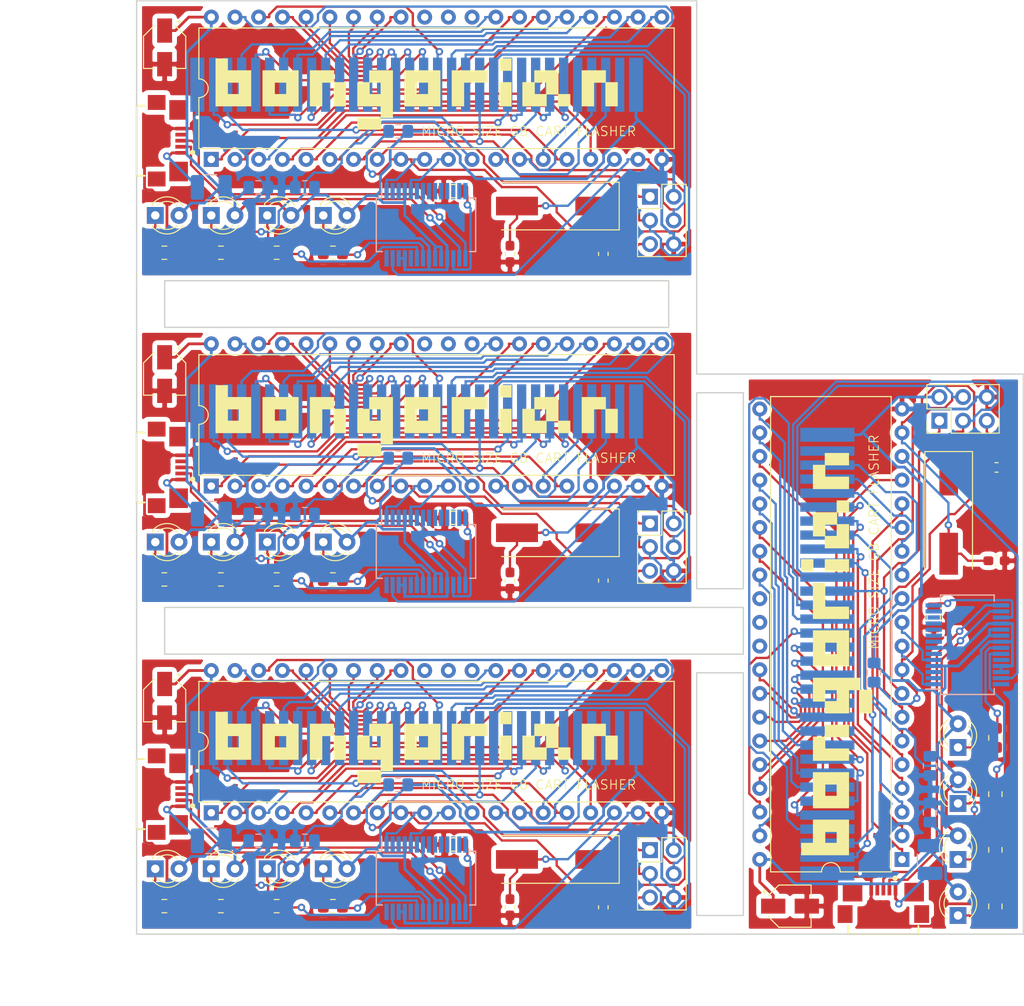
<source format=kicad_pcb>
(kicad_pcb (version 20171130) (host pcbnew "(5.0.0)")
  (layers (0 F.Cu signal) (31 B.Cu signal) (34 B.Paste user) (35 F.Paste user) (36 B.SilkS user) (37 F.SilkS user) (38 B.Mask user) (39 F.Mask user) (44 Edge.Cuts user))
  (net 0 "")
  (net 1 XIN)
  (net 2 GND)
  (net 3 "Net-(C2-Pad1)")
  (net 4 "Net-(C3-Pad1)")
  (net 5 VCC)
  (net 6 "Net-(D1-Pad1)")
  (net 7 "Net-(D2-Pad1)")
  (net 8 "Net-(D3-Pad1)")
  (net 9 "Net-(D4-Pad1)")
  (net 10 VBUS)
  (net 11 "Net-(J1-Pad2)")
  (net 12 "Net-(J1-Pad3)")
  (net 13 "#WR")
  (net 14 "#RD")
  (net 15 "#RCS")
  (net 16 A0)
  (net 17 A1)
  (net 18 A2)
  (net 19 A3)
  (net 20 A4)
  (net 21 A5)
  (net 22 A6)
  (net 23 A7)
  (net 24 A8)
  (net 25 A9)
  (net 26 A10)
  (net 27 A11)
  (net 28 A12)
  (net 29 "(A13")
  (net 30 "(A14")
  (net 31 "(A15")
  (net 32 D0)
  (net 33 D1)
  (net 34 D2)
  (net 35 D3)
  (net 36 D4)
  (net 37 D5)
  (net 38 D6)
  (net 39 D7)
  (net 40 "#RS")
  (net 41 VIN)
  (net 42 RESET)
  (net 43 RWLED)
  (net 44 TXLED)
  (net 45 RXLED)
  (net 46 TX)
  (net 47 RX)
  (module doragasu-footprints:bongorian (layer F.Cu) (at 232 87 90)
    (fp_text reference G*** hide)
    (fp_text value bongorian hide)
  )
  (module "SamacSys_Parts:ZX62R-B-5P(30)" (layer F.Cu) (at 237 117)
    (fp_text reference J1)
    (fp_text value "ZX62R-B-5P(30)" hide)
    (pad 1 smd rect (at 1.3 -4.825) (size 0.4 1.35) (layers F.Cu F.Paste F.Mask))
    (pad 2 smd rect (at 0.65 -4.825) (size 0.4 1.35) (layers F.Cu F.Paste F.Mask))
    (pad 3 smd rect (at 0 -4.825) (size 0.4 1.35) (layers F.Cu F.Paste F.Mask))
    (pad 4 smd rect (at -0.65 -4.825) (size 0.4 1.35) (layers F.Cu F.Paste F.Mask))
    (pad 5 smd rect (at -1.3 -4.825) (size 0.4 1.35) (layers F.Cu F.Paste F.Mask))
    (pad 6 smd rect (at -3.3 -4.5 90) (size 2 2.1) (layers F.Cu F.Paste F.Mask))
    (pad 7 smd rect (at 3.3 -4.5 90) (size 2 2.1) (layers F.Cu F.Paste F.Mask))
    (pad 8 smd rect (at -4.1 -2.15) (size 1.6 1.9) (layers F.Cu F.Paste F.Mask))
    (pad 9 smd rect (at 4.1 -2.15) (size 1.6 1.9) (layers F.Cu F.Paste F.Mask))
  )
  (module doragasu-footprints:GB_CART_FINGERS (layer B.Cu) (at 231 87 270)
    (fp_text reference J2 hide)
    (fp_text value GB_CART_HEADER hide)
    (pad 32 smd rect (at 23.5 0 270) (size 1.5 5.8) (layers B.Cu B.Mask))
    (pad 31 smd rect (at 21.75 0 270) (size 1 5.8) (layers B.Cu B.Mask))
    (pad 30 smd rect (at 20.25 0 270) (size 1 5.8) (layers B.Cu B.Mask))
    (pad 29 smd rect (at 18.75 0 270) (size 1 5.8) (layers B.Cu B.Mask))
    (pad 28 smd rect (at 17.25 0 270) (size 1 5.8) (layers B.Cu B.Mask))
    (pad 27 smd rect (at 15.75 0 270) (size 1 5.8) (layers B.Cu B.Mask))
    (pad 26 smd rect (at 14.25 0 270) (size 1 5.8) (layers B.Cu B.Mask))
    (pad 25 smd rect (at 12.75 0 270) (size 1 5.8) (layers B.Cu B.Mask))
    (pad 24 smd rect (at 11.25 0 270) (size 1 5.8) (layers B.Cu B.Mask))
    (pad 23 smd rect (at 9.75 0 270) (size 1 5.8) (layers B.Cu B.Mask))
    (pad 22 smd rect (at 8.25 0 270) (size 1 5.8) (layers B.Cu B.Mask))
    (pad 21 smd rect (at 6.75 0 270) (size 1 5.8) (layers B.Cu B.Mask))
    (pad 20 smd rect (at 5.25 0 270) (size 1 5.8) (layers B.Cu B.Mask))
    (pad 19 smd rect (at 3.75 0 270) (size 1 5.8) (layers B.Cu B.Mask))
    (pad 18 smd rect (at 2.25 0 270) (size 1 5.8) (layers B.Cu B.Mask))
    (pad 17 smd rect (at 0.75 0 270) (size 1 5.8) (layers B.Cu B.Mask))
    (pad 16 smd rect (at -0.75 0 270) (size 1 5.8) (layers B.Cu B.Mask))
    (pad 15 smd rect (at -2.25 0 270) (size 1 5.8) (layers B.Cu B.Mask))
    (pad 14 smd rect (at -3.75 0 270) (size 1 5.8) (layers B.Cu B.Mask))
    (pad 13 smd rect (at -5.25 0 270) (size 1 5.8) (layers B.Cu B.Mask))
    (pad 12 smd rect (at -6.75 0 270) (size 1 5.8) (layers B.Cu B.Mask))
    (pad 11 smd rect (at -8.25 0 270) (size 1 5.8) (layers B.Cu B.Mask))
    (pad 10 smd rect (at -9.75 0 270) (size 1 5.8) (layers B.Cu B.Mask))
    (pad 9 smd rect (at -11.25 0 270) (size 1 5.8) (layers B.Cu B.Mask))
    (pad 8 smd rect (at -12.75 0 270) (size 1 5.8) (layers B.Cu B.Mask))
    (pad 7 smd rect (at -14.25 0 270) (size 1 5.8) (layers B.Cu B.Mask))
    (pad 6 smd rect (at -15.75 0 270) (size 1 5.8) (layers B.Cu B.Mask))
    (pad 5 smd rect (at -17.25 0 270) (size 1 5.8) (layers B.Cu B.Mask))
    (pad 4 smd rect (at -18.75 0 270) (size 1 5.8) (layers B.Cu B.Mask))
    (pad 3 smd rect (at -20.25 0 270) (size 1 5.8) (layers B.Cu B.Mask))
    (pad 2 smd rect (at -21.75 0 270) (size 1 5.8) (layers B.Cu B.Mask))
    (pad 1 smd rect (at -23.5 0 270) (size 1.5 5.8) (layers B.Cu B.Mask))
  )
  (module Capacitor_SMD:C_1210_3225Metric_Pad1.42x2.65mm_HandSolder (layer B.Cu) (at 242 109 270)
    (fp_text reference F1)
    (fp_text value Fuse)
    (pad 2 smd roundrect (at 1.4875 0 270) (size 1.425 2.65) (layers B.Cu B.Paste B.Mask) (roundrect_rratio 0.175439))
    (pad 1 smd roundrect (at -1.4875 0 270) (size 1.425 2.65) (layers B.Cu B.Paste B.Mask) (roundrect_rratio 0.175439))
  )
  (module LED_THT:LED_D3.0mm (layer F.Cu) (at 245 103 90)
    (fp_text reference D3)
    (fp_text value tx)
    (pad 2 thru_hole circle (at 2.54 0 90) (size 1.8 1.8) (drill 0.9) (layers *.Cu *.Mask))
    (pad 1 thru_hole rect (at 0 0 90) (size 1.8 1.8) (drill 0.9) (layers *.Cu *.Mask))
  )
  (module Resistor_SMD:R_0805_2012Metric_Pad1.15x1.40mm_HandSolder (layer B.Cu) (at 236 88.975 90)
    (fp_text reference R1)
    (fp_text value 10K)
    (pad 2 smd roundrect (at 1.025 0 90) (size 1.15 1.4) (layers B.Cu B.Paste B.Mask) (roundrect_rratio 0.217391))
    (pad 1 smd roundrect (at -1.025 0 90) (size 1.15 1.4) (layers B.Cu B.Paste B.Mask) (roundrect_rratio 0.217391))
  )
  (module Crystal:Crystal_SMD_HC49-SD (layer F.Cu) (at 244 72 270)
    (fp_text reference Y1)
    (fp_text value 16MHz)
    (pad 2 smd rect (at 4.25 0 270) (size 4.5 2) (layers F.Cu F.Paste F.Mask))
    (pad 1 smd rect (at -4.25 0 270) (size 4.5 2) (layers F.Cu F.Paste F.Mask))
  )
  (module Package_DIP:DIP-40_W15.24mm (layer F.Cu) (at 239 109 180)
    (fp_text reference U1)
    (fp_text value ATmega8515-16PU)
    (pad 40 thru_hole oval (at 15.24 0 180) (size 1.6 1.6) (drill 0.8) (layers *.Cu *.Mask))
    (pad 20 thru_hole oval (at 0 48.26 180) (size 1.6 1.6) (drill 0.8) (layers *.Cu *.Mask))
    (pad 39 thru_hole oval (at 15.24 2.54 180) (size 1.6 1.6) (drill 0.8) (layers *.Cu *.Mask))
    (pad 19 thru_hole oval (at 0 45.72 180) (size 1.6 1.6) (drill 0.8) (layers *.Cu *.Mask))
    (pad 38 thru_hole oval (at 15.24 5.08 180) (size 1.6 1.6) (drill 0.8) (layers *.Cu *.Mask))
    (pad 18 thru_hole oval (at 0 43.18 180) (size 1.6 1.6) (drill 0.8) (layers *.Cu *.Mask))
    (pad 37 thru_hole oval (at 15.24 7.62 180) (size 1.6 1.6) (drill 0.8) (layers *.Cu *.Mask))
    (pad 17 thru_hole oval (at 0 40.64 180) (size 1.6 1.6) (drill 0.8) (layers *.Cu *.Mask))
    (pad 36 thru_hole oval (at 15.24 10.16 180) (size 1.6 1.6) (drill 0.8) (layers *.Cu *.Mask))
    (pad 16 thru_hole oval (at 0 38.1 180) (size 1.6 1.6) (drill 0.8) (layers *.Cu *.Mask))
    (pad 35 thru_hole oval (at 15.24 12.7 180) (size 1.6 1.6) (drill 0.8) (layers *.Cu *.Mask))
    (pad 15 thru_hole oval (at 0 35.56 180) (size 1.6 1.6) (drill 0.8) (layers *.Cu *.Mask))
    (pad 34 thru_hole oval (at 15.24 15.24 180) (size 1.6 1.6) (drill 0.8) (layers *.Cu *.Mask))
    (pad 14 thru_hole oval (at 0 33.02 180) (size 1.6 1.6) (drill 0.8) (layers *.Cu *.Mask))
    (pad 33 thru_hole oval (at 15.24 17.78 180) (size 1.6 1.6) (drill 0.8) (layers *.Cu *.Mask))
    (pad 13 thru_hole oval (at 0 30.48 180) (size 1.6 1.6) (drill 0.8) (layers *.Cu *.Mask))
    (pad 32 thru_hole oval (at 15.24 20.32 180) (size 1.6 1.6) (drill 0.8) (layers *.Cu *.Mask))
    (pad 12 thru_hole oval (at 0 27.94 180) (size 1.6 1.6) (drill 0.8) (layers *.Cu *.Mask))
    (pad 31 thru_hole oval (at 15.24 22.86 180) (size 1.6 1.6) (drill 0.8) (layers *.Cu *.Mask))
    (pad 11 thru_hole oval (at 0 25.4 180) (size 1.6 1.6) (drill 0.8) (layers *.Cu *.Mask))
    (pad 30 thru_hole oval (at 15.24 25.4 180) (size 1.6 1.6) (drill 0.8) (layers *.Cu *.Mask))
    (pad 10 thru_hole oval (at 0 22.86 180) (size 1.6 1.6) (drill 0.8) (layers *.Cu *.Mask))
    (pad 29 thru_hole oval (at 15.24 27.94 180) (size 1.6 1.6) (drill 0.8) (layers *.Cu *.Mask))
    (pad 9 thru_hole oval (at 0 20.32 180) (size 1.6 1.6) (drill 0.8) (layers *.Cu *.Mask))
    (pad 28 thru_hole oval (at 15.24 30.48 180) (size 1.6 1.6) (drill 0.8) (layers *.Cu *.Mask))
    (pad 8 thru_hole oval (at 0 17.78 180) (size 1.6 1.6) (drill 0.8) (layers *.Cu *.Mask))
    (pad 27 thru_hole oval (at 15.24 33.02 180) (size 1.6 1.6) (drill 0.8) (layers *.Cu *.Mask))
    (pad 7 thru_hole oval (at 0 15.24 180) (size 1.6 1.6) (drill 0.8) (layers *.Cu *.Mask))
    (pad 26 thru_hole oval (at 15.24 35.56 180) (size 1.6 1.6) (drill 0.8) (layers *.Cu *.Mask))
    (pad 6 thru_hole oval (at 0 12.7 180) (size 1.6 1.6) (drill 0.8) (layers *.Cu *.Mask))
    (pad 25 thru_hole oval (at 15.24 38.1 180) (size 1.6 1.6) (drill 0.8) (layers *.Cu *.Mask))
    (pad 5 thru_hole oval (at 0 10.16 180) (size 1.6 1.6) (drill 0.8) (layers *.Cu *.Mask))
    (pad 24 thru_hole oval (at 15.24 40.64 180) (size 1.6 1.6) (drill 0.8) (layers *.Cu *.Mask))
    (pad 4 thru_hole oval (at 0 7.62 180) (size 1.6 1.6) (drill 0.8) (layers *.Cu *.Mask))
    (pad 23 thru_hole oval (at 15.24 43.18 180) (size 1.6 1.6) (drill 0.8) (layers *.Cu *.Mask))
    (pad 3 thru_hole oval (at 0 5.08 180) (size 1.6 1.6) (drill 0.8) (layers *.Cu *.Mask))
    (pad 22 thru_hole oval (at 15.24 45.72 180) (size 1.6 1.6) (drill 0.8) (layers *.Cu *.Mask))
    (pad 2 thru_hole oval (at 0 2.54 180) (size 1.6 1.6) (drill 0.8) (layers *.Cu *.Mask))
    (pad 21 thru_hole oval (at 15.24 48.26 180) (size 1.6 1.6) (drill 0.8) (layers *.Cu *.Mask))
    (pad 1 thru_hole rect (at 0 0 180) (size 1.6 1.6) (drill 0.8) (layers *.Cu *.Mask))
  )
  (module LED_THT:LED_D3.0mm (layer F.Cu) (at 245 97 90)
    (fp_text reference D4)
    (fp_text value rx)
    (pad 1 thru_hole rect (at 0 0 90) (size 1.8 1.8) (drill 0.9) (layers *.Cu *.Mask))
    (pad 2 thru_hole circle (at 2.54 0 90) (size 1.8 1.8) (drill 0.9) (layers *.Cu *.Mask))
  )
  (module Package_SO:SSOP-28_5.3x10.2mm_P0.65mm (layer B.Cu) (at 246 86)
    (fp_text reference U2)
    (fp_text value FT232RL)
    (pad 28 smd rect (at 3.6 4.225) (size 1.75 0.45) (layers B.Cu B.Paste B.Mask))
    (pad 27 smd rect (at 3.6 3.575) (size 1.75 0.45) (layers B.Cu B.Paste B.Mask))
    (pad 26 smd rect (at 3.6 2.925) (size 1.75 0.45) (layers B.Cu B.Paste B.Mask))
    (pad 25 smd rect (at 3.6 2.275) (size 1.75 0.45) (layers B.Cu B.Paste B.Mask))
    (pad 24 smd rect (at 3.6 1.625) (size 1.75 0.45) (layers B.Cu B.Paste B.Mask))
    (pad 23 smd rect (at 3.6 0.975) (size 1.75 0.45) (layers B.Cu B.Paste B.Mask))
    (pad 22 smd rect (at 3.6 0.325) (size 1.75 0.45) (layers B.Cu B.Paste B.Mask))
    (pad 21 smd rect (at 3.6 -0.325) (size 1.75 0.45) (layers B.Cu B.Paste B.Mask))
    (pad 20 smd rect (at 3.6 -0.975) (size 1.75 0.45) (layers B.Cu B.Paste B.Mask))
    (pad 19 smd rect (at 3.6 -1.625) (size 1.75 0.45) (layers B.Cu B.Paste B.Mask))
    (pad 18 smd rect (at 3.6 -2.275) (size 1.75 0.45) (layers B.Cu B.Paste B.Mask))
    (pad 17 smd rect (at 3.6 -2.925) (size 1.75 0.45) (layers B.Cu B.Paste B.Mask))
    (pad 16 smd rect (at 3.6 -3.575) (size 1.75 0.45) (layers B.Cu B.Paste B.Mask))
    (pad 15 smd rect (at 3.6 -4.225) (size 1.75 0.45) (layers B.Cu B.Paste B.Mask))
    (pad 14 smd rect (at -3.6 -4.225) (size 1.75 0.45) (layers B.Cu B.Paste B.Mask))
    (pad 13 smd rect (at -3.6 -3.575) (size 1.75 0.45) (layers B.Cu B.Paste B.Mask))
    (pad 12 smd rect (at -3.6 -2.925) (size 1.75 0.45) (layers B.Cu B.Paste B.Mask))
    (pad 11 smd rect (at -3.6 -2.275) (size 1.75 0.45) (layers B.Cu B.Paste B.Mask))
    (pad 10 smd rect (at -3.6 -1.625) (size 1.75 0.45) (layers B.Cu B.Paste B.Mask))
    (pad 9 smd rect (at -3.6 -0.975) (size 1.75 0.45) (layers B.Cu B.Paste B.Mask))
    (pad 8 smd rect (at -3.6 -0.325) (size 1.75 0.45) (layers B.Cu B.Paste B.Mask))
    (pad 7 smd rect (at -3.6 0.325) (size 1.75 0.45) (layers B.Cu B.Paste B.Mask))
    (pad 6 smd rect (at -3.6 0.975) (size 1.75 0.45) (layers B.Cu B.Paste B.Mask))
    (pad 5 smd rect (at -3.6 1.625) (size 1.75 0.45) (layers B.Cu B.Paste B.Mask))
    (pad 4 smd rect (at -3.6 2.275) (size 1.75 0.45) (layers B.Cu B.Paste B.Mask))
    (pad 3 smd rect (at -3.6 2.925) (size 1.75 0.45) (layers B.Cu B.Paste B.Mask))
    (pad 2 smd rect (at -3.6 3.575) (size 1.75 0.45) (layers B.Cu B.Paste B.Mask))
    (pad 1 smd rect (at -3.6 4.225) (size 1.75 0.45) (layers B.Cu B.Paste B.Mask))
  )
  (module Capacitor_SMD:C_0805_2012Metric_Pad1.15x1.40mm_HandSolder (layer B.Cu) (at 242 103.975 90)
    (fp_text reference C5)
    (fp_text value 0.1u)
    (pad 2 smd roundrect (at 1.025 0 90) (size 1.15 1.4) (layers B.Cu B.Paste B.Mask) (roundrect_rratio 0.217391))
    (pad 1 smd roundrect (at -1.025 0 90) (size 1.15 1.4) (layers B.Cu B.Paste B.Mask) (roundrect_rratio 0.217391))
  )
  (module Resistor_SMD:R_0805_2012Metric_Pad1.15x1.40mm_HandSolder (layer F.Cu) (at 249 95.975 270)
    (fp_text reference R5)
    (fp_text value 1k)
    (pad 2 smd roundrect (at 1.025 0 270) (size 1.15 1.4) (layers F.Cu F.Paste F.Mask) (roundrect_rratio 0.217391))
    (pad 1 smd roundrect (at -1.025 0 270) (size 1.15 1.4) (layers F.Cu F.Paste F.Mask) (roundrect_rratio 0.217391))
  )
  (module Resistor_SMD:R_0805_2012Metric_Pad1.15x1.40mm_HandSolder (layer F.Cu) (at 249 102 270)
    (fp_text reference R4)
    (fp_text value 1k)
    (pad 1 smd roundrect (at -1.025 0 270) (size 1.15 1.4) (layers F.Cu F.Paste F.Mask) (roundrect_rratio 0.217391))
    (pad 2 smd roundrect (at 1.025 0 270) (size 1.15 1.4) (layers F.Cu F.Paste F.Mask) (roundrect_rratio 0.217391))
  )
  (module Resistor_SMD:R_0805_2012Metric_Pad1.15x1.40mm_HandSolder (layer F.Cu) (at 249 107.975 270)
    (fp_text reference R3)
    (fp_text value 1k)
    (pad 1 smd roundrect (at -1.025 0 270) (size 1.15 1.4) (layers F.Cu F.Paste F.Mask) (roundrect_rratio 0.217391))
    (pad 2 smd roundrect (at 1.025 0 270) (size 1.15 1.4) (layers F.Cu F.Paste F.Mask) (roundrect_rratio 0.217391))
  )
  (module Capacitor_SMD:CP_Elec_4x3 (layer F.Cu) (at 227 114)
    (fp_text reference C6)
    (fp_text value 10u)
    (pad 2 smd rect (at 1.8 0) (size 2.6 1.6) (layers F.Cu F.Paste F.Mask))
    (pad 1 smd rect (at -1.8 0) (size 2.6 1.6) (layers F.Cu F.Paste F.Mask))
  )
  (module Resistor_SMD:R_0805_2012Metric_Pad1.15x1.40mm_HandSolder (layer F.Cu) (at 249 114.025 270)
    (fp_text reference R2)
    (fp_text value 1k)
    (pad 2 smd roundrect (at 1.025 0 270) (size 1.15 1.4) (layers F.Cu F.Paste F.Mask) (roundrect_rratio 0.217391))
    (pad 1 smd roundrect (at -1.025 0 270) (size 1.15 1.4) (layers F.Cu F.Paste F.Mask) (roundrect_rratio 0.217391))
  )
  (module LED_THT:LED_D3.0mm (layer F.Cu) (at 245 115 90)
    (fp_text reference D1)
    (fp_text value pwr)
    (pad 2 thru_hole circle (at 2.54 0 90) (size 1.8 1.8) (drill 0.9) (layers *.Cu *.Mask))
    (pad 1 thru_hole rect (at 0 0 90) (size 1.8 1.8) (drill 0.9) (layers *.Cu *.Mask))
  )
  (module LED_THT:LED_D3.0mm (layer F.Cu) (at 245 109 90)
    (fp_text reference D2)
    (fp_text value rw)
    (pad 1 thru_hole rect (at 0 0 90) (size 1.8 1.8) (drill 0.9) (layers *.Cu *.Mask))
    (pad 2 thru_hole circle (at 2.54 0 90) (size 1.8 1.8) (drill 0.9) (layers *.Cu *.Mask))
  )
  (module Connector_PinHeader_2.54mm:PinHeader_2x03_P2.54mm_Vertical (layer F.Cu) (at 243 62 90)
    (fp_text reference J3)
    (fp_text value Conn_02x03_Odd_Even)
    (pad 6 thru_hole oval (at 2.54 5.08 90) (size 1.7 1.7) (drill 1) (layers *.Cu *.Mask))
    (pad 5 thru_hole oval (at 0 5.08 90) (size 1.7 1.7) (drill 1) (layers *.Cu *.Mask))
    (pad 4 thru_hole oval (at 2.54 2.54 90) (size 1.7 1.7) (drill 1) (layers *.Cu *.Mask))
    (pad 3 thru_hole oval (at 0 2.54 90) (size 1.7 1.7) (drill 1) (layers *.Cu *.Mask))
    (pad 2 thru_hole oval (at 2.54 0 90) (size 1.7 1.7) (drill 1) (layers *.Cu *.Mask))
    (pad 1 thru_hole rect (at 0 0 90) (size 1.7 1.7) (drill 1) (layers *.Cu *.Mask))
  )
  (module Capacitor_SMD:C_0805_2012Metric_Pad1.15x1.40mm_HandSolder (layer F.Cu) (at 242.4 83.075 270)
    (fp_text reference C3)
    (fp_text value 0.1u)
    (pad 2 smd roundrect (at 1.025 0 270) (size 1.15 1.4) (layers F.Cu F.Paste F.Mask) (roundrect_rratio 0.217391))
    (pad 1 smd roundrect (at -1.025 0 270) (size 1.15 1.4) (layers F.Cu F.Paste F.Mask) (roundrect_rratio 0.217391))
  )
  (module Capacitor_SMD:C_0603_1608Metric_Pad1.05x0.95mm_HandSolder (layer F.Cu) (at 249.125 77)
    (fp_text reference C2)
    (fp_text value 22p)
    (pad 1 smd roundrect (at -0.875 0) (size 1.05 0.95) (layers F.Cu F.Paste F.Mask))
    (pad 2 smd roundrect (at 0.875 0) (size 1.05 0.95) (layers F.Cu F.Paste F.Mask))
  )
  (module Capacitor_SMD:C_0603_1608Metric_Pad1.05x0.95mm_HandSolder (layer F.Cu) (at 249.125 67)
    (fp_text reference C1)
    (fp_text value 22p)
    (pad 2 smd roundrect (at 0.875 0) (size 1.05 0.95) (layers F.Cu F.Paste F.Mask))
    (pad 1 smd roundrect (at -0.875 0) (size 1.05 0.95) (layers F.Cu F.Paste F.Mask))
  )
  (module Capacitor_SMD:C_0805_2012Metric_Pad1.15x1.40mm_HandSolder (layer B.Cu) (at 242 98.975 270)
    (fp_text reference C4)
    (fp_text value 0.1u)
    (pad 1 smd roundrect (at -1.025 0 270) (size 1.15 1.4) (layers B.Cu B.Paste B.Mask) (roundrect_rratio 0.217391))
    (pad 2 smd roundrect (at 1.025 0 270) (size 1.15 1.4) (layers B.Cu B.Paste B.Mask) (roundrect_rratio 0.217391))
  )
  (module doragasu-footprints:bongorian (layer F.Cu) (at 187 27)
    (fp_text reference G*** hide)
    (fp_text value bongorian hide)
  )
  (module "SamacSys_Parts:ZX62R-B-5P(30)" (layer F.Cu) (at 157 32 270)
    (fp_text reference J1)
    (fp_text value "ZX62R-B-5P(30)" hide)
    (pad 1 smd rect (at 1.3 -4.825 270) (size 0.4 1.35) (layers F.Cu F.Paste F.Mask))
    (pad 2 smd rect (at 0.65 -4.825 270) (size 0.4 1.35) (layers F.Cu F.Paste F.Mask))
    (pad 3 smd rect (at 0 -4.825 270) (size 0.4 1.35) (layers F.Cu F.Paste F.Mask))
    (pad 4 smd rect (at -0.65 -4.825 270) (size 0.4 1.35) (layers F.Cu F.Paste F.Mask))
    (pad 5 smd rect (at -1.3 -4.825 270) (size 0.4 1.35) (layers F.Cu F.Paste F.Mask))
    (pad 6 smd rect (at -3.3 -4.5) (size 2 2.1) (layers F.Cu F.Paste F.Mask))
    (pad 7 smd rect (at 3.3 -4.5) (size 2 2.1) (layers F.Cu F.Paste F.Mask))
    (pad 8 smd rect (at -4.1 -2.15 270) (size 1.6 1.9) (layers F.Cu F.Paste F.Mask))
    (pad 9 smd rect (at 4.1 -2.15 270) (size 1.6 1.9) (layers F.Cu F.Paste F.Mask))
  )
  (module doragasu-footprints:GB_CART_FINGERS (layer B.Cu) (at 187 26 180)
    (fp_text reference J2 hide)
    (fp_text value GB_CART_HEADER hide)
    (pad 32 smd rect (at 23.5 0 180) (size 1.5 5.8) (layers B.Cu B.Mask))
    (pad 31 smd rect (at 21.75 0 180) (size 1 5.8) (layers B.Cu B.Mask))
    (pad 30 smd rect (at 20.25 0 180) (size 1 5.8) (layers B.Cu B.Mask))
    (pad 29 smd rect (at 18.75 0 180) (size 1 5.8) (layers B.Cu B.Mask))
    (pad 28 smd rect (at 17.25 0 180) (size 1 5.8) (layers B.Cu B.Mask))
    (pad 27 smd rect (at 15.75 0 180) (size 1 5.8) (layers B.Cu B.Mask))
    (pad 26 smd rect (at 14.25 0 180) (size 1 5.8) (layers B.Cu B.Mask))
    (pad 25 smd rect (at 12.75 0 180) (size 1 5.8) (layers B.Cu B.Mask))
    (pad 24 smd rect (at 11.25 0 180) (size 1 5.8) (layers B.Cu B.Mask))
    (pad 23 smd rect (at 9.75 0 180) (size 1 5.8) (layers B.Cu B.Mask))
    (pad 22 smd rect (at 8.25 0 180) (size 1 5.8) (layers B.Cu B.Mask))
    (pad 21 smd rect (at 6.75 0 180) (size 1 5.8) (layers B.Cu B.Mask))
    (pad 20 smd rect (at 5.25 0 180) (size 1 5.8) (layers B.Cu B.Mask))
    (pad 19 smd rect (at 3.75 0 180) (size 1 5.8) (layers B.Cu B.Mask))
    (pad 18 smd rect (at 2.25 0 180) (size 1 5.8) (layers B.Cu B.Mask))
    (pad 17 smd rect (at 0.75 0 180) (size 1 5.8) (layers B.Cu B.Mask))
    (pad 16 smd rect (at -0.75 0 180) (size 1 5.8) (layers B.Cu B.Mask))
    (pad 15 smd rect (at -2.25 0 180) (size 1 5.8) (layers B.Cu B.Mask))
    (pad 14 smd rect (at -3.75 0 180) (size 1 5.8) (layers B.Cu B.Mask))
    (pad 13 smd rect (at -5.25 0 180) (size 1 5.8) (layers B.Cu B.Mask))
    (pad 12 smd rect (at -6.75 0 180) (size 1 5.8) (layers B.Cu B.Mask))
    (pad 11 smd rect (at -8.25 0 180) (size 1 5.8) (layers B.Cu B.Mask))
    (pad 10 smd rect (at -9.75 0 180) (size 1 5.8) (layers B.Cu B.Mask))
    (pad 9 smd rect (at -11.25 0 180) (size 1 5.8) (layers B.Cu B.Mask))
    (pad 8 smd rect (at -12.75 0 180) (size 1 5.8) (layers B.Cu B.Mask))
    (pad 7 smd rect (at -14.25 0 180) (size 1 5.8) (layers B.Cu B.Mask))
    (pad 6 smd rect (at -15.75 0 180) (size 1 5.8) (layers B.Cu B.Mask))
    (pad 5 smd rect (at -17.25 0 180) (size 1 5.8) (layers B.Cu B.Mask))
    (pad 4 smd rect (at -18.75 0 180) (size 1 5.8) (layers B.Cu B.Mask))
    (pad 3 smd rect (at -20.25 0 180) (size 1 5.8) (layers B.Cu B.Mask))
    (pad 2 smd rect (at -21.75 0 180) (size 1 5.8) (layers B.Cu B.Mask))
    (pad 1 smd rect (at -23.5 0 180) (size 1.5 5.8) (layers B.Cu B.Mask))
  )
  (module Capacitor_SMD:C_1210_3225Metric_Pad1.42x2.65mm_HandSolder (layer B.Cu) (at 165 37 180)
    (fp_text reference F1)
    (fp_text value Fuse)
    (pad 2 smd roundrect (at 1.4875 0 180) (size 1.425 2.65) (layers B.Cu B.Paste B.Mask) (roundrect_rratio 0.175439))
    (pad 1 smd roundrect (at -1.4875 0 180) (size 1.425 2.65) (layers B.Cu B.Paste B.Mask) (roundrect_rratio 0.175439))
  )
  (module LED_THT:LED_D3.0mm (layer F.Cu) (at 171 40)
    (fp_text reference D3)
    (fp_text value tx)
    (pad 2 thru_hole circle (at 2.54 0) (size 1.8 1.8) (drill 0.9) (layers *.Cu *.Mask))
    (pad 1 thru_hole rect (at 0 0) (size 1.8 1.8) (drill 0.9) (layers *.Cu *.Mask))
  )
  (module Resistor_SMD:R_0805_2012Metric_Pad1.15x1.40mm_HandSolder (layer B.Cu) (at 185.025 31)
    (fp_text reference R1)
    (fp_text value 10K)
    (pad 2 smd roundrect (at 1.025 0) (size 1.15 1.4) (layers B.Cu B.Paste B.Mask) (roundrect_rratio 0.217391))
    (pad 1 smd roundrect (at -1.025 0) (size 1.15 1.4) (layers B.Cu B.Paste B.Mask) (roundrect_rratio 0.217391))
  )
  (module Crystal:Crystal_SMD_HC49-SD (layer F.Cu) (at 202 39 180)
    (fp_text reference Y1)
    (fp_text value 16MHz)
    (pad 2 smd rect (at 4.25 0 180) (size 4.5 2) (layers F.Cu F.Paste F.Mask))
    (pad 1 smd rect (at -4.25 0 180) (size 4.5 2) (layers F.Cu F.Paste F.Mask))
  )
  (module Package_DIP:DIP-40_W15.24mm (layer F.Cu) (at 165 34 90)
    (fp_text reference U1)
    (fp_text value ATmega8515-16PU)
    (pad 40 thru_hole oval (at 15.24 0 90) (size 1.6 1.6) (drill 0.8) (layers *.Cu *.Mask))
    (pad 20 thru_hole oval (at 0 48.26 90) (size 1.6 1.6) (drill 0.8) (layers *.Cu *.Mask))
    (pad 39 thru_hole oval (at 15.24 2.54 90) (size 1.6 1.6) (drill 0.8) (layers *.Cu *.Mask))
    (pad 19 thru_hole oval (at 0 45.72 90) (size 1.6 1.6) (drill 0.8) (layers *.Cu *.Mask))
    (pad 38 thru_hole oval (at 15.24 5.08 90) (size 1.6 1.6) (drill 0.8) (layers *.Cu *.Mask))
    (pad 18 thru_hole oval (at 0 43.18 90) (size 1.6 1.6) (drill 0.8) (layers *.Cu *.Mask))
    (pad 37 thru_hole oval (at 15.24 7.62 90) (size 1.6 1.6) (drill 0.8) (layers *.Cu *.Mask))
    (pad 17 thru_hole oval (at 0 40.64 90) (size 1.6 1.6) (drill 0.8) (layers *.Cu *.Mask))
    (pad 36 thru_hole oval (at 15.24 10.16 90) (size 1.6 1.6) (drill 0.8) (layers *.Cu *.Mask))
    (pad 16 thru_hole oval (at 0 38.1 90) (size 1.6 1.6) (drill 0.8) (layers *.Cu *.Mask))
    (pad 35 thru_hole oval (at 15.24 12.7 90) (size 1.6 1.6) (drill 0.8) (layers *.Cu *.Mask))
    (pad 15 thru_hole oval (at 0 35.56 90) (size 1.6 1.6) (drill 0.8) (layers *.Cu *.Mask))
    (pad 34 thru_hole oval (at 15.24 15.24 90) (size 1.6 1.6) (drill 0.8) (layers *.Cu *.Mask))
    (pad 14 thru_hole oval (at 0 33.02 90) (size 1.6 1.6) (drill 0.8) (layers *.Cu *.Mask))
    (pad 33 thru_hole oval (at 15.24 17.78 90) (size 1.6 1.6) (drill 0.8) (layers *.Cu *.Mask))
    (pad 13 thru_hole oval (at 0 30.48 90) (size 1.6 1.6) (drill 0.8) (layers *.Cu *.Mask))
    (pad 32 thru_hole oval (at 15.24 20.32 90) (size 1.6 1.6) (drill 0.8) (layers *.Cu *.Mask))
    (pad 12 thru_hole oval (at 0 27.94 90) (size 1.6 1.6) (drill 0.8) (layers *.Cu *.Mask))
    (pad 31 thru_hole oval (at 15.24 22.86 90) (size 1.6 1.6) (drill 0.8) (layers *.Cu *.Mask))
    (pad 11 thru_hole oval (at 0 25.4 90) (size 1.6 1.6) (drill 0.8) (layers *.Cu *.Mask))
    (pad 30 thru_hole oval (at 15.24 25.4 90) (size 1.6 1.6) (drill 0.8) (layers *.Cu *.Mask))
    (pad 10 thru_hole oval (at 0 22.86 90) (size 1.6 1.6) (drill 0.8) (layers *.Cu *.Mask))
    (pad 29 thru_hole oval (at 15.24 27.94 90) (size 1.6 1.6) (drill 0.8) (layers *.Cu *.Mask))
    (pad 9 thru_hole oval (at 0 20.32 90) (size 1.6 1.6) (drill 0.8) (layers *.Cu *.Mask))
    (pad 28 thru_hole oval (at 15.24 30.48 90) (size 1.6 1.6) (drill 0.8) (layers *.Cu *.Mask))
    (pad 8 thru_hole oval (at 0 17.78 90) (size 1.6 1.6) (drill 0.8) (layers *.Cu *.Mask))
    (pad 27 thru_hole oval (at 15.24 33.02 90) (size 1.6 1.6) (drill 0.8) (layers *.Cu *.Mask))
    (pad 7 thru_hole oval (at 0 15.24 90) (size 1.6 1.6) (drill 0.8) (layers *.Cu *.Mask))
    (pad 26 thru_hole oval (at 15.24 35.56 90) (size 1.6 1.6) (drill 0.8) (layers *.Cu *.Mask))
    (pad 6 thru_hole oval (at 0 12.7 90) (size 1.6 1.6) (drill 0.8) (layers *.Cu *.Mask))
    (pad 25 thru_hole oval (at 15.24 38.1 90) (size 1.6 1.6) (drill 0.8) (layers *.Cu *.Mask))
    (pad 5 thru_hole oval (at 0 10.16 90) (size 1.6 1.6) (drill 0.8) (layers *.Cu *.Mask))
    (pad 24 thru_hole oval (at 15.24 40.64 90) (size 1.6 1.6) (drill 0.8) (layers *.Cu *.Mask))
    (pad 4 thru_hole oval (at 0 7.62 90) (size 1.6 1.6) (drill 0.8) (layers *.Cu *.Mask))
    (pad 23 thru_hole oval (at 15.24 43.18 90) (size 1.6 1.6) (drill 0.8) (layers *.Cu *.Mask))
    (pad 3 thru_hole oval (at 0 5.08 90) (size 1.6 1.6) (drill 0.8) (layers *.Cu *.Mask))
    (pad 22 thru_hole oval (at 15.24 45.72 90) (size 1.6 1.6) (drill 0.8) (layers *.Cu *.Mask))
    (pad 2 thru_hole oval (at 0 2.54 90) (size 1.6 1.6) (drill 0.8) (layers *.Cu *.Mask))
    (pad 21 thru_hole oval (at 15.24 48.26 90) (size 1.6 1.6) (drill 0.8) (layers *.Cu *.Mask))
    (pad 1 thru_hole rect (at 0 0 90) (size 1.6 1.6) (drill 0.8) (layers *.Cu *.Mask))
  )
  (module LED_THT:LED_D3.0mm (layer F.Cu) (at 177 40)
    (fp_text reference D4)
    (fp_text value rx)
    (pad 1 thru_hole rect (at 0 0) (size 1.8 1.8) (drill 0.9) (layers *.Cu *.Mask))
    (pad 2 thru_hole circle (at 2.54 0) (size 1.8 1.8) (drill 0.9) (layers *.Cu *.Mask))
  )
  (module Package_SO:SSOP-28_5.3x10.2mm_P0.65mm (layer B.Cu) (at 188 41 270)
    (fp_text reference U2)
    (fp_text value FT232RL)
    (pad 28 smd rect (at 3.6 4.225 270) (size 1.75 0.45) (layers B.Cu B.Paste B.Mask))
    (pad 27 smd rect (at 3.6 3.575 270) (size 1.75 0.45) (layers B.Cu B.Paste B.Mask))
    (pad 26 smd rect (at 3.6 2.925 270) (size 1.75 0.45) (layers B.Cu B.Paste B.Mask))
    (pad 25 smd rect (at 3.6 2.275 270) (size 1.75 0.45) (layers B.Cu B.Paste B.Mask))
    (pad 24 smd rect (at 3.6 1.625 270) (size 1.75 0.45) (layers B.Cu B.Paste B.Mask))
    (pad 23 smd rect (at 3.6 0.975 270) (size 1.75 0.45) (layers B.Cu B.Paste B.Mask))
    (pad 22 smd rect (at 3.6 0.325 270) (size 1.75 0.45) (layers B.Cu B.Paste B.Mask))
    (pad 21 smd rect (at 3.6 -0.325 270) (size 1.75 0.45) (layers B.Cu B.Paste B.Mask))
    (pad 20 smd rect (at 3.6 -0.975 270) (size 1.75 0.45) (layers B.Cu B.Paste B.Mask))
    (pad 19 smd rect (at 3.6 -1.625 270) (size 1.75 0.45) (layers B.Cu B.Paste B.Mask))
    (pad 18 smd rect (at 3.6 -2.275 270) (size 1.75 0.45) (layers B.Cu B.Paste B.Mask))
    (pad 17 smd rect (at 3.6 -2.925 270) (size 1.75 0.45) (layers B.Cu B.Paste B.Mask))
    (pad 16 smd rect (at 3.6 -3.575 270) (size 1.75 0.45) (layers B.Cu B.Paste B.Mask))
    (pad 15 smd rect (at 3.6 -4.225 270) (size 1.75 0.45) (layers B.Cu B.Paste B.Mask))
    (pad 14 smd rect (at -3.6 -4.225 270) (size 1.75 0.45) (layers B.Cu B.Paste B.Mask))
    (pad 13 smd rect (at -3.6 -3.575 270) (size 1.75 0.45) (layers B.Cu B.Paste B.Mask))
    (pad 12 smd rect (at -3.6 -2.925 270) (size 1.75 0.45) (layers B.Cu B.Paste B.Mask))
    (pad 11 smd rect (at -3.6 -2.275 270) (size 1.75 0.45) (layers B.Cu B.Paste B.Mask))
    (pad 10 smd rect (at -3.6 -1.625 270) (size 1.75 0.45) (layers B.Cu B.Paste B.Mask))
    (pad 9 smd rect (at -3.6 -0.975 270) (size 1.75 0.45) (layers B.Cu B.Paste B.Mask))
    (pad 8 smd rect (at -3.6 -0.325 270) (size 1.75 0.45) (layers B.Cu B.Paste B.Mask))
    (pad 7 smd rect (at -3.6 0.325 270) (size 1.75 0.45) (layers B.Cu B.Paste B.Mask))
    (pad 6 smd rect (at -3.6 0.975 270) (size 1.75 0.45) (layers B.Cu B.Paste B.Mask))
    (pad 5 smd rect (at -3.6 1.625 270) (size 1.75 0.45) (layers B.Cu B.Paste B.Mask))
    (pad 4 smd rect (at -3.6 2.275 270) (size 1.75 0.45) (layers B.Cu B.Paste B.Mask))
    (pad 3 smd rect (at -3.6 2.925 270) (size 1.75 0.45) (layers B.Cu B.Paste B.Mask))
    (pad 2 smd rect (at -3.6 3.575 270) (size 1.75 0.45) (layers B.Cu B.Paste B.Mask))
    (pad 1 smd rect (at -3.6 4.225 270) (size 1.75 0.45) (layers B.Cu B.Paste B.Mask))
  )
  (module Capacitor_SMD:C_0805_2012Metric_Pad1.15x1.40mm_HandSolder (layer B.Cu) (at 170.025 37)
    (fp_text reference C5)
    (fp_text value 0.1u)
    (pad 2 smd roundrect (at 1.025 0) (size 1.15 1.4) (layers B.Cu B.Paste B.Mask) (roundrect_rratio 0.217391))
    (pad 1 smd roundrect (at -1.025 0) (size 1.15 1.4) (layers B.Cu B.Paste B.Mask) (roundrect_rratio 0.217391))
  )
  (module Resistor_SMD:R_0805_2012Metric_Pad1.15x1.40mm_HandSolder (layer F.Cu) (at 178.025 44 180)
    (fp_text reference R5)
    (fp_text value 1k)
    (pad 2 smd roundrect (at 1.025 0 180) (size 1.15 1.4) (layers F.Cu F.Paste F.Mask) (roundrect_rratio 0.217391))
    (pad 1 smd roundrect (at -1.025 0 180) (size 1.15 1.4) (layers F.Cu F.Paste F.Mask) (roundrect_rratio 0.217391))
  )
  (module Resistor_SMD:R_0805_2012Metric_Pad1.15x1.40mm_HandSolder (layer F.Cu) (at 172 44 180)
    (fp_text reference R4)
    (fp_text value 1k)
    (pad 1 smd roundrect (at -1.025 0 180) (size 1.15 1.4) (layers F.Cu F.Paste F.Mask) (roundrect_rratio 0.217391))
    (pad 2 smd roundrect (at 1.025 0 180) (size 1.15 1.4) (layers F.Cu F.Paste F.Mask) (roundrect_rratio 0.217391))
  )
  (module Resistor_SMD:R_0805_2012Metric_Pad1.15x1.40mm_HandSolder (layer F.Cu) (at 166.025 44 180)
    (fp_text reference R3)
    (fp_text value 1k)
    (pad 1 smd roundrect (at -1.025 0 180) (size 1.15 1.4) (layers F.Cu F.Paste F.Mask) (roundrect_rratio 0.217391))
    (pad 2 smd roundrect (at 1.025 0 180) (size 1.15 1.4) (layers F.Cu F.Paste F.Mask) (roundrect_rratio 0.217391))
  )
  (module Capacitor_SMD:CP_Elec_4x3 (layer F.Cu) (at 160 22 270)
    (fp_text reference C6)
    (fp_text value 10u)
    (pad 2 smd rect (at 1.8 0 270) (size 2.6 1.6) (layers F.Cu F.Paste F.Mask))
    (pad 1 smd rect (at -1.8 0 270) (size 2.6 1.6) (layers F.Cu F.Paste F.Mask))
  )
  (module Resistor_SMD:R_0805_2012Metric_Pad1.15x1.40mm_HandSolder (layer F.Cu) (at 159.975 44 180)
    (fp_text reference R2)
    (fp_text value 1k)
    (pad 2 smd roundrect (at 1.025 0 180) (size 1.15 1.4) (layers F.Cu F.Paste F.Mask) (roundrect_rratio 0.217391))
    (pad 1 smd roundrect (at -1.025 0 180) (size 1.15 1.4) (layers F.Cu F.Paste F.Mask) (roundrect_rratio 0.217391))
  )
  (module LED_THT:LED_D3.0mm (layer F.Cu) (at 159 40)
    (fp_text reference D1)
    (fp_text value pwr)
    (pad 2 thru_hole circle (at 2.54 0) (size 1.8 1.8) (drill 0.9) (layers *.Cu *.Mask))
    (pad 1 thru_hole rect (at 0 0) (size 1.8 1.8) (drill 0.9) (layers *.Cu *.Mask))
  )
  (module LED_THT:LED_D3.0mm (layer F.Cu) (at 165 40)
    (fp_text reference D2)
    (fp_text value rw)
    (pad 1 thru_hole rect (at 0 0) (size 1.8 1.8) (drill 0.9) (layers *.Cu *.Mask))
    (pad 2 thru_hole circle (at 2.54 0) (size 1.8 1.8) (drill 0.9) (layers *.Cu *.Mask))
  )
  (module Connector_PinHeader_2.54mm:PinHeader_2x03_P2.54mm_Vertical (layer F.Cu) (at 212 38)
    (fp_text reference J3)
    (fp_text value Conn_02x03_Odd_Even)
    (pad 6 thru_hole oval (at 2.54 5.08) (size 1.7 1.7) (drill 1) (layers *.Cu *.Mask))
    (pad 5 thru_hole oval (at 0 5.08) (size 1.7 1.7) (drill 1) (layers *.Cu *.Mask))
    (pad 4 thru_hole oval (at 2.54 2.54) (size 1.7 1.7) (drill 1) (layers *.Cu *.Mask))
    (pad 3 thru_hole oval (at 0 2.54) (size 1.7 1.7) (drill 1) (layers *.Cu *.Mask))
    (pad 2 thru_hole oval (at 2.54 0) (size 1.7 1.7) (drill 1) (layers *.Cu *.Mask))
    (pad 1 thru_hole rect (at 0 0) (size 1.7 1.7) (drill 1) (layers *.Cu *.Mask))
  )
  (module Capacitor_SMD:C_0805_2012Metric_Pad1.15x1.40mm_HandSolder (layer F.Cu) (at 190.925 37.4 180)
    (fp_text reference C3)
    (fp_text value 0.1u)
    (pad 2 smd roundrect (at 1.025 0 180) (size 1.15 1.4) (layers F.Cu F.Paste F.Mask) (roundrect_rratio 0.217391))
    (pad 1 smd roundrect (at -1.025 0 180) (size 1.15 1.4) (layers F.Cu F.Paste F.Mask) (roundrect_rratio 0.217391))
  )
  (module Capacitor_SMD:C_0603_1608Metric_Pad1.05x0.95mm_HandSolder (layer F.Cu) (at 197 44.125 270)
    (fp_text reference C2)
    (fp_text value 22p)
    (pad 1 smd roundrect (at -0.875 0 270) (size 1.05 0.95) (layers F.Cu F.Paste F.Mask))
    (pad 2 smd roundrect (at 0.875 0 270) (size 1.05 0.95) (layers F.Cu F.Paste F.Mask))
  )
  (module Capacitor_SMD:C_0603_1608Metric_Pad1.05x0.95mm_HandSolder (layer F.Cu) (at 207 44.125 270)
    (fp_text reference C1)
    (fp_text value 22p)
    (pad 2 smd roundrect (at 0.875 0 270) (size 1.05 0.95) (layers F.Cu F.Paste F.Mask))
    (pad 1 smd roundrect (at -0.875 0 270) (size 1.05 0.95) (layers F.Cu F.Paste F.Mask))
  )
  (module Capacitor_SMD:C_0805_2012Metric_Pad1.15x1.40mm_HandSolder (layer B.Cu) (at 175.025 37 180)
    (fp_text reference C4)
    (fp_text value 0.1u)
    (pad 1 smd roundrect (at -1.025 0 180) (size 1.15 1.4) (layers B.Cu B.Paste B.Mask) (roundrect_rratio 0.217391))
    (pad 2 smd roundrect (at 1.025 0 180) (size 1.15 1.4) (layers B.Cu B.Paste B.Mask) (roundrect_rratio 0.217391))
  )
  (module doragasu-footprints:bongorian (layer F.Cu) (at 187 62)
    (fp_text reference G*** hide)
    (fp_text value bongorian hide)
  )
  (module "SamacSys_Parts:ZX62R-B-5P(30)" (layer F.Cu) (at 157 67 270)
    (fp_text reference J1)
    (fp_text value "ZX62R-B-5P(30)" hide)
    (pad 1 smd rect (at 1.3 -4.825 270) (size 0.4 1.35) (layers F.Cu F.Paste F.Mask))
    (pad 2 smd rect (at 0.65 -4.825 270) (size 0.4 1.35) (layers F.Cu F.Paste F.Mask))
    (pad 3 smd rect (at 0 -4.825 270) (size 0.4 1.35) (layers F.Cu F.Paste F.Mask))
    (pad 4 smd rect (at -0.65 -4.825 270) (size 0.4 1.35) (layers F.Cu F.Paste F.Mask))
    (pad 5 smd rect (at -1.3 -4.825 270) (size 0.4 1.35) (layers F.Cu F.Paste F.Mask))
    (pad 6 smd rect (at -3.3 -4.5) (size 2 2.1) (layers F.Cu F.Paste F.Mask))
    (pad 7 smd rect (at 3.3 -4.5) (size 2 2.1) (layers F.Cu F.Paste F.Mask))
    (pad 8 smd rect (at -4.1 -2.15 270) (size 1.6 1.9) (layers F.Cu F.Paste F.Mask))
    (pad 9 smd rect (at 4.1 -2.15 270) (size 1.6 1.9) (layers F.Cu F.Paste F.Mask))
  )
  (module doragasu-footprints:GB_CART_FINGERS (layer B.Cu) (at 187 61 180)
    (fp_text reference J2 hide)
    (fp_text value GB_CART_HEADER hide)
    (pad 32 smd rect (at 23.5 0 180) (size 1.5 5.8) (layers B.Cu B.Mask))
    (pad 31 smd rect (at 21.75 0 180) (size 1 5.8) (layers B.Cu B.Mask))
    (pad 30 smd rect (at 20.25 0 180) (size 1 5.8) (layers B.Cu B.Mask))
    (pad 29 smd rect (at 18.75 0 180) (size 1 5.8) (layers B.Cu B.Mask))
    (pad 28 smd rect (at 17.25 0 180) (size 1 5.8) (layers B.Cu B.Mask))
    (pad 27 smd rect (at 15.75 0 180) (size 1 5.8) (layers B.Cu B.Mask))
    (pad 26 smd rect (at 14.25 0 180) (size 1 5.8) (layers B.Cu B.Mask))
    (pad 25 smd rect (at 12.75 0 180) (size 1 5.8) (layers B.Cu B.Mask))
    (pad 24 smd rect (at 11.25 0 180) (size 1 5.8) (layers B.Cu B.Mask))
    (pad 23 smd rect (at 9.75 0 180) (size 1 5.8) (layers B.Cu B.Mask))
    (pad 22 smd rect (at 8.25 0 180) (size 1 5.8) (layers B.Cu B.Mask))
    (pad 21 smd rect (at 6.75 0 180) (size 1 5.8) (layers B.Cu B.Mask))
    (pad 20 smd rect (at 5.25 0 180) (size 1 5.8) (layers B.Cu B.Mask))
    (pad 19 smd rect (at 3.75 0 180) (size 1 5.8) (layers B.Cu B.Mask))
    (pad 18 smd rect (at 2.25 0 180) (size 1 5.8) (layers B.Cu B.Mask))
    (pad 17 smd rect (at 0.75 0 180) (size 1 5.8) (layers B.Cu B.Mask))
    (pad 16 smd rect (at -0.75 0 180) (size 1 5.8) (layers B.Cu B.Mask))
    (pad 15 smd rect (at -2.25 0 180) (size 1 5.8) (layers B.Cu B.Mask))
    (pad 14 smd rect (at -3.75 0 180) (size 1 5.8) (layers B.Cu B.Mask))
    (pad 13 smd rect (at -5.25 0 180) (size 1 5.8) (layers B.Cu B.Mask))
    (pad 12 smd rect (at -6.75 0 180) (size 1 5.8) (layers B.Cu B.Mask))
    (pad 11 smd rect (at -8.25 0 180) (size 1 5.8) (layers B.Cu B.Mask))
    (pad 10 smd rect (at -9.75 0 180) (size 1 5.8) (layers B.Cu B.Mask))
    (pad 9 smd rect (at -11.25 0 180) (size 1 5.8) (layers B.Cu B.Mask))
    (pad 8 smd rect (at -12.75 0 180) (size 1 5.8) (layers B.Cu B.Mask))
    (pad 7 smd rect (at -14.25 0 180) (size 1 5.8) (layers B.Cu B.Mask))
    (pad 6 smd rect (at -15.75 0 180) (size 1 5.8) (layers B.Cu B.Mask))
    (pad 5 smd rect (at -17.25 0 180) (size 1 5.8) (layers B.Cu B.Mask))
    (pad 4 smd rect (at -18.75 0 180) (size 1 5.8) (layers B.Cu B.Mask))
    (pad 3 smd rect (at -20.25 0 180) (size 1 5.8) (layers B.Cu B.Mask))
    (pad 2 smd rect (at -21.75 0 180) (size 1 5.8) (layers B.Cu B.Mask))
    (pad 1 smd rect (at -23.5 0 180) (size 1.5 5.8) (layers B.Cu B.Mask))
  )
  (module Capacitor_SMD:C_1210_3225Metric_Pad1.42x2.65mm_HandSolder (layer B.Cu) (at 165 72 180)
    (fp_text reference F1)
    (fp_text value Fuse)
    (pad 2 smd roundrect (at 1.4875 0 180) (size 1.425 2.65) (layers B.Cu B.Paste B.Mask) (roundrect_rratio 0.175439))
    (pad 1 smd roundrect (at -1.4875 0 180) (size 1.425 2.65) (layers B.Cu B.Paste B.Mask) (roundrect_rratio 0.175439))
  )
  (module LED_THT:LED_D3.0mm (layer F.Cu) (at 171 75)
    (fp_text reference D3)
    (fp_text value tx)
    (pad 2 thru_hole circle (at 2.54 0) (size 1.8 1.8) (drill 0.9) (layers *.Cu *.Mask))
    (pad 1 thru_hole rect (at 0 0) (size 1.8 1.8) (drill 0.9) (layers *.Cu *.Mask))
  )
  (module Resistor_SMD:R_0805_2012Metric_Pad1.15x1.40mm_HandSolder (layer B.Cu) (at 185.025 66)
    (fp_text reference R1)
    (fp_text value 10K)
    (pad 2 smd roundrect (at 1.025 0) (size 1.15 1.4) (layers B.Cu B.Paste B.Mask) (roundrect_rratio 0.217391))
    (pad 1 smd roundrect (at -1.025 0) (size 1.15 1.4) (layers B.Cu B.Paste B.Mask) (roundrect_rratio 0.217391))
  )
  (module Crystal:Crystal_SMD_HC49-SD (layer F.Cu) (at 202 74 180)
    (fp_text reference Y1)
    (fp_text value 16MHz)
    (pad 2 smd rect (at 4.25 0 180) (size 4.5 2) (layers F.Cu F.Paste F.Mask))
    (pad 1 smd rect (at -4.25 0 180) (size 4.5 2) (layers F.Cu F.Paste F.Mask))
  )
  (module Package_DIP:DIP-40_W15.24mm (layer F.Cu) (at 165 69 90)
    (fp_text reference U1)
    (fp_text value ATmega8515-16PU)
    (pad 40 thru_hole oval (at 15.24 0 90) (size 1.6 1.6) (drill 0.8) (layers *.Cu *.Mask))
    (pad 20 thru_hole oval (at 0 48.26 90) (size 1.6 1.6) (drill 0.8) (layers *.Cu *.Mask))
    (pad 39 thru_hole oval (at 15.24 2.54 90) (size 1.6 1.6) (drill 0.8) (layers *.Cu *.Mask))
    (pad 19 thru_hole oval (at 0 45.72 90) (size 1.6 1.6) (drill 0.8) (layers *.Cu *.Mask))
    (pad 38 thru_hole oval (at 15.24 5.08 90) (size 1.6 1.6) (drill 0.8) (layers *.Cu *.Mask))
    (pad 18 thru_hole oval (at 0 43.18 90) (size 1.6 1.6) (drill 0.8) (layers *.Cu *.Mask))
    (pad 37 thru_hole oval (at 15.24 7.62 90) (size 1.6 1.6) (drill 0.8) (layers *.Cu *.Mask))
    (pad 17 thru_hole oval (at 0 40.64 90) (size 1.6 1.6) (drill 0.8) (layers *.Cu *.Mask))
    (pad 36 thru_hole oval (at 15.24 10.16 90) (size 1.6 1.6) (drill 0.8) (layers *.Cu *.Mask))
    (pad 16 thru_hole oval (at 0 38.1 90) (size 1.6 1.6) (drill 0.8) (layers *.Cu *.Mask))
    (pad 35 thru_hole oval (at 15.24 12.7 90) (size 1.6 1.6) (drill 0.8) (layers *.Cu *.Mask))
    (pad 15 thru_hole oval (at 0 35.56 90) (size 1.6 1.6) (drill 0.8) (layers *.Cu *.Mask))
    (pad 34 thru_hole oval (at 15.24 15.24 90) (size 1.6 1.6) (drill 0.8) (layers *.Cu *.Mask))
    (pad 14 thru_hole oval (at 0 33.02 90) (size 1.6 1.6) (drill 0.8) (layers *.Cu *.Mask))
    (pad 33 thru_hole oval (at 15.24 17.78 90) (size 1.6 1.6) (drill 0.8) (layers *.Cu *.Mask))
    (pad 13 thru_hole oval (at 0 30.48 90) (size 1.6 1.6) (drill 0.8) (layers *.Cu *.Mask))
    (pad 32 thru_hole oval (at 15.24 20.32 90) (size 1.6 1.6) (drill 0.8) (layers *.Cu *.Mask))
    (pad 12 thru_hole oval (at 0 27.94 90) (size 1.6 1.6) (drill 0.8) (layers *.Cu *.Mask))
    (pad 31 thru_hole oval (at 15.24 22.86 90) (size 1.6 1.6) (drill 0.8) (layers *.Cu *.Mask))
    (pad 11 thru_hole oval (at 0 25.4 90) (size 1.6 1.6) (drill 0.8) (layers *.Cu *.Mask))
    (pad 30 thru_hole oval (at 15.24 25.4 90) (size 1.6 1.6) (drill 0.8) (layers *.Cu *.Mask))
    (pad 10 thru_hole oval (at 0 22.86 90) (size 1.6 1.6) (drill 0.8) (layers *.Cu *.Mask))
    (pad 29 thru_hole oval (at 15.24 27.94 90) (size 1.6 1.6) (drill 0.8) (layers *.Cu *.Mask))
    (pad 9 thru_hole oval (at 0 20.32 90) (size 1.6 1.6) (drill 0.8) (layers *.Cu *.Mask))
    (pad 28 thru_hole oval (at 15.24 30.48 90) (size 1.6 1.6) (drill 0.8) (layers *.Cu *.Mask))
    (pad 8 thru_hole oval (at 0 17.78 90) (size 1.6 1.6) (drill 0.8) (layers *.Cu *.Mask))
    (pad 27 thru_hole oval (at 15.24 33.02 90) (size 1.6 1.6) (drill 0.8) (layers *.Cu *.Mask))
    (pad 7 thru_hole oval (at 0 15.24 90) (size 1.6 1.6) (drill 0.8) (layers *.Cu *.Mask))
    (pad 26 thru_hole oval (at 15.24 35.56 90) (size 1.6 1.6) (drill 0.8) (layers *.Cu *.Mask))
    (pad 6 thru_hole oval (at 0 12.7 90) (size 1.6 1.6) (drill 0.8) (layers *.Cu *.Mask))
    (pad 25 thru_hole oval (at 15.24 38.1 90) (size 1.6 1.6) (drill 0.8) (layers *.Cu *.Mask))
    (pad 5 thru_hole oval (at 0 10.16 90) (size 1.6 1.6) (drill 0.8) (layers *.Cu *.Mask))
    (pad 24 thru_hole oval (at 15.24 40.64 90) (size 1.6 1.6) (drill 0.8) (layers *.Cu *.Mask))
    (pad 4 thru_hole oval (at 0 7.62 90) (size 1.6 1.6) (drill 0.8) (layers *.Cu *.Mask))
    (pad 23 thru_hole oval (at 15.24 43.18 90) (size 1.6 1.6) (drill 0.8) (layers *.Cu *.Mask))
    (pad 3 thru_hole oval (at 0 5.08 90) (size 1.6 1.6) (drill 0.8) (layers *.Cu *.Mask))
    (pad 22 thru_hole oval (at 15.24 45.72 90) (size 1.6 1.6) (drill 0.8) (layers *.Cu *.Mask))
    (pad 2 thru_hole oval (at 0 2.54 90) (size 1.6 1.6) (drill 0.8) (layers *.Cu *.Mask))
    (pad 21 thru_hole oval (at 15.24 48.26 90) (size 1.6 1.6) (drill 0.8) (layers *.Cu *.Mask))
    (pad 1 thru_hole rect (at 0 0 90) (size 1.6 1.6) (drill 0.8) (layers *.Cu *.Mask))
  )
  (module LED_THT:LED_D3.0mm (layer F.Cu) (at 177 75)
    (fp_text reference D4)
    (fp_text value rx)
    (pad 1 thru_hole rect (at 0 0) (size 1.8 1.8) (drill 0.9) (layers *.Cu *.Mask))
    (pad 2 thru_hole circle (at 2.54 0) (size 1.8 1.8) (drill 0.9) (layers *.Cu *.Mask))
  )
  (module Package_SO:SSOP-28_5.3x10.2mm_P0.65mm (layer B.Cu) (at 188 76 270)
    (fp_text reference U2)
    (fp_text value FT232RL)
    (pad 28 smd rect (at 3.6 4.225 270) (size 1.75 0.45) (layers B.Cu B.Paste B.Mask))
    (pad 27 smd rect (at 3.6 3.575 270) (size 1.75 0.45) (layers B.Cu B.Paste B.Mask))
    (pad 26 smd rect (at 3.6 2.925 270) (size 1.75 0.45) (layers B.Cu B.Paste B.Mask))
    (pad 25 smd rect (at 3.6 2.275 270) (size 1.75 0.45) (layers B.Cu B.Paste B.Mask))
    (pad 24 smd rect (at 3.6 1.625 270) (size 1.75 0.45) (layers B.Cu B.Paste B.Mask))
    (pad 23 smd rect (at 3.6 0.975 270) (size 1.75 0.45) (layers B.Cu B.Paste B.Mask))
    (pad 22 smd rect (at 3.6 0.325 270) (size 1.75 0.45) (layers B.Cu B.Paste B.Mask))
    (pad 21 smd rect (at 3.6 -0.325 270) (size 1.75 0.45) (layers B.Cu B.Paste B.Mask))
    (pad 20 smd rect (at 3.6 -0.975 270) (size 1.75 0.45) (layers B.Cu B.Paste B.Mask))
    (pad 19 smd rect (at 3.6 -1.625 270) (size 1.75 0.45) (layers B.Cu B.Paste B.Mask))
    (pad 18 smd rect (at 3.6 -2.275 270) (size 1.75 0.45) (layers B.Cu B.Paste B.Mask))
    (pad 17 smd rect (at 3.6 -2.925 270) (size 1.75 0.45) (layers B.Cu B.Paste B.Mask))
    (pad 16 smd rect (at 3.6 -3.575 270) (size 1.75 0.45) (layers B.Cu B.Paste B.Mask))
    (pad 15 smd rect (at 3.6 -4.225 270) (size 1.75 0.45) (layers B.Cu B.Paste B.Mask))
    (pad 14 smd rect (at -3.6 -4.225 270) (size 1.75 0.45) (layers B.Cu B.Paste B.Mask))
    (pad 13 smd rect (at -3.6 -3.575 270) (size 1.75 0.45) (layers B.Cu B.Paste B.Mask))
    (pad 12 smd rect (at -3.6 -2.925 270) (size 1.75 0.45) (layers B.Cu B.Paste B.Mask))
    (pad 11 smd rect (at -3.6 -2.275 270) (size 1.75 0.45) (layers B.Cu B.Paste B.Mask))
    (pad 10 smd rect (at -3.6 -1.625 270) (size 1.75 0.45) (layers B.Cu B.Paste B.Mask))
    (pad 9 smd rect (at -3.6 -0.975 270) (size 1.75 0.45) (layers B.Cu B.Paste B.Mask))
    (pad 8 smd rect (at -3.6 -0.325 270) (size 1.75 0.45) (layers B.Cu B.Paste B.Mask))
    (pad 7 smd rect (at -3.6 0.325 270) (size 1.75 0.45) (layers B.Cu B.Paste B.Mask))
    (pad 6 smd rect (at -3.6 0.975 270) (size 1.75 0.45) (layers B.Cu B.Paste B.Mask))
    (pad 5 smd rect (at -3.6 1.625 270) (size 1.75 0.45) (layers B.Cu B.Paste B.Mask))
    (pad 4 smd rect (at -3.6 2.275 270) (size 1.75 0.45) (layers B.Cu B.Paste B.Mask))
    (pad 3 smd rect (at -3.6 2.925 270) (size 1.75 0.45) (layers B.Cu B.Paste B.Mask))
    (pad 2 smd rect (at -3.6 3.575 270) (size 1.75 0.45) (layers B.Cu B.Paste B.Mask))
    (pad 1 smd rect (at -3.6 4.225 270) (size 1.75 0.45) (layers B.Cu B.Paste B.Mask))
  )
  (module Capacitor_SMD:C_0805_2012Metric_Pad1.15x1.40mm_HandSolder (layer B.Cu) (at 170.025 72)
    (fp_text reference C5)
    (fp_text value 0.1u)
    (pad 2 smd roundrect (at 1.025 0) (size 1.15 1.4) (layers B.Cu B.Paste B.Mask) (roundrect_rratio 0.217391))
    (pad 1 smd roundrect (at -1.025 0) (size 1.15 1.4) (layers B.Cu B.Paste B.Mask) (roundrect_rratio 0.217391))
  )
  (module Resistor_SMD:R_0805_2012Metric_Pad1.15x1.40mm_HandSolder (layer F.Cu) (at 178.025 79 180)
    (fp_text reference R5)
    (fp_text value 1k)
    (pad 2 smd roundrect (at 1.025 0 180) (size 1.15 1.4) (layers F.Cu F.Paste F.Mask) (roundrect_rratio 0.217391))
    (pad 1 smd roundrect (at -1.025 0 180) (size 1.15 1.4) (layers F.Cu F.Paste F.Mask) (roundrect_rratio 0.217391))
  )
  (module Resistor_SMD:R_0805_2012Metric_Pad1.15x1.40mm_HandSolder (layer F.Cu) (at 172 79 180)
    (fp_text reference R4)
    (fp_text value 1k)
    (pad 1 smd roundrect (at -1.025 0 180) (size 1.15 1.4) (layers F.Cu F.Paste F.Mask) (roundrect_rratio 0.217391))
    (pad 2 smd roundrect (at 1.025 0 180) (size 1.15 1.4) (layers F.Cu F.Paste F.Mask) (roundrect_rratio 0.217391))
  )
  (module Resistor_SMD:R_0805_2012Metric_Pad1.15x1.40mm_HandSolder (layer F.Cu) (at 166.025 79 180)
    (fp_text reference R3)
    (fp_text value 1k)
    (pad 1 smd roundrect (at -1.025 0 180) (size 1.15 1.4) (layers F.Cu F.Paste F.Mask) (roundrect_rratio 0.217391))
    (pad 2 smd roundrect (at 1.025 0 180) (size 1.15 1.4) (layers F.Cu F.Paste F.Mask) (roundrect_rratio 0.217391))
  )
  (module Capacitor_SMD:CP_Elec_4x3 (layer F.Cu) (at 160 57 270)
    (fp_text reference C6)
    (fp_text value 10u)
    (pad 2 smd rect (at 1.8 0 270) (size 2.6 1.6) (layers F.Cu F.Paste F.Mask))
    (pad 1 smd rect (at -1.8 0 270) (size 2.6 1.6) (layers F.Cu F.Paste F.Mask))
  )
  (module Resistor_SMD:R_0805_2012Metric_Pad1.15x1.40mm_HandSolder (layer F.Cu) (at 159.975 79 180)
    (fp_text reference R2)
    (fp_text value 1k)
    (pad 2 smd roundrect (at 1.025 0 180) (size 1.15 1.4) (layers F.Cu F.Paste F.Mask) (roundrect_rratio 0.217391))
    (pad 1 smd roundrect (at -1.025 0 180) (size 1.15 1.4) (layers F.Cu F.Paste F.Mask) (roundrect_rratio 0.217391))
  )
  (module LED_THT:LED_D3.0mm (layer F.Cu) (at 159 75)
    (fp_text reference D1)
    (fp_text value pwr)
    (pad 2 thru_hole circle (at 2.54 0) (size 1.8 1.8) (drill 0.9) (layers *.Cu *.Mask))
    (pad 1 thru_hole rect (at 0 0) (size 1.8 1.8) (drill 0.9) (layers *.Cu *.Mask))
  )
  (module LED_THT:LED_D3.0mm (layer F.Cu) (at 165 75)
    (fp_text reference D2)
    (fp_text value rw)
    (pad 1 thru_hole rect (at 0 0) (size 1.8 1.8) (drill 0.9) (layers *.Cu *.Mask))
    (pad 2 thru_hole circle (at 2.54 0) (size 1.8 1.8) (drill 0.9) (layers *.Cu *.Mask))
  )
  (module Connector_PinHeader_2.54mm:PinHeader_2x03_P2.54mm_Vertical (layer F.Cu) (at 212 73)
    (fp_text reference J3)
    (fp_text value Conn_02x03_Odd_Even)
    (pad 6 thru_hole oval (at 2.54 5.08) (size 1.7 1.7) (drill 1) (layers *.Cu *.Mask))
    (pad 5 thru_hole oval (at 0 5.08) (size 1.7 1.7) (drill 1) (layers *.Cu *.Mask))
    (pad 4 thru_hole oval (at 2.54 2.54) (size 1.7 1.7) (drill 1) (layers *.Cu *.Mask))
    (pad 3 thru_hole oval (at 0 2.54) (size 1.7 1.7) (drill 1) (layers *.Cu *.Mask))
    (pad 2 thru_hole oval (at 2.54 0) (size 1.7 1.7) (drill 1) (layers *.Cu *.Mask))
    (pad 1 thru_hole rect (at 0 0) (size 1.7 1.7) (drill 1) (layers *.Cu *.Mask))
  )
  (module Capacitor_SMD:C_0805_2012Metric_Pad1.15x1.40mm_HandSolder (layer F.Cu) (at 190.925 72.4 180)
    (fp_text reference C3)
    (fp_text value 0.1u)
    (pad 2 smd roundrect (at 1.025 0 180) (size 1.15 1.4) (layers F.Cu F.Paste F.Mask) (roundrect_rratio 0.217391))
    (pad 1 smd roundrect (at -1.025 0 180) (size 1.15 1.4) (layers F.Cu F.Paste F.Mask) (roundrect_rratio 0.217391))
  )
  (module Capacitor_SMD:C_0603_1608Metric_Pad1.05x0.95mm_HandSolder (layer F.Cu) (at 197 79.125 270)
    (fp_text reference C2)
    (fp_text value 22p)
    (pad 1 smd roundrect (at -0.875 0 270) (size 1.05 0.95) (layers F.Cu F.Paste F.Mask))
    (pad 2 smd roundrect (at 0.875 0 270) (size 1.05 0.95) (layers F.Cu F.Paste F.Mask))
  )
  (module Capacitor_SMD:C_0603_1608Metric_Pad1.05x0.95mm_HandSolder (layer F.Cu) (at 207 79.125 270)
    (fp_text reference C1)
    (fp_text value 22p)
    (pad 2 smd roundrect (at 0.875 0 270) (size 1.05 0.95) (layers F.Cu F.Paste F.Mask))
    (pad 1 smd roundrect (at -0.875 0 270) (size 1.05 0.95) (layers F.Cu F.Paste F.Mask))
  )
  (module Capacitor_SMD:C_0805_2012Metric_Pad1.15x1.40mm_HandSolder (layer B.Cu) (at 175.025 72 180)
    (fp_text reference C4)
    (fp_text value 0.1u)
    (pad 1 smd roundrect (at -1.025 0 180) (size 1.15 1.4) (layers B.Cu B.Paste B.Mask) (roundrect_rratio 0.217391))
    (pad 2 smd roundrect (at 1.025 0 180) (size 1.15 1.4) (layers B.Cu B.Paste B.Mask) (roundrect_rratio 0.217391))
  )
  (module "SamacSys_Parts:ZX62R-B-5P(30)" (layer F.Cu) (at 157 102 270)
    (fp_text reference J1)
    (fp_text value "ZX62R-B-5P(30)" hide)
    (pad 9 smd rect (at 4.1 -2.15 270) (size 1.6 1.9) (layers F.Cu F.Paste F.Mask))
    (pad 8 smd rect (at -4.1 -2.15 270) (size 1.6 1.9) (layers F.Cu F.Paste F.Mask))
    (pad 7 smd rect (at 3.3 -4.5) (size 2 2.1) (layers F.Cu F.Paste F.Mask))
    (pad 6 smd rect (at -3.3 -4.5) (size 2 2.1) (layers F.Cu F.Paste F.Mask))
    (pad 5 smd rect (at -1.3 -4.825 270) (size 0.4 1.35) (layers F.Cu F.Paste F.Mask) (net 2 GND))
    (pad 4 smd rect (at -0.65 -4.825 270) (size 0.4 1.35) (layers F.Cu F.Paste F.Mask))
    (pad 3 smd rect (at 0 -4.825 270) (size 0.4 1.35) (layers F.Cu F.Paste F.Mask) (net 12 "Net-(J1-Pad3)"))
    (pad 2 smd rect (at 0.65 -4.825 270) (size 0.4 1.35) (layers F.Cu F.Paste F.Mask) (net 11 "Net-(J1-Pad2)"))
    (pad 1 smd rect (at 1.3 -4.825 270) (size 0.4 1.35) (layers F.Cu F.Paste F.Mask) (net 10 VBUS))
  )
  (module Capacitor_SMD:C_0603_1608Metric_Pad1.05x0.95mm_HandSolder (layer F.Cu) (at 207 114.125 270)
    (fp_text reference C1)
    (fp_text value 22p)
    (pad 1 smd roundrect (at -0.875 0 270) (size 1.05 0.95) (layers F.Cu F.Paste F.Mask) (net 1 XIN))
    (pad 2 smd roundrect (at 0.875 0 270) (size 1.05 0.95) (layers F.Cu F.Paste F.Mask) (net 2 GND))
  )
  (module Capacitor_SMD:C_0603_1608Metric_Pad1.05x0.95mm_HandSolder (layer F.Cu) (at 197 114.125 270)
    (fp_text reference C2)
    (fp_text value 22p)
    (pad 2 smd roundrect (at 0.875 0 270) (size 1.05 0.95) (layers F.Cu F.Paste F.Mask) (net 2 GND))
    (pad 1 smd roundrect (at -0.875 0 270) (size 1.05 0.95) (layers F.Cu F.Paste F.Mask) (net 3 "Net-(C2-Pad1)"))
  )
  (module Capacitor_SMD:C_0805_2012Metric_Pad1.15x1.40mm_HandSolder (layer F.Cu) (at 190.925 107.4 180)
    (fp_text reference C3)
    (fp_text value 0.1u)
    (pad 1 smd roundrect (at -1.025 0 180) (size 1.15 1.4) (layers F.Cu F.Paste F.Mask) (roundrect_rratio 0.217391) (net 4 "Net-(C3-Pad1)"))
    (pad 2 smd roundrect (at 1.025 0 180) (size 1.15 1.4) (layers F.Cu F.Paste F.Mask) (roundrect_rratio 0.217391) (net 2 GND))
  )
  (module Capacitor_SMD:C_0805_2012Metric_Pad1.15x1.40mm_HandSolder (layer B.Cu) (at 175.025 107 180)
    (fp_text reference C4)
    (fp_text value 0.1u)
    (pad 2 smd roundrect (at 1.025 0 180) (size 1.15 1.4) (layers B.Cu B.Paste B.Mask) (roundrect_rratio 0.217391) (net 2 GND))
    (pad 1 smd roundrect (at -1.025 0 180) (size 1.15 1.4) (layers B.Cu B.Paste B.Mask) (roundrect_rratio 0.217391) (net 5 VCC))
  )
  (module Capacitor_SMD:C_0805_2012Metric_Pad1.15x1.40mm_HandSolder (layer B.Cu) (at 170.025 107)
    (fp_text reference C5)
    (fp_text value 0.1u)
    (pad 1 smd roundrect (at -1.025 0) (size 1.15 1.4) (layers B.Cu B.Paste B.Mask) (roundrect_rratio 0.217391) (net 5 VCC))
    (pad 2 smd roundrect (at 1.025 0) (size 1.15 1.4) (layers B.Cu B.Paste B.Mask) (roundrect_rratio 0.217391) (net 2 GND))
  )
  (module Capacitor_SMD:CP_Elec_4x3 (layer F.Cu) (at 160 92 270)
    (fp_text reference C6)
    (fp_text value 10u)
    (pad 1 smd rect (at -1.8 0 270) (size 2.6 1.6) (layers F.Cu F.Paste F.Mask) (net 5 VCC))
    (pad 2 smd rect (at 1.8 0 270) (size 2.6 1.6) (layers F.Cu F.Paste F.Mask) (net 2 GND))
  )
  (module LED_THT:LED_D3.0mm (layer F.Cu) (at 159 110)
    (fp_text reference D1)
    (fp_text value pwr)
    (pad 1 thru_hole rect (at 0 0) (size 1.8 1.8) (drill 0.9) (layers *.Cu *.Mask) (net 6 "Net-(D1-Pad1)"))
    (pad 2 thru_hole circle (at 2.54 0) (size 1.8 1.8) (drill 0.9) (layers *.Cu *.Mask) (net 5 VCC))
  )
  (module LED_THT:LED_D3.0mm (layer F.Cu) (at 165 110)
    (fp_text reference D2)
    (fp_text value rw)
    (pad 2 thru_hole circle (at 2.54 0) (size 1.8 1.8) (drill 0.9) (layers *.Cu *.Mask) (net 5 VCC))
    (pad 1 thru_hole rect (at 0 0) (size 1.8 1.8) (drill 0.9) (layers *.Cu *.Mask) (net 7 "Net-(D2-Pad1)"))
  )
  (module LED_THT:LED_D3.0mm (layer F.Cu) (at 171 110)
    (fp_text reference D3)
    (fp_text value tx)
    (pad 1 thru_hole rect (at 0 0) (size 1.8 1.8) (drill 0.9) (layers *.Cu *.Mask) (net 8 "Net-(D3-Pad1)"))
    (pad 2 thru_hole circle (at 2.54 0) (size 1.8 1.8) (drill 0.9) (layers *.Cu *.Mask) (net 5 VCC))
  )
  (module LED_THT:LED_D3.0mm (layer F.Cu) (at 177 110)
    (fp_text reference D4)
    (fp_text value rx)
    (pad 2 thru_hole circle (at 2.54 0) (size 1.8 1.8) (drill 0.9) (layers *.Cu *.Mask) (net 5 VCC))
    (pad 1 thru_hole rect (at 0 0) (size 1.8 1.8) (drill 0.9) (layers *.Cu *.Mask) (net 9 "Net-(D4-Pad1)"))
  )
  (module Capacitor_SMD:C_1210_3225Metric_Pad1.42x2.65mm_HandSolder (layer B.Cu) (at 165 107 180)
    (fp_text reference F1)
    (fp_text value Fuse)
    (pad 1 smd roundrect (at -1.4875 0 180) (size 1.425 2.65) (layers B.Cu B.Paste B.Mask) (roundrect_rratio 0.175439) (net 5 VCC))
    (pad 2 smd roundrect (at 1.4875 0 180) (size 1.425 2.65) (layers B.Cu B.Paste B.Mask) (roundrect_rratio 0.175439) (net 10 VBUS))
  )
  (module Resistor_SMD:R_0805_2012Metric_Pad1.15x1.40mm_HandSolder (layer B.Cu) (at 185.025 101)
    (fp_text reference R1)
    (fp_text value 10K)
    (pad 1 smd roundrect (at -1.025 0) (size 1.15 1.4) (layers B.Cu B.Paste B.Mask) (roundrect_rratio 0.217391) (net 42 RESET))
    (pad 2 smd roundrect (at 1.025 0) (size 1.15 1.4) (layers B.Cu B.Paste B.Mask) (roundrect_rratio 0.217391) (net 5 VCC))
  )
  (module Resistor_SMD:R_0805_2012Metric_Pad1.15x1.40mm_HandSolder (layer F.Cu) (at 159.975 114 180)
    (fp_text reference R2)
    (fp_text value 1k)
    (pad 1 smd roundrect (at -1.025 0 180) (size 1.15 1.4) (layers F.Cu F.Paste F.Mask) (roundrect_rratio 0.217391) (net 2 GND))
    (pad 2 smd roundrect (at 1.025 0 180) (size 1.15 1.4) (layers F.Cu F.Paste F.Mask) (roundrect_rratio 0.217391) (net 6 "Net-(D1-Pad1)"))
  )
  (module Resistor_SMD:R_0805_2012Metric_Pad1.15x1.40mm_HandSolder (layer F.Cu) (at 166.025 114 180)
    (fp_text reference R3)
    (fp_text value 1k)
    (pad 2 smd roundrect (at 1.025 0 180) (size 1.15 1.4) (layers F.Cu F.Paste F.Mask) (roundrect_rratio 0.217391) (net 7 "Net-(D2-Pad1)"))
    (pad 1 smd roundrect (at -1.025 0 180) (size 1.15 1.4) (layers F.Cu F.Paste F.Mask) (roundrect_rratio 0.217391) (net 43 RWLED))
  )
  (module Resistor_SMD:R_0805_2012Metric_Pad1.15x1.40mm_HandSolder (layer F.Cu) (at 172 114 180)
    (fp_text reference R4)
    (fp_text value 1k)
    (pad 2 smd roundrect (at 1.025 0 180) (size 1.15 1.4) (layers F.Cu F.Paste F.Mask) (roundrect_rratio 0.217391) (net 8 "Net-(D3-Pad1)"))
    (pad 1 smd roundrect (at -1.025 0 180) (size 1.15 1.4) (layers F.Cu F.Paste F.Mask) (roundrect_rratio 0.217391) (net 44 TXLED))
  )
  (module Resistor_SMD:R_0805_2012Metric_Pad1.15x1.40mm_HandSolder (layer F.Cu) (at 178.025 114 180)
    (fp_text reference R5)
    (fp_text value 1k)
    (pad 1 smd roundrect (at -1.025 0 180) (size 1.15 1.4) (layers F.Cu F.Paste F.Mask) (roundrect_rratio 0.217391) (net 45 RXLED))
    (pad 2 smd roundrect (at 1.025 0 180) (size 1.15 1.4) (layers F.Cu F.Paste F.Mask) (roundrect_rratio 0.217391) (net 9 "Net-(D4-Pad1)"))
  )
  (module Package_DIP:DIP-40_W15.24mm (layer F.Cu) (at 165 104 90)
    (fp_text reference U1)
    (fp_text value ATmega8515-16PU)
    (pad 1 thru_hole rect (at 0 0 90) (size 1.6 1.6) (drill 0.8) (layers *.Cu *.Mask) (net 16 A0))
    (pad 21 thru_hole oval (at 15.24 48.26 90) (size 1.6 1.6) (drill 0.8) (layers *.Cu *.Mask) (net 32 D0))
    (pad 2 thru_hole oval (at 0 2.54 90) (size 1.6 1.6) (drill 0.8) (layers *.Cu *.Mask) (net 17 A1))
    (pad 22 thru_hole oval (at 15.24 45.72 90) (size 1.6 1.6) (drill 0.8) (layers *.Cu *.Mask) (net 33 D1))
    (pad 3 thru_hole oval (at 0 5.08 90) (size 1.6 1.6) (drill 0.8) (layers *.Cu *.Mask) (net 18 A2))
    (pad 23 thru_hole oval (at 15.24 43.18 90) (size 1.6 1.6) (drill 0.8) (layers *.Cu *.Mask) (net 34 D2))
    (pad 4 thru_hole oval (at 0 7.62 90) (size 1.6 1.6) (drill 0.8) (layers *.Cu *.Mask) (net 19 A3))
    (pad 24 thru_hole oval (at 15.24 40.64 90) (size 1.6 1.6) (drill 0.8) (layers *.Cu *.Mask) (net 35 D3))
    (pad 5 thru_hole oval (at 0 10.16 90) (size 1.6 1.6) (drill 0.8) (layers *.Cu *.Mask) (net 20 A4))
    (pad 25 thru_hole oval (at 15.24 38.1 90) (size 1.6 1.6) (drill 0.8) (layers *.Cu *.Mask) (net 36 D4))
    (pad 6 thru_hole oval (at 0 12.7 90) (size 1.6 1.6) (drill 0.8) (layers *.Cu *.Mask) (net 21 A5))
    (pad 26 thru_hole oval (at 15.24 35.56 90) (size 1.6 1.6) (drill 0.8) (layers *.Cu *.Mask) (net 37 D5))
    (pad 7 thru_hole oval (at 0 15.24 90) (size 1.6 1.6) (drill 0.8) (layers *.Cu *.Mask) (net 22 A6))
    (pad 27 thru_hole oval (at 15.24 33.02 90) (size 1.6 1.6) (drill 0.8) (layers *.Cu *.Mask) (net 38 D6))
    (pad 8 thru_hole oval (at 0 17.78 90) (size 1.6 1.6) (drill 0.8) (layers *.Cu *.Mask) (net 23 A7))
    (pad 28 thru_hole oval (at 15.24 30.48 90) (size 1.6 1.6) (drill 0.8) (layers *.Cu *.Mask) (net 39 D7))
    (pad 9 thru_hole oval (at 0 20.32 90) (size 1.6 1.6) (drill 0.8) (layers *.Cu *.Mask) (net 42 RESET))
    (pad 29 thru_hole oval (at 15.24 27.94 90) (size 1.6 1.6) (drill 0.8) (layers *.Cu *.Mask))
    (pad 10 thru_hole oval (at 0 22.86 90) (size 1.6 1.6) (drill 0.8) (layers *.Cu *.Mask) (net 46 TX))
    (pad 30 thru_hole oval (at 15.24 25.4 90) (size 1.6 1.6) (drill 0.8) (layers *.Cu *.Mask))
    (pad 11 thru_hole oval (at 0 25.4 90) (size 1.6 1.6) (drill 0.8) (layers *.Cu *.Mask) (net 47 RX))
    (pad 31 thru_hole oval (at 15.24 22.86 90) (size 1.6 1.6) (drill 0.8) (layers *.Cu *.Mask))
    (pad 12 thru_hole oval (at 0 27.94 90) (size 1.6 1.6) (drill 0.8) (layers *.Cu *.Mask) (net 43 RWLED))
    (pad 32 thru_hole oval (at 15.24 20.32 90) (size 1.6 1.6) (drill 0.8) (layers *.Cu *.Mask) (net 31 "(A15"))
    (pad 13 thru_hole oval (at 0 30.48 90) (size 1.6 1.6) (drill 0.8) (layers *.Cu *.Mask) (net 13 "#WR"))
    (pad 33 thru_hole oval (at 15.24 17.78 90) (size 1.6 1.6) (drill 0.8) (layers *.Cu *.Mask) (net 30 "(A14"))
    (pad 14 thru_hole oval (at 0 33.02 90) (size 1.6 1.6) (drill 0.8) (layers *.Cu *.Mask) (net 14 "#RD"))
    (pad 34 thru_hole oval (at 15.24 15.24 90) (size 1.6 1.6) (drill 0.8) (layers *.Cu *.Mask) (net 29 "(A13"))
    (pad 15 thru_hole oval (at 0 35.56 90) (size 1.6 1.6) (drill 0.8) (layers *.Cu *.Mask) (net 15 "#RCS"))
    (pad 35 thru_hole oval (at 15.24 12.7 90) (size 1.6 1.6) (drill 0.8) (layers *.Cu *.Mask) (net 28 A12))
    (pad 16 thru_hole oval (at 0 38.1 90) (size 1.6 1.6) (drill 0.8) (layers *.Cu *.Mask) (net 40 "#RS"))
    (pad 36 thru_hole oval (at 15.24 10.16 90) (size 1.6 1.6) (drill 0.8) (layers *.Cu *.Mask) (net 27 A11))
    (pad 17 thru_hole oval (at 0 40.64 90) (size 1.6 1.6) (drill 0.8) (layers *.Cu *.Mask) (net 41 VIN))
    (pad 37 thru_hole oval (at 15.24 7.62 90) (size 1.6 1.6) (drill 0.8) (layers *.Cu *.Mask) (net 26 A10))
    (pad 18 thru_hole oval (at 0 43.18 90) (size 1.6 1.6) (drill 0.8) (layers *.Cu *.Mask) (net 3 "Net-(C2-Pad1)"))
    (pad 38 thru_hole oval (at 15.24 5.08 90) (size 1.6 1.6) (drill 0.8) (layers *.Cu *.Mask) (net 25 A9))
    (pad 19 thru_hole oval (at 0 45.72 90) (size 1.6 1.6) (drill 0.8) (layers *.Cu *.Mask) (net 1 XIN))
    (pad 39 thru_hole oval (at 15.24 2.54 90) (size 1.6 1.6) (drill 0.8) (layers *.Cu *.Mask) (net 24 A8))
    (pad 20 thru_hole oval (at 0 48.26 90) (size 1.6 1.6) (drill 0.8) (layers *.Cu *.Mask) (net 2 GND))
    (pad 40 thru_hole oval (at 15.24 0 90) (size 1.6 1.6) (drill 0.8) (layers *.Cu *.Mask) (net 5 VCC))
  )
  (module Package_SO:SSOP-28_5.3x10.2mm_P0.65mm (layer B.Cu) (at 188 111 270)
    (fp_text reference U2)
    (fp_text value FT232RL)
    (pad 1 smd rect (at -3.6 4.225 270) (size 1.75 0.45) (layers B.Cu B.Paste B.Mask) (net 46 TX))
    (pad 2 smd rect (at -3.6 3.575 270) (size 1.75 0.45) (layers B.Cu B.Paste B.Mask))
    (pad 3 smd rect (at -3.6 2.925 270) (size 1.75 0.45) (layers B.Cu B.Paste B.Mask))
    (pad 4 smd rect (at -3.6 2.275 270) (size 1.75 0.45) (layers B.Cu B.Paste B.Mask) (net 5 VCC))
    (pad 5 smd rect (at -3.6 1.625 270) (size 1.75 0.45) (layers B.Cu B.Paste B.Mask) (net 47 RX))
    (pad 6 smd rect (at -3.6 0.975 270) (size 1.75 0.45) (layers B.Cu B.Paste B.Mask))
    (pad 7 smd rect (at -3.6 0.325 270) (size 1.75 0.45) (layers B.Cu B.Paste B.Mask) (net 2 GND))
    (pad 8 smd rect (at -3.6 -0.325 270) (size 1.75 0.45) (layers B.Cu B.Paste B.Mask))
    (pad 9 smd rect (at -3.6 -0.975 270) (size 1.75 0.45) (layers B.Cu B.Paste B.Mask))
    (pad 10 smd rect (at -3.6 -1.625 270) (size 1.75 0.45) (layers B.Cu B.Paste B.Mask))
    (pad 11 smd rect (at -3.6 -2.275 270) (size 1.75 0.45) (layers B.Cu B.Paste B.Mask))
    (pad 12 smd rect (at -3.6 -2.925 270) (size 1.75 0.45) (layers B.Cu B.Paste B.Mask))
    (pad 13 smd rect (at -3.6 -3.575 270) (size 1.75 0.45) (layers B.Cu B.Paste B.Mask))
    (pad 14 smd rect (at -3.6 -4.225 270) (size 1.75 0.45) (layers B.Cu B.Paste B.Mask))
    (pad 15 smd rect (at 3.6 -4.225 270) (size 1.75 0.45) (layers B.Cu B.Paste B.Mask) (net 12 "Net-(J1-Pad3)"))
    (pad 16 smd rect (at 3.6 -3.575 270) (size 1.75 0.45) (layers B.Cu B.Paste B.Mask) (net 11 "Net-(J1-Pad2)"))
    (pad 17 smd rect (at 3.6 -2.925 270) (size 1.75 0.45) (layers B.Cu B.Paste B.Mask) (net 4 "Net-(C3-Pad1)"))
    (pad 18 smd rect (at 3.6 -2.275 270) (size 1.75 0.45) (layers B.Cu B.Paste B.Mask) (net 2 GND))
    (pad 19 smd rect (at 3.6 -1.625 270) (size 1.75 0.45) (layers B.Cu B.Paste B.Mask) (net 5 VCC))
    (pad 20 smd rect (at 3.6 -0.975 270) (size 1.75 0.45) (layers B.Cu B.Paste B.Mask) (net 5 VCC))
    (pad 21 smd rect (at 3.6 -0.325 270) (size 1.75 0.45) (layers B.Cu B.Paste B.Mask) (net 2 GND))
    (pad 22 smd rect (at 3.6 0.325 270) (size 1.75 0.45) (layers B.Cu B.Paste B.Mask) (net 45 RXLED))
    (pad 23 smd rect (at 3.6 0.975 270) (size 1.75 0.45) (layers B.Cu B.Paste B.Mask) (net 44 TXLED))
    (pad 24 smd rect (at 3.6 1.625 270) (size 1.75 0.45) (layers B.Cu B.Paste B.Mask))
    (pad 25 smd rect (at 3.6 2.275 270) (size 1.75 0.45) (layers B.Cu B.Paste B.Mask) (net 2 GND))
    (pad 26 smd rect (at 3.6 2.925 270) (size 1.75 0.45) (layers B.Cu B.Paste B.Mask) (net 2 GND))
    (pad 27 smd rect (at 3.6 3.575 270) (size 1.75 0.45) (layers B.Cu B.Paste B.Mask) (net 1 XIN))
    (pad 28 smd rect (at 3.6 4.225 270) (size 1.75 0.45) (layers B.Cu B.Paste B.Mask))
  )
  (module Crystal:Crystal_SMD_HC49-SD (layer F.Cu) (at 202 109 180)
    (fp_text reference Y1)
    (fp_text value 16MHz)
    (pad 1 smd rect (at -4.25 0 180) (size 4.5 2) (layers F.Cu F.Paste F.Mask) (net 1 XIN))
    (pad 2 smd rect (at 4.25 0 180) (size 4.5 2) (layers F.Cu F.Paste F.Mask) (net 3 "Net-(C2-Pad1)"))
  )
  (module Connector_PinHeader_2.54mm:PinHeader_2x03_P2.54mm_Vertical (layer F.Cu) (at 212 108)
    (fp_text reference J3)
    (fp_text value Conn_02x03_Odd_Even)
    (pad 1 thru_hole rect (at 0 0) (size 1.7 1.7) (drill 1) (layers *.Cu *.Mask) (net 22 A6))
    (pad 2 thru_hole oval (at 2.54 0) (size 1.7 1.7) (drill 1) (layers *.Cu *.Mask) (net 5 VCC))
    (pad 3 thru_hole oval (at 0 2.54) (size 1.7 1.7) (drill 1) (layers *.Cu *.Mask) (net 23 A7))
    (pad 4 thru_hole oval (at 2.54 2.54) (size 1.7 1.7) (drill 1) (layers *.Cu *.Mask) (net 21 A5))
    (pad 5 thru_hole oval (at 0 5.08) (size 1.7 1.7) (drill 1) (layers *.Cu *.Mask) (net 42 RESET))
    (pad 6 thru_hole oval (at 2.54 5.08) (size 1.7 1.7) (drill 1) (layers *.Cu *.Mask) (net 2 GND))
  )
  (module doragasu-footprints:GB_CART_FINGERS (layer B.Cu) (at 187 96 180)
    (fp_text reference J2 hide)
    (fp_text value GB_CART_HEADER hide)
    (pad 1 smd rect (at -23.5 0 180) (size 1.5 5.8) (layers B.Cu B.Mask) (net 5 VCC))
    (pad 2 smd rect (at -21.75 0 180) (size 1 5.8) (layers B.Cu B.Mask))
    (pad 3 smd rect (at -20.25 0 180) (size 1 5.8) (layers B.Cu B.Mask) (net 13 "#WR"))
    (pad 4 smd rect (at -18.75 0 180) (size 1 5.8) (layers B.Cu B.Mask) (net 14 "#RD"))
    (pad 5 smd rect (at -17.25 0 180) (size 1 5.8) (layers B.Cu B.Mask) (net 15 "#RCS"))
    (pad 6 smd rect (at -15.75 0 180) (size 1 5.8) (layers B.Cu B.Mask) (net 16 A0))
    (pad 7 smd rect (at -14.25 0 180) (size 1 5.8) (layers B.Cu B.Mask) (net 17 A1))
    (pad 8 smd rect (at -12.75 0 180) (size 1 5.8) (layers B.Cu B.Mask) (net 18 A2))
    (pad 9 smd rect (at -11.25 0 180) (size 1 5.8) (layers B.Cu B.Mask) (net 19 A3))
    (pad 10 smd rect (at -9.75 0 180) (size 1 5.8) (layers B.Cu B.Mask) (net 20 A4))
    (pad 11 smd rect (at -8.25 0 180) (size 1 5.8) (layers B.Cu B.Mask) (net 21 A5))
    (pad 12 smd rect (at -6.75 0 180) (size 1 5.8) (layers B.Cu B.Mask) (net 22 A6))
    (pad 13 smd rect (at -5.25 0 180) (size 1 5.8) (layers B.Cu B.Mask) (net 23 A7))
    (pad 14 smd rect (at -3.75 0 180) (size 1 5.8) (layers B.Cu B.Mask) (net 24 A8))
    (pad 15 smd rect (at -2.25 0 180) (size 1 5.8) (layers B.Cu B.Mask) (net 25 A9))
    (pad 16 smd rect (at -0.75 0 180) (size 1 5.8) (layers B.Cu B.Mask) (net 26 A10))
    (pad 17 smd rect (at 0.75 0 180) (size 1 5.8) (layers B.Cu B.Mask) (net 27 A11))
    (pad 18 smd rect (at 2.25 0 180) (size 1 5.8) (layers B.Cu B.Mask) (net 28 A12))
    (pad 19 smd rect (at 3.75 0 180) (size 1 5.8) (layers B.Cu B.Mask) (net 29 "(A13"))
    (pad 20 smd rect (at 5.25 0 180) (size 1 5.8) (layers B.Cu B.Mask) (net 30 "(A14"))
    (pad 21 smd rect (at 6.75 0 180) (size 1 5.8) (layers B.Cu B.Mask) (net 31 "(A15"))
    (pad 22 smd rect (at 8.25 0 180) (size 1 5.8) (layers B.Cu B.Mask) (net 32 D0))
    (pad 23 smd rect (at 9.75 0 180) (size 1 5.8) (layers B.Cu B.Mask) (net 33 D1))
    (pad 24 smd rect (at 11.25 0 180) (size 1 5.8) (layers B.Cu B.Mask) (net 34 D2))
    (pad 25 smd rect (at 12.75 0 180) (size 1 5.8) (layers B.Cu B.Mask) (net 35 D3))
    (pad 26 smd rect (at 14.25 0 180) (size 1 5.8) (layers B.Cu B.Mask) (net 36 D4))
    (pad 27 smd rect (at 15.75 0 180) (size 1 5.8) (layers B.Cu B.Mask) (net 37 D5))
    (pad 28 smd rect (at 17.25 0 180) (size 1 5.8) (layers B.Cu B.Mask) (net 38 D6))
    (pad 29 smd rect (at 18.75 0 180) (size 1 5.8) (layers B.Cu B.Mask) (net 39 D7))
    (pad 30 smd rect (at 20.25 0 180) (size 1 5.8) (layers B.Cu B.Mask) (net 40 "#RS"))
    (pad 31 smd rect (at 21.75 0 180) (size 1 5.8) (layers B.Cu B.Mask) (net 41 VIN))
    (pad 32 smd rect (at 23.5 0 180) (size 1.5 5.8) (layers B.Cu B.Mask) (net 2 GND))
  )
  (module doragasu-footprints:bongorian (layer F.Cu) (at 187 97)
    (fp_text reference G*** hide)
    (fp_text value bongorian hide)
  )
  (gr_text "MICRO SIZE GB CART FLASHER" (at 236 75 90) (layer F.SilkS) (effects (font (size 1 1) (thickness 0.1))))
  (gr_text "MICRO SIZE GB CART FLASHER" (at 199 31) (layer F.SilkS) (effects (font (size 1 1) (thickness 0.1))))
  (gr_text "MICRO SIZE GB CART FLASHER" (at 199 66) (layer F.SilkS) (effects (font (size 1 1) (thickness 0.1))))
  (gr_line (start 252 57) (end 252 117) (layer Edge.Cuts) (width 0.15))
  (gr_line (start 222 87) (end 222 82) (layer Edge.Cuts) (width 0.15))
  (gr_line (start 222 59) (end 222 80) (layer Edge.Cuts) (width 0.15))
  (gr_line (start 252 117) (end 222 117) (layer Edge.Cuts) (width 0.15))
  (gr_line (start 222 89) (end 222 115) (layer Edge.Cuts) (width 0.15))
  (gr_line (start 157 82) (end 157 52) (layer Edge.Cuts) (width 0.15))
  (gr_line (start 160 52) (end 214 52) (layer Edge.Cuts) (width 0.15))
  (gr_line (start 217 80) (end 217 59) (layer Edge.Cuts) (width 0.15))
  (gr_line (start 157 82) (end 157 87) (layer Edge.Cuts) (width 0.15))
  (gr_line (start 157 47) (end 157 52) (layer Edge.Cuts) (width 0.15))
  (gr_line (start 217 115) (end 217 89) (layer Edge.Cuts) (width 0.15))
  (gr_line (start 222 115) (end 217 115) (layer Edge.Cuts) (width 0.15))
  (gr_line (start 217 89) (end 222 89) (layer Edge.Cuts) (width 0.15))
  (gr_line (start 222 80) (end 217 80) (layer Edge.Cuts) (width 0.15))
  (gr_line (start 217 59) (end 222 59) (layer Edge.Cuts) (width 0.15))
  (gr_line (start 222 82) (end 160 82) (layer Edge.Cuts) (width 0.15))
  (gr_line (start 160 87) (end 222 87) (layer Edge.Cuts) (width 0.15))
  (gr_line (start 160 82) (end 160 87) (layer Edge.Cuts) (width 0.15))
  (gr_line (start 214 47) (end 160 47) (layer Edge.Cuts) (width 0.15))
  (gr_line (start 214 52) (end 214 47) (layer Edge.Cuts) (width 0.15))
  (gr_line (start 160 47) (end 160 52) (layer Edge.Cuts) (width 0.15))
  (gr_line (start 217 117) (end 222 117) (layer Edge.Cuts) (width 0.15))
  (gr_line (start 217 57) (end 252 57) (layer Edge.Cuts) (width 0.15))
  (gr_line (start 217 17) (end 217 57) (layer Edge.Cuts) (width 0.15))
  (gr_line (start 157 17) (end 217 17) (layer Edge.Cuts) (width 0.15))
  (gr_line (start 157 47) (end 157 17) (layer Edge.Cuts) (width 0.15))
  (gr_text "MICRO SIZE GB CART FLASHER" (at 199 101) (layer F.SilkS) (effects (font (size 1 1) (thickness 0.1))))
  (gr_line (start 217 117) (end 157 117) (layer Edge.Cuts) (width 0.15))
  (gr_line (start 157 117) (end 157 87) (layer Edge.Cuts) (width 0.15))
  (segment (start 184.9849 81.3602) (end 184.425 80.8003) (width 0.25) (layer B.Cu) (net 0))
  (segment (start 206.25 74) (end 206.25 75.3253) (width 0.25) (layer F.Cu) (net 0))
  (segment (start 215.7488 76.0194) (end 215.7488 72.5466) (width 0.25) (layer F.Cu) (net 0))
  (segment (start 214.3365 71.1343) (end 213.776 71.1343) (width 0.25) (layer F.Cu) (net 0))
  (segment (start 184.425 79.6) (end 184.425 80.8003) (width 0.25) (layer B.Cu) (net 0))
  (segment (start 210.72 69) (end 209.5947 69) (width 0.25) (layer B.Cu) (net 0))
  (segment (start 209.5947 69.2813) (end 197.5158 81.3602) (width 0.25) (layer B.Cu) (net 0))
  (segment (start 197.5158 81.3602) (end 184.9849 81.3602) (width 0.25) (layer B.Cu) (net 0))
  (segment (start 207 76.7182) (end 207 78.25) (width 0.25) (layer F.Cu) (net 0))
  (segment (start 206.25 75.3253) (end 207 76.0753) (width 0.25) (layer F.Cu) (net 0))
  (segment (start 207 76.0753) (end 207 76.7182) (width 0.25) (layer F.Cu) (net 0))
  (segment (start 207 76.7182) (end 215.05 76.7182) (width 0.25) (layer F.Cu) (net 0))
  (segment (start 215.7488 72.5466) (end 214.3365 71.1343) (width 0.25) (layer F.Cu) (net 0))
  (segment (start 211.8453 69.2036) (end 211.8453 69) (width 0.25) (layer F.Cu) (net 0))
  (segment (start 213.776 71.1343) (end 211.8453 69.2036) (width 0.25) (layer F.Cu) (net 0))
  (segment (start 209.5947 69) (end 209.5947 69.2813) (width 0.25) (layer B.Cu) (net 0))
  (segment (start 215.05 76.7182) (end 215.7488 76.0194) (width 0.25) (layer F.Cu) (net 0))
  (segment (start 210.72 69) (end 211.8453 69) (width 0.25) (layer F.Cu) (net 0))
  (segment (start 187.4623 77.4673) (end 188.325 78.33) (width 0.3) (layer B.Cu) (net 0))
  (segment (start 160.7997 65.7) (end 157.8496 68.6501) (width 0.3) (layer F.Cu) (net 0))
  (segment (start 168.8555 68.6823) (end 168.8555 69.8055) (width 0.3) (layer B.Cu) (net 0))
  (segment (start 214.54 78.08) (end 213.3397 78.08) (width 0.3) (layer F.Cu) (net 0))
  (segment (start 161.825 65.7) (end 162.8503 65.7) (width 0.3) (layer F.Cu) (net 0))
  (segment (start 174 72) (end 171.05 72) (width 0.3) (layer B.Cu) (net 0))
  (segment (start 160 58.8) (end 161.1503 58.8) (width 0.3) (layer F.Cu) (net 0))
  (segment (start 158.0744 72.27) (end 158.6234 72.27) (width 0.3) (layer F.Cu) (net 0))
  (segment (start 213.3397 78.453) (end 211.7927 80) (width 0.3) (layer F.Cu) (net 0))
  (segment (start 214.54 76.8797) (end 214.1649 76.8797) (width 0.3) (layer B.Cu) (net 0))
  (segment (start 168.8555 69.8055) (end 171.05 72) (width 0.3) (layer B.Cu) (net 0))
  (segment (start 162.0577 80.0577) (end 185.6215 80.0577) (width 0.3) (layer F.Cu) (net 0))
  (segment (start 207 80) (end 197 80) (width 0.3) (layer F.Cu) (net 0))
  (segment (start 213.26 75.9748) (end 213.26 69) (width 0.3) (layer B.Cu) (net 0))
  (segment (start 194.811 80) (end 190.2451 75.4341) (width 0.3) (layer F.Cu) (net 0))
  (segment (start 163.5 64.5053) (end 164.6785 64.5053) (width 0.3) (layer B.Cu) (net 0))
  (segment (start 164.6785 64.5053) (end 168.8555 68.6823) (width 0.3) (layer B.Cu) (net 0))
  (segment (start 197 80) (end 194.811 80) (width 0.3) (layer F.Cu) (net 0))
  (segment (start 188.325 78.33) (end 188.325 79.6) (width 0.3) (layer B.Cu) (net 0))
  (segment (start 163.5 64.5053) (end 162.8503 65.155) (width 0.3) (layer F.Cu) (net 0))
  (segment (start 157.8496 72.0452) (end 158.0744 72.27) (width 0.3) (layer F.Cu) (net 0))
  (segment (start 162.8503 65.155) (end 162.8503 65.7) (width 0.3) (layer F.Cu) (net 0))
  (segment (start 214.1649 76.8797) (end 213.26 75.9748) (width 0.3) (layer B.Cu) (net 0))
  (segment (start 163.5 61.1497) (end 163.5 64.5053) (width 0.3) (layer F.Cu) (net 0))
  (segment (start 161.825 65.7) (end 160.7997 65.7) (width 0.3) (layer F.Cu) (net 0))
  (segment (start 190.275 79.6) (end 190.275 78.2596) (width 0.3) (layer B.Cu) (net 0))
  (segment (start 163.5 64.2503) (end 163.5 64.5053) (width 0.3) (layer B.Cu) (net 0))
  (segment (start 157.8496 68.6501) (end 157.8496 72.0452) (width 0.3) (layer F.Cu) (net 0))
  (segment (start 213.3397 78.08) (end 213.3397 78.453) (width 0.3) (layer F.Cu) (net 0))
  (segment (start 211.7927 80) (end 207 80) (width 0.3) (layer F.Cu) (net 0))
  (segment (start 190.2451 75.4341) (end 190.2451 72.7451) (width 0.3) (layer F.Cu) (net 0))
  (segment (start 190.2451 72.7451) (end 189.9 72.4) (width 0.3) (layer F.Cu) (net 0))
  (segment (start 161.1503 58.8) (end 163.5 61.1497) (width 0.3) (layer F.Cu) (net 0))
  (segment (start 161 79) (end 162.0577 80.0577) (width 0.3) (layer F.Cu) (net 0))
  (segment (start 158.6234 72.27) (end 160.2504 73.897) (width 0.3) (layer F.Cu) (net 0))
  (segment (start 187.675 75.6596) (end 187.675 73.6253) (width 0.3) (layer B.Cu) (net 0))
  (segment (start 190.275 78.2596) (end 187.675 75.6596) (width 0.3) (layer B.Cu) (net 0))
  (segment (start 160.2504 78.2504) (end 161 79) (width 0.3) (layer F.Cu) (net 0))
  (segment (start 187.675 72.4) (end 187.675 73.6253) (width 0.3) (layer B.Cu) (net 0))
  (segment (start 160.2504 73.897) (end 160.2504 78.2504) (width 0.3) (layer F.Cu) (net 0))
  (segment (start 214.54 78.08) (end 214.54 76.8797) (width 0.3) (layer B.Cu) (net 0))
  (segment (start 163.5 61) (end 163.5 64.2503) (width 0.3) (layer B.Cu) (net 0))
  (segment (start 185.6215 80.0577) (end 190.2451 75.4341) (width 0.3) (layer F.Cu) (net 0))
  (segment (start 188.325 80.8253) (end 190.275 80.8253) (width 0.3) (layer B.Cu) (net 0))
  (segment (start 171.05 72) (end 169.6034 73.4466) (width 0.3) (layer B.Cu) (net 0))
  (segment (start 169.6034 73.4466) (end 169.6034 77.0911) (width 0.3) (layer B.Cu) (net 0))
  (segment (start 169.6034 77.0911) (end 170.0324 77.5201) (width 0.3) (layer B.Cu) (net 0))
  (segment (start 188.325 79.6) (end 188.325 80.8253) (width 0.3) (layer B.Cu) (net 0))
  (segment (start 170.0324 77.5201) (end 170.7702 77.5201) (width 0.3) (layer B.Cu) (net 0))
  (segment (start 185.725 79.6) (end 185.725 80.8253) (width 0.3) (layer B.Cu) (net 0))
  (segment (start 185.725 80.8253) (end 188.325 80.8253) (width 0.3) (layer B.Cu) (net 0))
  (segment (start 185.075 79.6) (end 185.725 79.6) (width 0.3) (layer B.Cu) (net 0))
  (segment (start 190.275 79.6) (end 190.275 80.8253) (width 0.3) (layer B.Cu) (net 0))
  (segment (start 170.823 77.4673) (end 187.4623 77.4673) (width 0.3) (layer B.Cu) (net 0))
  (segment (start 170.7702 77.5201) (end 170.823 77.4673) (width 0.3) (layer B.Cu) (net 0))
  (via (at 163.5 64.5053) (size 0.8) (layers F.Cu B.Cu) (net 0))
  (segment (start 203.2113 73.9687) (end 200.8304 73.9687) (width 0.25) (layer B.Cu) (net 0))
  (segment (start 197.75 74) (end 200.3253 74) (width 0.25) (layer F.Cu) (net 0))
  (segment (start 197 76.0753) (end 197 78.25) (width 0.25) (layer F.Cu) (net 0))
  (segment (start 197.75 74) (end 197.75 75.3253) (width 0.25) (layer F.Cu) (net 0))
  (segment (start 200.3566 73.9687) (end 200.8304 73.9687) (width 0.25) (layer F.Cu) (net 0))
  (segment (start 208.18 69) (end 203.2113 73.9687) (width 0.25) (layer B.Cu) (net 0))
  (segment (start 197.75 75.3253) (end 197 76.0753) (width 0.25) (layer F.Cu) (net 0))
  (segment (start 200.3253 74) (end 200.3566 73.9687) (width 0.25) (layer F.Cu) (net 0))
  (via (at 200.8304 73.9687) (size 0.8) (layers F.Cu B.Cu) (net 0))
  (segment (start 192.6201 80.8003) (end 192.78 80.6404) (width 0.25) (layer B.Cu) (net 0))
  (segment (start 190.925 79.6) (end 190.925 80.8003) (width 0.25) (layer B.Cu) (net 0))
  (segment (start 190.925 80.8003) (end 192.6201 80.8003) (width 0.25) (layer B.Cu) (net 0))
  (segment (start 192.4343 72.8843) (end 191.95 72.4) (width 0.25) (layer F.Cu) (net 0))
  (segment (start 192.78 80.6404) (end 192.78 74.2248) (width 0.25) (layer B.Cu) (net 0))
  (segment (start 192.78 74.2248) (end 192.4343 73.8791) (width 0.25) (layer B.Cu) (net 0))
  (segment (start 192.4343 73.8791) (end 192.4343 72.8843) (width 0.25) (layer F.Cu) (net 0))
  (via (at 192.4343 73.8791) (size 0.8) (layers F.Cu B.Cu) (net 0))
  (segment (start 165.8106 72.1293) (end 164.2636 73.6763) (width 0.3) (layer B.Cu) (net 0))
  (segment (start 181.6613 72.8787) (end 182.6387 72.8787) (width 0.3) (layer B.Cu) (net 0))
  (segment (start 191.67 69.3788) (end 193.3678 71.0766) (width 0.3) (layer B.Cu) (net 0))
  (segment (start 184.1696 67.8804) (end 186.05 66) (width 0.3) (layer B.Cu) (net 0))
  (segment (start 186.05 66) (end 189.0642 66) (width 0.3) (layer B.Cu) (net 0))
  (segment (start 173.54 75) (end 173.8756 75) (width 0.3) (layer B.Cu) (net 0))
  (segment (start 210.7416 64.7863) (end 214.54 68.5847) (width 0.3) (layer B.Cu) (net 0))
  (segment (start 177.3656 72.8256) (end 179.54 75) (width 0.3) (layer B.Cu) (net 0))
  (segment (start 164.2636 73.6763) (end 162.8637 73.6763) (width 0.3) (layer B.Cu) (net 0))
  (segment (start 189.0773 78.3975) (end 189.0773 78.3747) (width 0.3) (layer B.Cu) (net 0))
  (segment (start 183.3853 73.6253) (end 185.725 73.6253) (width 0.3) (layer B.Cu) (net 0))
  (segment (start 184.1696 69.6553) (end 184.1696 67.8804) (width 0.3) (layer B.Cu) (net 0))
  (segment (start 167.54 73.0525) (end 166.4875 72) (width 0.3) (layer B.Cu) (net 0))
  (segment (start 182.6387 72.8787) (end 183.1273 72.3901) (width 0.3) (layer B.Cu) (net 0))
  (segment (start 207.0296 69.2759) (end 207.0296 68.4983) (width 0.3) (layer B.Cu) (net 0))
  (segment (start 189.625 79.6) (end 189.625 78.3747) (width 0.3) (layer B.Cu) (net 0))
  (segment (start 185.725 75.0224) (end 185.725 73.6253) (width 0.3) (layer B.Cu) (net 0))
  (segment (start 214.54 68.5847) (end 214.54 73) (width 0.3) (layer B.Cu) (net 0))
  (segment (start 189.0773 78.3747) (end 189.625 78.3747) (width 0.3) (layer B.Cu) (net 0))
  (segment (start 189.0773 78.3747) (end 185.725 75.0224) (width 0.3) (layer B.Cu) (net 0))
  (segment (start 191.67 68.6058) (end 191.67 69.3788) (width 0.3) (layer B.Cu) (net 0))
  (segment (start 207.0296 68.4983) (end 210.7416 64.7863) (width 0.3) (layer B.Cu) (net 0))
  (segment (start 168.7904 73.7496) (end 167.54 75) (width 0.3) (layer F.Cu) (net 0))
  (segment (start 167.54 75) (end 167.54 73.0525) (width 0.3) (layer B.Cu) (net 0))
  (segment (start 167.9475 73.0525) (end 169 72) (width 0.3) (layer B.Cu) (net 0))
  (segment (start 210.5 61) (end 210.5 64.1252) (width 0.3) (layer B.Cu) (net 0))
  (segment (start 188.975 78.4998) (end 189.0773 78.3975) (width 0.3) (layer B.Cu) (net 0))
  (segment (start 183.1273 72.3901) (end 183.1273 70.6976) (width 0.3) (layer B.Cu) (net 0))
  (segment (start 182.6387 72.8787) (end 183.3853 73.6253) (width 0.3) (layer B.Cu) (net 0))
  (segment (start 183.1273 70.6976) (end 184.1696 69.6553) (width 0.3) (layer B.Cu) (net 0))
  (segment (start 205.2289 71.0766) (end 207.0296 69.2759) (width 0.3) (layer B.Cu) (net 0))
  (segment (start 210.5 64.5447) (end 210.7416 64.7863) (width 0.3) (layer B.Cu) (net 0))
  (segment (start 176.05 72.8256) (end 177.3656 72.8256) (width 0.3) (layer B.Cu) (net 0))
  (segment (start 193.3678 71.0766) (end 205.2289 71.0766) (width 0.3) (layer B.Cu) (net 0))
  (segment (start 165 53.76) (end 165 54.9103) (width 0.3) (layer B.Cu) (net 0))
  (segment (start 165.8106 72) (end 166.4875 72) (width 0.3) (layer B.Cu) (net 0))
  (segment (start 188.975 79.6) (end 188.975 78.4998) (width 0.3) (layer B.Cu) (net 0))
  (segment (start 176.05 72.8256) (end 176.05 72) (width 0.3) (layer B.Cu) (net 0))
  (segment (start 179.54 75) (end 181.6613 72.8787) (width 0.3) (layer B.Cu) (net 0))
  (segment (start 165.8106 72) (end 165.8106 72.1293) (width 0.3) (layer B.Cu) (net 0))
  (segment (start 173.54 75) (end 172.2896 73.7496) (width 0.3) (layer F.Cu) (net 0))
  (segment (start 172.2896 73.7496) (end 168.7904 73.7496) (width 0.3) (layer F.Cu) (net 0))
  (segment (start 189.0642 66) (end 191.67 68.6058) (width 0.3) (layer B.Cu) (net 0))
  (segment (start 185.725 72.4) (end 185.725 73.6253) (width 0.3) (layer B.Cu) (net 0))
  (segment (start 165 53.76) (end 162.5903 53.76) (width 0.3) (layer F.Cu) (net 0))
  (segment (start 162.5903 53.76) (end 161.1503 55.2) (width 0.3) (layer F.Cu) (net 0))
  (segment (start 167.54 73.0525) (end 167.9475 73.0525) (width 0.3) (layer B.Cu) (net 0))
  (segment (start 210.5 64.1252) (end 210.5 64.5447) (width 0.3) (layer B.Cu) (net 0))
  (segment (start 160 55.2) (end 161.1503 55.2) (width 0.3) (layer F.Cu) (net 0))
  (segment (start 173.8756 75) (end 176.05 72.8256) (width 0.3) (layer B.Cu) (net 0))
  (segment (start 165.8106 71.9115) (end 165.8106 72) (width 0.3) (layer B.Cu) (net 0))
  (segment (start 162.8637 73.6763) (end 161.54 75) (width 0.3) (layer B.Cu) (net 0))
  (segment (start 165 54.9103) (end 162.3896 57.5207) (width 0.3) (layer B.Cu) (net 0))
  (segment (start 162.3896 57.5207) (end 162.3896 68.4905) (width 0.3) (layer B.Cu) (net 0))
  (segment (start 162.3896 68.4905) (end 165.8106 71.9115) (width 0.3) (layer B.Cu) (net 0))
  (segment (start 158.95 76.2753) (end 158.95 79) (width 0.25) (layer F.Cu) (net 0))
  (segment (start 159 76.2253) (end 158.95 76.2753) (width 0.25) (layer F.Cu) (net 0))
  (segment (start 159 75) (end 159 76.2253) (width 0.25) (layer F.Cu) (net 0))
  (segment (start 165 75) (end 165 79) (width 0.25) (layer F.Cu) (net 0))
  (segment (start 170.975 79) (end 171.0881 78.8869) (width 0.25) (layer F.Cu) (net 0))
  (segment (start 171.0881 78.8869) (end 171.0881 76.3134) (width 0.25) (layer F.Cu) (net 0))
  (segment (start 171 75) (end 171 76.2253) (width 0.25) (layer F.Cu) (net 0))
  (segment (start 171.0881 76.3134) (end 171 76.2253) (width 0.25) (layer F.Cu) (net 0))
  (segment (start 177 75) (end 177 79) (width 0.25) (layer F.Cu) (net 0))
  (segment (start 163.5125 71.9246) (end 160.2379 68.65) (width 0.3) (layer B.Cu) (net 0))
  (segment (start 160.2379 68.65) (end 160.4497 68.65) (width 0.3) (layer F.Cu) (net 0))
  (segment (start 160.4497 68.65) (end 160.7997 68.3) (width 0.3) (layer F.Cu) (net 0))
  (segment (start 163.5125 72) (end 163.5125 71.9246) (width 0.3) (layer B.Cu) (net 0))
  (segment (start 161.825 68.3) (end 160.7997 68.3) (width 0.3) (layer F.Cu) (net 0))
  (via (at 160.2379 68.65) (size 0.8) (layers F.Cu B.Cu) (net 0))
  (segment (start 191.575 79.6) (end 191.575 78.3997) (width 0.25) (layer B.Cu) (net 0))
  (segment (start 186.4212 73.2538) (end 166.4844 73.2538) (width 0.25) (layer F.Cu) (net 0))
  (segment (start 161.825 67.65) (end 162.8253 67.65) (width 0.25) (layer F.Cu) (net 0))
  (segment (start 188.4296 75.2622) (end 186.4212 73.2538) (width 0.25) (layer F.Cu) (net 0))
  (segment (start 191.575 78.3997) (end 191.5671 78.3997) (width 0.25) (layer B.Cu) (net 0))
  (segment (start 162.8253 69.5947) (end 162.8253 67.65) (width 0.25) (layer F.Cu) (net 0))
  (segment (start 191.5671 78.3997) (end 188.4296 75.2622) (width 0.25) (layer B.Cu) (net 0))
  (segment (start 166.4844 73.2538) (end 162.8253 69.5947) (width 0.25) (layer F.Cu) (net 0))
  (via (at 188.4296 75.2622) (size 0.8) (layers F.Cu B.Cu) (net 0))
  (segment (start 192.225 77.9409) (end 189.4506 75.1665) (width 0.25) (layer B.Cu) (net 0))
  (segment (start 166.6135 72.7289) (end 163.66 69.7754) (width 0.25) (layer F.Cu) (net 0))
  (segment (start 187.013 72.7289) (end 166.6135 72.7289) (width 0.25) (layer F.Cu) (net 0))
  (segment (start 162.8941 67) (end 161.825 67) (width 0.25) (layer F.Cu) (net 0))
  (segment (start 192.225 79.6) (end 192.225 77.9409) (width 0.25) (layer B.Cu) (net 0))
  (segment (start 189.4506 75.1665) (end 187.013 72.7289) (width 0.25) (layer F.Cu) (net 0))
  (segment (start 163.66 69.7754) (end 163.66 67.7659) (width 0.25) (layer F.Cu) (net 0))
  (segment (start 163.66 67.7659) (end 162.8941 67) (width 0.25) (layer F.Cu) (net 0))
  (via (at 189.4506 75.1665) (size 0.8) (layers F.Cu B.Cu) (net 0))
  (segment (start 203.1688 70.5897) (end 197.9137 70.5897) (width 0.25) (layer B.Cu) (net 0))
  (segment (start 204.351 69.4075) (end 203.1688 70.5897) (width 0.25) (layer B.Cu) (net 0))
  (segment (start 196.6053 69.2813) (end 196.6053 69) (width 0.25) (layer B.Cu) (net 0))
  (segment (start 195.48 69) (end 196.6053 69) (width 0.25) (layer B.Cu) (net 0))
  (segment (start 197.9137 70.5897) (end 196.6053 69.2813) (width 0.25) (layer B.Cu) (net 0))
  (segment (start 207.25 61) (end 207.25 64.355) (width 0.25) (layer B.Cu) (net 0))
  (segment (start 207.25 64.355) (end 204.351 67.254) (width 0.25) (layer B.Cu) (net 0))
  (segment (start 204.351 67.254) (end 204.351 69.4075) (width 0.25) (layer B.Cu) (net 0))
  (segment (start 199.1453 69.2814) (end 199.1453 69) (width 0.25) (layer B.Cu) (net 0))
  (segment (start 205.75 64.2253) (end 201.83 68.1453) (width 0.25) (layer B.Cu) (net 0))
  (segment (start 198.02 69) (end 199.1453 69) (width 0.25) (layer B.Cu) (net 0))
  (segment (start 199.9892 70.1253) (end 199.1453 69.2814) (width 0.25) (layer B.Cu) (net 0))
  (segment (start 201.83 69.3617) (end 201.0664 70.1253) (width 0.25) (layer B.Cu) (net 0))
  (segment (start 201.0664 70.1253) (end 199.9892 70.1253) (width 0.25) (layer B.Cu) (net 0))
  (segment (start 205.75 61) (end 205.75 64.2253) (width 0.25) (layer B.Cu) (net 0))
  (segment (start 201.83 68.1453) (end 201.83 69.3617) (width 0.25) (layer B.Cu) (net 0))
  (segment (start 200.6006 67.8747) (end 204.25 64.2253) (width 0.25) (layer B.Cu) (net 0))
  (segment (start 200.56 67.8747) (end 200.6006 67.8747) (width 0.25) (layer B.Cu) (net 0))
  (segment (start 200.56 69) (end 200.56 67.8747) (width 0.25) (layer B.Cu) (net 0))
  (segment (start 204.25 61) (end 204.25 64.2253) (width 0.25) (layer B.Cu) (net 0))
  (segment (start 201.6759 63.2699) (end 178.9892 63.2699) (width 0.25) (layer F.Cu) (net 0))
  (segment (start 166.1253 68.7187) (end 166.1253 69) (width 0.25) (layer F.Cu) (net 0))
  (segment (start 202.75 64.344) (end 202.9118 64.5058) (width 0.25) (layer B.Cu) (net 0))
  (segment (start 178.9892 63.2699) (end 176.4493 65.8098) (width 0.25) (layer F.Cu) (net 0))
  (segment (start 202.9118 64.5058) (end 201.6759 63.2699) (width 0.25) (layer F.Cu) (net 0))
  (segment (start 176.4493 65.8098) (end 169.0342 65.8098) (width 0.25) (layer F.Cu) (net 0))
  (segment (start 169.0342 65.8098) (end 166.1253 68.7187) (width 0.25) (layer F.Cu) (net 0))
  (segment (start 202.75 61) (end 202.75 64.344) (width 0.25) (layer B.Cu) (net 0))
  (segment (start 165 69) (end 166.1253 69) (width 0.25) (layer F.Cu) (net 0))
  (via (at 202.9118 64.5058) (size 0.8) (layers F.Cu B.Cu) (net 0))
  (segment (start 199.825 63.7687) (end 179.3246 63.7687) (width 0.25) (layer F.Cu) (net 0))
  (segment (start 179.3246 63.7687) (end 176.3856 66.7077) (width 0.25) (layer F.Cu) (net 0))
  (segment (start 176.3856 66.7077) (end 170.6762 66.7077) (width 0.25) (layer F.Cu) (net 0))
  (segment (start 170.6762 66.7077) (end 168.6653 68.7186) (width 0.25) (layer F.Cu) (net 0))
  (segment (start 168.6653 68.7186) (end 168.6653 69) (width 0.25) (layer F.Cu) (net 0))
  (segment (start 200.5838 64.5275) (end 199.825 63.7687) (width 0.25) (layer F.Cu) (net 0))
  (segment (start 200.886 64.2253) (end 200.5838 64.5275) (width 0.25) (layer B.Cu) (net 0))
  (segment (start 167.54 69) (end 168.6653 69) (width 0.25) (layer F.Cu) (net 0))
  (segment (start 201.25 64.2253) (end 200.886 64.2253) (width 0.25) (layer B.Cu) (net 0))
  (segment (start 201.25 61) (end 201.25 64.2253) (width 0.25) (layer B.Cu) (net 0))
  (via (at 200.5838 64.5275) (size 0.8) (layers F.Cu B.Cu) (net 0))
  (segment (start 171.2053 68.7187) (end 171.2053 69) (width 0.25) (layer B.Cu) (net 0))
  (segment (start 199.75 64.2253) (end 196.1533 67.822) (width 0.25) (layer B.Cu) (net 0))
  (segment (start 170.08 69) (end 171.2053 69) (width 0.25) (layer B.Cu) (net 0))
  (segment (start 173.2449 66.6791) (end 171.2053 68.7187) (width 0.25) (layer B.Cu) (net 0))
  (segment (start 181.016 66.6791) (end 173.2449 66.6791) (width 0.25) (layer B.Cu) (net 0))
  (segment (start 193.04 67.822) (end 189.7084 64.4904) (width 0.25) (layer B.Cu) (net 0))
  (segment (start 183.2047 64.4904) (end 181.016 66.6791) (width 0.25) (layer B.Cu) (net 0))
  (segment (start 196.1533 67.822) (end 193.04 67.822) (width 0.25) (layer B.Cu) (net 0))
  (segment (start 189.7084 64.4904) (end 183.2047 64.4904) (width 0.25) (layer B.Cu) (net 0))
  (segment (start 199.75 61) (end 199.75 64.2253) (width 0.25) (layer B.Cu) (net 0))
  (segment (start 198.25 61) (end 198.25 64.2253) (width 0.25) (layer B.Cu) (net 0))
  (segment (start 175.8556 67.8747) (end 174.5892 67.8747) (width 0.25) (layer F.Cu) (net 0))
  (segment (start 198.25 64.2253) (end 197.7759 64.2253) (width 0.25) (layer B.Cu) (net 0))
  (segment (start 173.7453 68.7186) (end 173.7453 69) (width 0.25) (layer F.Cu) (net 0))
  (segment (start 197.7759 64.2253) (end 197.4194 64.5818) (width 0.25) (layer B.Cu) (net 0))
  (segment (start 172.62 69) (end 173.7453 69) (width 0.25) (layer F.Cu) (net 0))
  (segment (start 197.1099 64.2723) (end 179.458 64.2723) (width 0.25) (layer F.Cu) (net 0))
  (segment (start 197.4194 64.5818) (end 197.1099 64.2723) (width 0.25) (layer F.Cu) (net 0))
  (segment (start 179.458 64.2723) (end 175.8556 67.8747) (width 0.25) (layer F.Cu) (net 0))
  (segment (start 174.5892 67.8747) (end 173.7453 68.7186) (width 0.25) (layer F.Cu) (net 0))
  (via (at 197.4194 64.5818) (size 0.8) (layers F.Cu B.Cu) (net 0))
  (segment (start 175.16 69) (end 176.2853 69) (width 0.25) (layer F.Cu) (net 0))
  (segment (start 196.75 64.2253) (end 196.5404 64.2253) (width 0.25) (layer B.Cu) (net 0))
  (segment (start 176.2853 68.8072) (end 176.2853 69) (width 0.25) (layer F.Cu) (net 0))
  (segment (start 196.75 61) (end 196.75 64.2253) (width 0.25) (layer B.Cu) (net 0))
  (segment (start 180.0338 65.0587) (end 176.2853 68.8072) (width 0.25) (layer F.Cu) (net 0))
  (segment (start 196.5404 64.2253) (end 195.707 65.0587) (width 0.25) (layer B.Cu) (net 0))
  (segment (start 195.707 65.0587) (end 180.0338 65.0587) (width 0.25) (layer F.Cu) (net 0))
  (via (at 195.707 65.0587) (size 0.8) (layers F.Cu B.Cu) (net 0))
  (segment (start 215.7313 73.5407) (end 215.7313 62.1098) (width 0.25) (layer B.Cu) (net 0))
  (segment (start 214.54 74.3647) (end 214.9073 74.3647) (width 0.25) (layer B.Cu) (net 0))
  (segment (start 213.3647 73.5568) (end 213.3647 72.1467) (width 0.25) (layer F.Cu) (net 0))
  (segment (start 177.7 69) (end 178.8253 69) (width 0.25) (layer F.Cu) (net 0))
  (segment (start 214.54 74.3647) (end 214.1726 74.3647) (width 0.25) (layer F.Cu) (net 0))
  (segment (start 214.54 75.54) (end 214.54 74.3647) (width 0.25) (layer B.Cu) (net 0))
  (segment (start 214.54 75.54) (end 214.54 74.3647) (width 0.25) (layer F.Cu) (net 0))
  (segment (start 200.1152 70.1468) (end 199.29 69.3216) (width 0.25) (layer F.Cu) (net 0))
  (segment (start 213.3647 72.1467) (end 211.3648 70.1468) (width 0.25) (layer F.Cu) (net 0))
  (segment (start 199.29 69.3216) (end 199.29 68.6248) (width 0.25) (layer F.Cu) (net 0))
  (segment (start 197.0139 66.3487) (end 181.2471 66.3487) (width 0.25) (layer F.Cu) (net 0))
  (segment (start 181.2471 66.3487) (end 178.8253 68.7705) (width 0.25) (layer F.Cu) (net 0))
  (segment (start 214.1726 74.3647) (end 213.3647 73.5568) (width 0.25) (layer F.Cu) (net 0))
  (segment (start 214.9073 74.3647) (end 215.7313 73.5407) (width 0.25) (layer B.Cu) (net 0))
  (segment (start 196.1151 57.7747) (end 195.25 58.6398) (width 0.25) (layer B.Cu) (net 0))
  (segment (start 215.7313 62.1098) (end 211.3962 57.7747) (width 0.25) (layer B.Cu) (net 0))
  (segment (start 211.3648 70.1468) (end 200.1152 70.1468) (width 0.25) (layer F.Cu) (net 0))
  (segment (start 211.3962 57.7747) (end 196.1151 57.7747) (width 0.25) (layer B.Cu) (net 0))
  (segment (start 195.25 58.6398) (end 195.25 61) (width 0.25) (layer B.Cu) (net 0))
  (segment (start 199.29 68.6248) (end 197.0139 66.3487) (width 0.25) (layer F.Cu) (net 0))
  (segment (start 178.8253 68.7705) (end 178.8253 69) (width 0.25) (layer F.Cu) (net 0))
  (segment (start 195.2054 67.074) (end 196.75 68.6186) (width 0.25) (layer F.Cu) (net 0))
  (segment (start 181.3653 68.8109) (end 183.1022 67.074) (width 0.25) (layer F.Cu) (net 0))
  (segment (start 183.1022 67.074) (end 193.75 67.074) (width 0.25) (layer F.Cu) (net 0))
  (segment (start 193.75 64.2253) (end 193.75 67.074) (width 0.25) (layer B.Cu) (net 0))
  (segment (start 193.75 61) (end 193.75 64.2253) (width 0.25) (layer B.Cu) (net 0))
  (segment (start 196.75 68.6186) (end 196.75 69.3863) (width 0.25) (layer F.Cu) (net 0))
  (segment (start 196.75 69.3863) (end 198.1859 70.8222) (width 0.25) (layer F.Cu) (net 0))
  (segment (start 198.1859 70.8222) (end 208.6469 70.8222) (width 0.25) (layer F.Cu) (net 0))
  (segment (start 193.75 67.074) (end 195.2054 67.074) (width 0.25) (layer F.Cu) (net 0))
  (segment (start 208.6469 70.8222) (end 210.8247 73) (width 0.25) (layer F.Cu) (net 0))
  (segment (start 212 73) (end 210.8247 73) (width 0.25) (layer F.Cu) (net 0))
  (segment (start 181.3653 69) (end 181.3653 68.8109) (width 0.25) (layer F.Cu) (net 0))
  (segment (start 180.24 69) (end 181.3653 69) (width 0.25) (layer F.Cu) (net 0))
  (via (at 193.75 67.074) (size 0.8) (layers F.Cu B.Cu) (net 0))
  (segment (start 207.4653 71.446) (end 196.2899 71.446) (width 0.25) (layer F.Cu) (net 0))
  (segment (start 212 75.54) (end 212 76.7153) (width 0.25) (layer B.Cu) (net 0))
  (segment (start 212 75.54) (end 210.8247 75.54) (width 0.25) (layer F.Cu) (net 0))
  (segment (start 196.2899 71.446) (end 194.21 69.3661) (width 0.25) (layer F.Cu) (net 0))
  (segment (start 193.3719 67.8225) (end 183.9575 67.8225) (width 0.25) (layer F.Cu) (net 0))
  (segment (start 183.9575 67.8225) (end 182.78 69) (width 0.25) (layer F.Cu) (net 0))
  (segment (start 216.1816 78.111) (end 215.024 79.2686) (width 0.25) (layer B.Cu) (net 0))
  (segment (start 195.3362 57.7747) (end 195.7865 57.3244) (width 0.25) (layer B.Cu) (net 0))
  (segment (start 195.7865 57.3244) (end 211.5828 57.3244) (width 0.25) (layer B.Cu) (net 0))
  (segment (start 212.3674 76.7153) (end 212 76.7153) (width 0.25) (layer B.Cu) (net 0))
  (segment (start 215.024 79.2686) (end 214.0312 79.2686) (width 0.25) (layer B.Cu) (net 0))
  (segment (start 194.21 69.3661) (end 194.21 68.6606) (width 0.25) (layer F.Cu) (net 0))
  (segment (start 210.8247 74.8054) (end 207.4653 71.446) (width 0.25) (layer F.Cu) (net 0))
  (segment (start 192.25 57.7747) (end 195.3362 57.7747) (width 0.25) (layer B.Cu) (net 0))
  (segment (start 210.8247 75.54) (end 210.8247 74.8054) (width 0.25) (layer F.Cu) (net 0))
  (segment (start 194.21 68.6606) (end 193.3719 67.8225) (width 0.25) (layer F.Cu) (net 0))
  (segment (start 213.1753 78.4127) (end 213.1753 77.5232) (width 0.25) (layer B.Cu) (net 0))
  (segment (start 211.5828 57.3244) (end 216.1816 61.9232) (width 0.25) (layer B.Cu) (net 0))
  (segment (start 216.1816 61.9232) (end 216.1816 78.111) (width 0.25) (layer B.Cu) (net 0))
  (segment (start 213.1753 77.5232) (end 212.3674 76.7153) (width 0.25) (layer B.Cu) (net 0))
  (segment (start 192.25 61) (end 192.25 57.7747) (width 0.25) (layer B.Cu) (net 0))
  (segment (start 214.0312 79.2686) (end 213.1753 78.4127) (width 0.25) (layer B.Cu) (net 0))
  (segment (start 167.54 53.76) (end 168.6653 53.76) (width 0.25) (layer B.Cu) (net 0))
  (segment (start 214.3939 53.2894) (end 213.7363 52.6318) (width 0.25) (layer B.Cu) (net 0))
  (segment (start 214.3939 54.2185) (end 214.3939 53.2894) (width 0.25) (layer B.Cu) (net 0))
  (segment (start 195.1496 57.3244) (end 195.5999 56.8741) (width 0.25) (layer B.Cu) (net 0))
  (segment (start 195.5999 56.8741) (end 211.7383 56.8741) (width 0.25) (layer B.Cu) (net 0))
  (segment (start 169.5092 54.8853) (end 168.6653 54.0414) (width 0.25) (layer B.Cu) (net 0))
  (segment (start 213.7363 52.6318) (end 177.2366 52.6318) (width 0.25) (layer B.Cu) (net 0))
  (segment (start 191.2003 57.3244) (end 195.1496 57.3244) (width 0.25) (layer B.Cu) (net 0))
  (segment (start 175.6646 54.8853) (end 169.5092 54.8853) (width 0.25) (layer B.Cu) (net 0))
  (segment (start 190.75 61) (end 190.75 57.7747) (width 0.25) (layer B.Cu) (net 0))
  (segment (start 176.43 53.4384) (end 176.43 54.1199) (width 0.25) (layer B.Cu) (net 0))
  (segment (start 190.75 57.7747) (end 191.2003 57.3244) (width 0.25) (layer B.Cu) (net 0))
  (segment (start 176.43 54.1199) (end 175.6646 54.8853) (width 0.25) (layer B.Cu) (net 0))
  (segment (start 168.6653 54.0414) (end 168.6653 53.76) (width 0.25) (layer B.Cu) (net 0))
  (segment (start 211.7383 56.8741) (end 214.3939 54.2185) (width 0.25) (layer B.Cu) (net 0))
  (segment (start 177.2366 52.6318) (end 176.43 53.4384) (width 0.25) (layer B.Cu) (net 0))
  (segment (start 186.59 54.6087) (end 186.59 53.3748) (width 0.25) (layer F.Cu) (net 0))
  (segment (start 170.08 53.76) (end 171.2053 53.76) (width 0.25) (layer F.Cu) (net 0))
  (segment (start 171.2053 53.4786) (end 171.2053 53.76) (width 0.25) (layer F.Cu) (net 0))
  (segment (start 189.25 61) (end 189.25 57.7747) (width 0.25) (layer B.Cu) (net 0))
  (segment (start 186.59 53.3748) (end 185.8499 52.6347) (width 0.25) (layer F.Cu) (net 0))
  (segment (start 185.8499 52.6347) (end 172.0492 52.6347) (width 0.25) (layer F.Cu) (net 0))
  (segment (start 172.0492 52.6347) (end 171.2053 53.4786) (width 0.25) (layer F.Cu) (net 0))
  (segment (start 189.4375 57.5872) (end 189.4375 57.4562) (width 0.25) (layer B.Cu) (net 0))
  (segment (start 189.25 57.7747) (end 189.4375 57.5872) (width 0.25) (layer B.Cu) (net 0))
  (segment (start 189.4375 57.4562) (end 186.59 54.6087) (width 0.25) (layer F.Cu) (net 0))
  (via (at 189.4375 57.4562) (size 0.8) (layers F.Cu B.Cu) (net 0))
  (segment (start 185.0299 60.0641) (end 179.8725 60.0641) (width 0.25) (layer F.Cu) (net 0))
  (segment (start 187.625 57.6497) (end 187.625 57.469) (width 0.25) (layer B.Cu) (net 0))
  (segment (start 172.62 53.76) (end 173.7453 53.76) (width 0.25) (layer F.Cu) (net 0))
  (segment (start 187.625 57.469) (end 185.0299 60.0641) (width 0.25) (layer F.Cu) (net 0))
  (segment (start 179.8725 60.0641) (end 173.7453 53.9369) (width 0.25) (layer F.Cu) (net 0))
  (segment (start 173.7453 53.9369) (end 173.7453 53.76) (width 0.25) (layer F.Cu) (net 0))
  (segment (start 187.75 57.7747) (end 187.625 57.6497) (width 0.25) (layer B.Cu) (net 0))
  (segment (start 187.75 61) (end 187.75 57.7747) (width 0.25) (layer B.Cu) (net 0))
  (via (at 187.625 57.469) (size 0.8) (layers F.Cu B.Cu) (net 0))
  (segment (start 175.16 54.6757) (end 180.0183 59.534) (width 0.25) (layer F.Cu) (net 0))
  (segment (start 184.0016 59.534) (end 186.0361 57.4995) (width 0.25) (layer F.Cu) (net 0))
  (segment (start 186.25 57.7747) (end 186.0361 57.5608) (width 0.25) (layer B.Cu) (net 0))
  (segment (start 186.25 61) (end 186.25 57.7747) (width 0.25) (layer B.Cu) (net 0))
  (segment (start 180.0183 59.534) (end 184.0016 59.534) (width 0.25) (layer F.Cu) (net 0))
  (segment (start 186.0361 57.5608) (end 186.0361 57.4995) (width 0.25) (layer B.Cu) (net 0))
  (segment (start 175.16 53.76) (end 175.16 54.6757) (width 0.25) (layer F.Cu) (net 0))
  (via (at 186.0361 57.4995) (size 0.8) (layers F.Cu B.Cu) (net 0))
  (segment (start 184.75 57.7747) (end 184.5693 57.7747) (width 0.25) (layer B.Cu) (net 0))
  (segment (start 180.2305 59.0703) (end 177.7 56.5398) (width 0.25) (layer F.Cu) (net 0))
  (segment (start 177.7 56.5398) (end 177.7 53.76) (width 0.25) (layer F.Cu) (net 0))
  (segment (start 184.5693 57.7747) (end 184.2925 57.4979) (width 0.25) (layer B.Cu) (net 0))
  (segment (start 184.2925 57.4979) (end 182.7201 59.0703) (width 0.25) (layer F.Cu) (net 0))
  (segment (start 182.7201 59.0703) (end 180.2305 59.0703) (width 0.25) (layer F.Cu) (net 0))
  (segment (start 184.75 61) (end 184.75 57.7747) (width 0.25) (layer B.Cu) (net 0))
  (via (at 184.2925 57.4979) (size 0.8) (layers F.Cu B.Cu) (net 0))
  (segment (start 180.4171 58.62) (end 181.9778 58.62) (width 0.25) (layer F.Cu) (net 0))
  (segment (start 181.9778 58.62) (end 183.108 57.4898) (width 0.25) (layer F.Cu) (net 0))
  (segment (start 183.108 57.6327) (end 183.108 57.4898) (width 0.25) (layer B.Cu) (net 0))
  (segment (start 179.7408 57.9437) (end 180.4171 58.62) (width 0.25) (layer F.Cu) (net 0))
  (segment (start 180.24 53.76) (end 180.24 54.8853) (width 0.25) (layer F.Cu) (net 0))
  (segment (start 179.7408 55.3845) (end 179.7408 57.9437) (width 0.25) (layer F.Cu) (net 0))
  (segment (start 183.25 57.7747) (end 183.108 57.6327) (width 0.25) (layer B.Cu) (net 0))
  (segment (start 180.24 54.8853) (end 179.7408 55.3845) (width 0.25) (layer F.Cu) (net 0))
  (segment (start 183.25 61) (end 183.25 57.7747) (width 0.25) (layer B.Cu) (net 0))
  (via (at 183.108 57.4898) (size 0.8) (layers F.Cu B.Cu) (net 0))
  (segment (start 182.4468 54.8853) (end 182.78 54.8853) (width 0.25) (layer F.Cu) (net 0))
  (segment (start 180.2122 57.7207) (end 180.2122 57.1199) (width 0.25) (layer F.Cu) (net 0))
  (segment (start 181.9612 57.4851) (end 181.2915 58.1548) (width 0.25) (layer F.Cu) (net 0))
  (segment (start 181.75 57.7747) (end 181.75 57.6963) (width 0.25) (layer B.Cu) (net 0))
  (segment (start 180.2122 57.1199) (end 182.4468 54.8853) (width 0.25) (layer F.Cu) (net 0))
  (segment (start 182.78 53.76) (end 182.78 54.8853) (width 0.25) (layer F.Cu) (net 0))
  (segment (start 181.2915 58.1548) (end 180.6463 58.1548) (width 0.25) (layer F.Cu) (net 0))
  (segment (start 180.6463 58.1548) (end 180.2122 57.7207) (width 0.25) (layer F.Cu) (net 0))
  (segment (start 181.75 61) (end 181.75 57.7747) (width 0.25) (layer B.Cu) (net 0))
  (segment (start 181.75 57.6963) (end 181.9612 57.4851) (width 0.25) (layer B.Cu) (net 0))
  (via (at 181.9612 57.4851) (size 0.8) (layers F.Cu B.Cu) (net 0))
  (segment (start 184.1947 53.76) (end 184.1947 54.1631) (width 0.25) (layer F.Cu) (net 0))
  (segment (start 180.5831 57.7747) (end 180.9375 57.4203) (width 0.25) (layer B.Cu) (net 0))
  (segment (start 185.32 53.76) (end 184.1947 53.76) (width 0.25) (layer F.Cu) (net 0))
  (segment (start 180.25 61) (end 180.25 57.7747) (width 0.25) (layer B.Cu) (net 0))
  (segment (start 180.25 57.7747) (end 180.5831 57.7747) (width 0.25) (layer B.Cu) (net 0))
  (segment (start 184.1947 54.1631) (end 180.9375 57.4203) (width 0.25) (layer F.Cu) (net 0))
  (via (at 180.9375 57.4203) (size 0.8) (layers F.Cu B.Cu) (net 0))
  (segment (start 209.6624 56.4238) (end 212.1347 53.9515) (width 0.25) (layer B.Cu) (net 0))
  (segment (start 179.8374 56.6873) (end 195.1498 56.6873) (width 0.25) (layer B.Cu) (net 0))
  (segment (start 195.1498 56.6873) (end 195.4133 56.4238) (width 0.25) (layer B.Cu) (net 0))
  (segment (start 213.26 53.76) (end 212.1347 53.76) (width 0.25) (layer B.Cu) (net 0))
  (segment (start 178.75 57.7747) (end 179.8374 56.6873) (width 0.25) (layer B.Cu) (net 0))
  (segment (start 212.1347 53.9515) (end 212.1347 53.76) (width 0.25) (layer B.Cu) (net 0))
  (segment (start 178.75 61) (end 178.75 57.7747) (width 0.25) (layer B.Cu) (net 0))
  (segment (start 195.4133 56.4238) (end 209.6624 56.4238) (width 0.25) (layer B.Cu) (net 0))
  (segment (start 177.25 61) (end 177.25 57.7747) (width 0.25) (layer B.Cu) (net 0))
  (segment (start 195.2545 55.9457) (end 207.6903 55.9457) (width 0.25) (layer B.Cu) (net 0))
  (segment (start 207.6903 55.9457) (end 209.5947 54.0413) (width 0.25) (layer B.Cu) (net 0))
  (segment (start 210.72 53.76) (end 209.5947 53.76) (width 0.25) (layer B.Cu) (net 0))
  (segment (start 178.7877 56.237) (end 194.9632 56.237) (width 0.25) (layer B.Cu) (net 0))
  (segment (start 177.25 57.7747) (end 178.7877 56.237) (width 0.25) (layer B.Cu) (net 0))
  (segment (start 209.5947 54.0413) (end 209.5947 53.76) (width 0.25) (layer B.Cu) (net 0))
  (segment (start 194.9632 56.237) (end 195.2545 55.9457) (width 0.25) (layer B.Cu) (net 0))
  (segment (start 175.6952 64.503) (end 178.2307 61.9675) (width 0.25) (layer F.Cu) (net 0))
  (segment (start 175.75 61) (end 175.75 64.2253) (width 0.25) (layer B.Cu) (net 0))
  (segment (start 208.18 53.76) (end 207.0547 53.76) (width 0.25) (layer F.Cu) (net 0))
  (segment (start 207.0547 54.0414) (end 207.0547 53.76) (width 0.25) (layer F.Cu) (net 0))
  (segment (start 178.2307 61.9675) (end 199.1286 61.9675) (width 0.25) (layer F.Cu) (net 0))
  (segment (start 199.1286 61.9675) (end 207.0547 54.0414) (width 0.25) (layer F.Cu) (net 0))
  (segment (start 175.75 64.2253) (end 175.75 64.4482) (width 0.25) (layer B.Cu) (net 0))
  (segment (start 175.75 64.4482) (end 175.6952 64.503) (width 0.25) (layer B.Cu) (net 0))
  (via (at 175.6952 64.503) (size 0.8) (layers F.Cu B.Cu) (net 0))
  (segment (start 174.25 61) (end 174.25 57.7747) (width 0.25) (layer B.Cu) (net 0))
  (segment (start 205.64 53.76) (end 204.5147 53.76) (width 0.25) (layer B.Cu) (net 0))
  (segment (start 204.5147 54.0263) (end 203.0726 55.4684) (width 0.25) (layer B.Cu) (net 0))
  (segment (start 204.5147 53.76) (end 204.5147 54.0263) (width 0.25) (layer B.Cu) (net 0))
  (segment (start 203.0726 55.4684) (end 194.5043 55.4684) (width 0.25) (layer B.Cu) (net 0))
  (segment (start 194.5043 55.4684) (end 194.186 55.7867) (width 0.25) (layer B.Cu) (net 0))
  (segment (start 194.186 55.7867) (end 177.831 55.7867) (width 0.25) (layer B.Cu) (net 0))
  (segment (start 177.831 55.7867) (end 175.843 57.7747) (width 0.25) (layer B.Cu) (net 0))
  (segment (start 175.843 57.7747) (end 174.25 57.7747) (width 0.25) (layer B.Cu) (net 0))
  (segment (start 203.1 53.76) (end 201.9747 53.76) (width 0.25) (layer B.Cu) (net 0))
  (segment (start 200.9984 55.0177) (end 194.2252 55.0177) (width 0.25) (layer B.Cu) (net 0))
  (segment (start 175.8507 57.1301) (end 173.3946 57.1301) (width 0.25) (layer B.Cu) (net 0))
  (segment (start 201.9747 54.0414) (end 200.9984 55.0177) (width 0.25) (layer B.Cu) (net 0))
  (segment (start 201.9747 53.76) (end 201.9747 54.0414) (width 0.25) (layer B.Cu) (net 0))
  (segment (start 172.75 61) (end 172.75 57.7747) (width 0.25) (layer B.Cu) (net 0))
  (segment (start 177.6445 55.3363) (end 175.8507 57.1301) (width 0.25) (layer B.Cu) (net 0))
  (segment (start 193.9066 55.3363) (end 177.6445 55.3363) (width 0.25) (layer B.Cu) (net 0))
  (segment (start 173.3946 57.1301) (end 172.75 57.7747) (width 0.25) (layer B.Cu) (net 0))
  (segment (start 194.2252 55.0177) (end 193.9066 55.3363) (width 0.25) (layer B.Cu) (net 0))
  (segment (start 191.9589 61.5171) (end 199.4347 54.0413) (width 0.25) (layer F.Cu) (net 0))
  (segment (start 171.25 61) (end 171.25 64.2253) (width 0.25) (layer B.Cu) (net 0))
  (segment (start 174.2726 64.5274) (end 177.2829 61.5171) (width 0.25) (layer F.Cu) (net 0))
  (segment (start 173.9705 64.2253) (end 174.2726 64.5274) (width 0.25) (layer B.Cu) (net 0))
  (segment (start 177.2829 61.5171) (end 191.9589 61.5171) (width 0.25) (layer F.Cu) (net 0))
  (segment (start 200.56 53.76) (end 199.4347 53.76) (width 0.25) (layer F.Cu) (net 0))
  (segment (start 199.4347 54.0413) (end 199.4347 53.76) (width 0.25) (layer F.Cu) (net 0))
  (segment (start 171.25 64.2253) (end 173.9705 64.2253) (width 0.25) (layer B.Cu) (net 0))
  (via (at 174.2726 64.5274) (size 0.8) (layers F.Cu B.Cu) (net 0))
  (segment (start 198.02 53.76) (end 196.8947 53.76) (width 0.25) (layer F.Cu) (net 0))
  (segment (start 196.8947 54.0413) (end 190.4164 60.5196) (width 0.25) (layer F.Cu) (net 0))
  (segment (start 169.75 57.7747) (end 170.545 57.7747) (width 0.25) (layer B.Cu) (net 0))
  (segment (start 173.8907 60.5196) (end 170.8454 57.4743) (width 0.25) (layer F.Cu) (net 0))
  (segment (start 170.545 57.7747) (end 170.8454 57.4743) (width 0.25) (layer B.Cu) (net 0))
  (segment (start 169.75 61) (end 169.75 57.7747) (width 0.25) (layer B.Cu) (net 0))
  (segment (start 190.4164 60.5196) (end 173.8907 60.5196) (width 0.25) (layer F.Cu) (net 0))
  (segment (start 196.8947 53.76) (end 196.8947 54.0413) (width 0.25) (layer F.Cu) (net 0))
  (via (at 170.8454 57.4743) (size 0.8) (layers F.Cu B.Cu) (net 0))
  (segment (start 168.25 61) (end 168.25 57.7747) (width 0.25) (layer B.Cu) (net 0))
  (segment (start 169.345 56.6797) (end 174.8603 56.6797) (width 0.25) (layer B.Cu) (net 0))
  (segment (start 193.4538 54.8859) (end 194.3547 53.985) (width 0.25) (layer B.Cu) (net 0))
  (segment (start 168.25 57.7747) (end 169.345 56.6797) (width 0.25) (layer B.Cu) (net 0))
  (segment (start 194.3547 53.985) (end 194.3547 53.76) (width 0.25) (layer B.Cu) (net 0))
  (segment (start 195.48 53.76) (end 194.3547 53.76) (width 0.25) (layer B.Cu) (net 0))
  (segment (start 174.8603 56.6797) (end 176.6541 54.8859) (width 0.25) (layer B.Cu) (net 0))
  (segment (start 176.6541 54.8859) (end 193.4538 54.8859) (width 0.25) (layer B.Cu) (net 0))
  (segment (start 203.1 69) (end 201.9747 69) (width 0.25) (layer F.Cu) (net 0))
  (segment (start 201.9747 68.7758) (end 199.044 65.8451) (width 0.25) (layer F.Cu) (net 0))
  (segment (start 166.75 61) (end 166.75 64.2253) (width 0.25) (layer B.Cu) (net 0))
  (segment (start 166.75 64.2253) (end 168.3697 65.845) (width 0.25) (layer B.Cu) (net 0))
  (segment (start 168.3697 65.845) (end 180.5112 65.845) (width 0.25) (layer B.Cu) (net 0))
  (segment (start 199.044 65.8451) (end 180.5112 65.8451) (width 0.25) (layer F.Cu) (net 0))
  (segment (start 201.9747 69) (end 201.9747 68.7758) (width 0.25) (layer F.Cu) (net 0))
  (segment (start 180.5112 65.845) (end 180.5112 65.8451) (width 0.25) (layer B.Cu) (net 0))
  (via (at 180.5112 65.8451) (size 0.8) (layers F.Cu B.Cu) (net 0))
  (segment (start 178.8144 62.8078) (end 176.3423 65.2799) (width 0.25) (layer F.Cu) (net 0))
  (segment (start 165.25 64.2253) (end 165.6671 64.2253) (width 0.25) (layer B.Cu) (net 0))
  (segment (start 165.6671 64.2253) (end 166.7217 65.2799) (width 0.25) (layer B.Cu) (net 0))
  (segment (start 176.3423 65.2799) (end 166.7217 65.2799) (width 0.25) (layer F.Cu) (net 0))
  (segment (start 202.2822 62.8078) (end 178.8144 62.8078) (width 0.25) (layer F.Cu) (net 0))
  (segment (start 165.25 61) (end 165.25 64.2253) (width 0.25) (layer B.Cu) (net 0))
  (segment (start 205.64 69) (end 205.64 66.1656) (width 0.25) (layer F.Cu) (net 0))
  (segment (start 205.64 66.1656) (end 202.2822 62.8078) (width 0.25) (layer F.Cu) (net 0))
  (via (at 166.7217 65.2799) (size 0.8) (layers F.Cu B.Cu) (net 0))
  (segment (start 196.1319 71.9694) (end 199.8647 71.9694) (width 0.25) (layer F.Cu) (net 0))
  (segment (start 206.4819 79.125) (end 209.7797 79.125) (width 0.25) (layer F.Cu) (net 0))
  (segment (start 187.2892 70.1253) (end 194.2878 70.1253) (width 0.25) (layer F.Cu) (net 0))
  (segment (start 194.2878 70.1253) (end 196.1319 71.9694) (width 0.25) (layer F.Cu) (net 0))
  (segment (start 202 74.1047) (end 202 74.6431) (width 0.25) (layer F.Cu) (net 0))
  (segment (start 209.7797 79.125) (end 210.8247 78.08) (width 0.25) (layer F.Cu) (net 0))
  (segment (start 185.32 69) (end 184.1947 69) (width 0.25) (layer F.Cu) (net 0))
  (segment (start 202 74.6431) (end 206.4819 79.125) (width 0.25) (layer F.Cu) (net 0))
  (segment (start 185.32 69) (end 186.4453 69) (width 0.25) (layer F.Cu) (net 0))
  (segment (start 212 78.08) (end 210.8247 78.08) (width 0.25) (layer F.Cu) (net 0))
  (segment (start 186.4453 69) (end 186.4453 69.2814) (width 0.25) (layer F.Cu) (net 0))
  (segment (start 186.4453 69.2814) (end 187.2892 70.1253) (width 0.25) (layer F.Cu) (net 0))
  (segment (start 199.8647 71.9694) (end 202 74.1047) (width 0.25) (layer F.Cu) (net 0))
  (segment (start 182.2668 70.5806) (end 181.6542 69.968) (width 0.25) (layer B.Cu) (net 0))
  (segment (start 181.6542 68.3458) (end 184 66) (width 0.25) (layer B.Cu) (net 0))
  (segment (start 181.6542 69.968) (end 181.6542 68.3458) (width 0.25) (layer B.Cu) (net 0))
  (segment (start 184.1947 69) (end 184.1947 69.2813) (width 0.25) (layer F.Cu) (net 0))
  (segment (start 182.8954 70.5806) (end 182.2668 70.5806) (width 0.25) (layer F.Cu) (net 0))
  (segment (start 184.1947 69.2813) (end 182.8954 70.5806) (width 0.25) (layer F.Cu) (net 0))
  (via (at 182.2668 70.5806) (size 0.8) (layers F.Cu B.Cu) (net 0))
  (segment (start 169.2955 76.7545) (end 167.05 79) (width 0.25) (layer F.Cu) (net 0))
  (segment (start 178.97 68.6538) (end 180.3482 67.2756) (width 0.25) (layer B.Cu) (net 0))
  (segment (start 175.025 72.621) (end 175.025 71.4047) (width 0.25) (layer B.Cu) (net 0))
  (segment (start 172.2254 74.5581) (end 173.3656 73.4179) (width 0.25) (layer B.Cu) (net 0))
  (segment (start 176.0127 70.417) (end 177.9426 70.417) (width 0.25) (layer B.Cu) (net 0))
  (segment (start 174.2281 73.4179) (end 175.025 72.621) (width 0.25) (layer B.Cu) (net 0))
  (segment (start 173.3656 73.4179) (end 174.2281 73.4179) (width 0.25) (layer B.Cu) (net 0))
  (segment (start 188.8972 64.9572) (end 192.94 69) (width 0.25) (layer B.Cu) (net 0))
  (segment (start 178.97 69.3896) (end 178.97 68.6538) (width 0.25) (layer B.Cu) (net 0))
  (segment (start 177.9426 70.417) (end 178.97 69.3896) (width 0.25) (layer B.Cu) (net 0))
  (segment (start 172.2254 76.0576) (end 172.2254 74.5581) (width 0.25) (layer B.Cu) (net 0))
  (segment (start 183.3748 64.9572) (end 188.8972 64.9572) (width 0.25) (layer B.Cu) (net 0))
  (segment (start 170.3537 76.7545) (end 169.2955 76.7545) (width 0.25) (layer F.Cu) (net 0))
  (segment (start 171.5285 76.7545) (end 172.2254 76.0576) (width 0.25) (layer B.Cu) (net 0))
  (segment (start 170.3537 76.7545) (end 171.5285 76.7545) (width 0.25) (layer B.Cu) (net 0))
  (segment (start 181.0564 67.2756) (end 183.3748 64.9572) (width 0.25) (layer B.Cu) (net 0))
  (segment (start 175.025 71.4047) (end 176.0127 70.417) (width 0.25) (layer B.Cu) (net 0))
  (segment (start 180.3482 67.2756) (end 181.0564 67.2756) (width 0.25) (layer B.Cu) (net 0))
  (via (at 170.3537 76.7545) (size 0.8) (layers F.Cu B.Cu) (net 0))
  (segment (start 183.336 78.3997) (end 181.7966 79.9391) (width 0.25) (layer B.Cu) (net 0))
  (segment (start 187.025 79.6) (end 187.025 78.3997) (width 0.25) (layer B.Cu) (net 0))
  (segment (start 173.1656 79.1406) (end 173.025 79) (width 0.25) (layer F.Cu) (net 0))
  (segment (start 174.6568 79.1406) (end 173.1656 79.1406) (width 0.25) (layer F.Cu) (net 0))
  (segment (start 187.025 78.3997) (end 183.336 78.3997) (width 0.25) (layer B.Cu) (net 0))
  (segment (start 181.7966 79.9391) (end 175.4553 79.9391) (width 0.25) (layer B.Cu) (net 0))
  (segment (start 175.4553 79.9391) (end 174.6568 79.1406) (width 0.25) (layer B.Cu) (net 0))
  (via (at 174.6568 79.1406) (size 0.8) (layers F.Cu B.Cu) (net 0))
  (segment (start 187.675 78.3997) (end 187.2247 77.9494) (width 0.25) (layer B.Cu) (net 0))
  (segment (start 187.675 79.6) (end 187.675 78.3997) (width 0.25) (layer B.Cu) (net 0))
  (segment (start 179.2627 79.2127) (end 179.05 79) (width 0.25) (layer F.Cu) (net 0))
  (segment (start 187.2247 77.9494) (end 181.9278 77.9494) (width 0.25) (layer B.Cu) (net 0))
  (segment (start 181.9278 77.9494) (end 180.6645 79.2127) (width 0.25) (layer B.Cu) (net 0))
  (segment (start 180.6645 79.2127) (end 179.2627 79.2127) (width 0.25) (layer F.Cu) (net 0))
  (via (at 180.6645 79.2127) (size 0.8) (layers F.Cu B.Cu) (net 0))
  (segment (start 183.775 72.4) (end 183.775 71.1997) (width 0.25) (layer B.Cu) (net 0))
  (segment (start 184.8163 71.1997) (end 186.7347 69.2813) (width 0.25) (layer B.Cu) (net 0))
  (segment (start 183.775 71.1997) (end 184.8163 71.1997) (width 0.25) (layer B.Cu) (net 0))
  (segment (start 187.86 69) (end 186.7347 69) (width 0.25) (layer B.Cu) (net 0))
  (segment (start 186.7347 69.2813) (end 186.7347 69) (width 0.25) (layer B.Cu) (net 0))
  (segment (start 186.375 71.1997) (end 187.3563 71.1997) (width 0.25) (layer B.Cu) (net 0))
  (segment (start 190.4 69) (end 189.2747 69) (width 0.25) (layer B.Cu) (net 0))
  (segment (start 186.375 72.4) (end 186.375 71.1997) (width 0.25) (layer B.Cu) (net 0))
  (segment (start 187.3563 71.1997) (end 189.2747 69.2813) (width 0.25) (layer B.Cu) (net 0))
  (segment (start 189.2747 69.2813) (end 189.2747 69) (width 0.25) (layer B.Cu) (net 0))
  (segment (start 184.9849 46.3602) (end 184.425 45.8003) (width 0.25) (layer B.Cu) (net 0))
  (segment (start 206.25 39) (end 206.25 40.3253) (width 0.25) (layer F.Cu) (net 0))
  (segment (start 215.7488 41.0194) (end 215.7488 37.5466) (width 0.25) (layer F.Cu) (net 0))
  (segment (start 214.3365 36.1343) (end 213.776 36.1343) (width 0.25) (layer F.Cu) (net 0))
  (segment (start 184.425 44.6) (end 184.425 45.8003) (width 0.25) (layer B.Cu) (net 0))
  (segment (start 210.72 34) (end 209.5947 34) (width 0.25) (layer B.Cu) (net 0))
  (segment (start 209.5947 34.2813) (end 197.5158 46.3602) (width 0.25) (layer B.Cu) (net 0))
  (segment (start 197.5158 46.3602) (end 184.9849 46.3602) (width 0.25) (layer B.Cu) (net 0))
  (segment (start 207 41.7182) (end 207 43.25) (width 0.25) (layer F.Cu) (net 0))
  (segment (start 206.25 40.3253) (end 207 41.0753) (width 0.25) (layer F.Cu) (net 0))
  (segment (start 207 41.0753) (end 207 41.7182) (width 0.25) (layer F.Cu) (net 0))
  (segment (start 207 41.7182) (end 215.05 41.7182) (width 0.25) (layer F.Cu) (net 0))
  (segment (start 215.7488 37.5466) (end 214.3365 36.1343) (width 0.25) (layer F.Cu) (net 0))
  (segment (start 211.8453 34.2036) (end 211.8453 34) (width 0.25) (layer F.Cu) (net 0))
  (segment (start 213.776 36.1343) (end 211.8453 34.2036) (width 0.25) (layer F.Cu) (net 0))
  (segment (start 209.5947 34) (end 209.5947 34.2813) (width 0.25) (layer B.Cu) (net 0))
  (segment (start 215.05 41.7182) (end 215.7488 41.0194) (width 0.25) (layer F.Cu) (net 0))
  (segment (start 210.72 34) (end 211.8453 34) (width 0.25) (layer F.Cu) (net 0))
  (segment (start 187.4623 42.4673) (end 188.325 43.33) (width 0.3) (layer B.Cu) (net 0))
  (segment (start 160.7997 30.7) (end 157.8496 33.6501) (width 0.3) (layer F.Cu) (net 0))
  (segment (start 168.8555 33.6823) (end 168.8555 34.8055) (width 0.3) (layer B.Cu) (net 0))
  (segment (start 214.54 43.08) (end 213.3397 43.08) (width 0.3) (layer F.Cu) (net 0))
  (segment (start 161.825 30.7) (end 162.8503 30.7) (width 0.3) (layer F.Cu) (net 0))
  (segment (start 174 37) (end 171.05 37) (width 0.3) (layer B.Cu) (net 0))
  (segment (start 160 23.8) (end 161.1503 23.8) (width 0.3) (layer F.Cu) (net 0))
  (segment (start 158.0744 37.27) (end 158.6234 37.27) (width 0.3) (layer F.Cu) (net 0))
  (segment (start 213.3397 43.453) (end 211.7927 45) (width 0.3) (layer F.Cu) (net 0))
  (segment (start 214.54 41.8797) (end 214.1649 41.8797) (width 0.3) (layer B.Cu) (net 0))
  (segment (start 168.8555 34.8055) (end 171.05 37) (width 0.3) (layer B.Cu) (net 0))
  (segment (start 162.0577 45.0577) (end 185.6215 45.0577) (width 0.3) (layer F.Cu) (net 0))
  (segment (start 207 45) (end 197 45) (width 0.3) (layer F.Cu) (net 0))
  (segment (start 213.26 40.9748) (end 213.26 34) (width 0.3) (layer B.Cu) (net 0))
  (segment (start 194.811 45) (end 190.2451 40.4341) (width 0.3) (layer F.Cu) (net 0))
  (segment (start 163.5 29.5053) (end 164.6785 29.5053) (width 0.3) (layer B.Cu) (net 0))
  (segment (start 164.6785 29.5053) (end 168.8555 33.6823) (width 0.3) (layer B.Cu) (net 0))
  (segment (start 197 45) (end 194.811 45) (width 0.3) (layer F.Cu) (net 0))
  (segment (start 188.325 43.33) (end 188.325 44.6) (width 0.3) (layer B.Cu) (net 0))
  (segment (start 163.5 29.5053) (end 162.8503 30.155) (width 0.3) (layer F.Cu) (net 0))
  (segment (start 157.8496 37.0452) (end 158.0744 37.27) (width 0.3) (layer F.Cu) (net 0))
  (segment (start 162.8503 30.155) (end 162.8503 30.7) (width 0.3) (layer F.Cu) (net 0))
  (segment (start 214.1649 41.8797) (end 213.26 40.9748) (width 0.3) (layer B.Cu) (net 0))
  (segment (start 163.5 26.1497) (end 163.5 29.5053) (width 0.3) (layer F.Cu) (net 0))
  (segment (start 161.825 30.7) (end 160.7997 30.7) (width 0.3) (layer F.Cu) (net 0))
  (segment (start 190.275 44.6) (end 190.275 43.2596) (width 0.3) (layer B.Cu) (net 0))
  (segment (start 163.5 29.2503) (end 163.5 29.5053) (width 0.3) (layer B.Cu) (net 0))
  (segment (start 157.8496 33.6501) (end 157.8496 37.0452) (width 0.3) (layer F.Cu) (net 0))
  (segment (start 213.3397 43.08) (end 213.3397 43.453) (width 0.3) (layer F.Cu) (net 0))
  (segment (start 211.7927 45) (end 207 45) (width 0.3) (layer F.Cu) (net 0))
  (segment (start 190.2451 40.4341) (end 190.2451 37.7451) (width 0.3) (layer F.Cu) (net 0))
  (segment (start 190.2451 37.7451) (end 189.9 37.4) (width 0.3) (layer F.Cu) (net 0))
  (segment (start 161.1503 23.8) (end 163.5 26.1497) (width 0.3) (layer F.Cu) (net 0))
  (segment (start 161 44) (end 162.0577 45.0577) (width 0.3) (layer F.Cu) (net 0))
  (segment (start 158.6234 37.27) (end 160.2504 38.897) (width 0.3) (layer F.Cu) (net 0))
  (segment (start 187.675 40.6596) (end 187.675 38.6253) (width 0.3) (layer B.Cu) (net 0))
  (segment (start 190.275 43.2596) (end 187.675 40.6596) (width 0.3) (layer B.Cu) (net 0))
  (segment (start 160.2504 43.2504) (end 161 44) (width 0.3) (layer F.Cu) (net 0))
  (segment (start 187.675 37.4) (end 187.675 38.6253) (width 0.3) (layer B.Cu) (net 0))
  (segment (start 160.2504 38.897) (end 160.2504 43.2504) (width 0.3) (layer F.Cu) (net 0))
  (segment (start 214.54 43.08) (end 214.54 41.8797) (width 0.3) (layer B.Cu) (net 0))
  (segment (start 163.5 26) (end 163.5 29.2503) (width 0.3) (layer B.Cu) (net 0))
  (segment (start 185.6215 45.0577) (end 190.2451 40.4341) (width 0.3) (layer F.Cu) (net 0))
  (segment (start 188.325 45.8253) (end 190.275 45.8253) (width 0.3) (layer B.Cu) (net 0))
  (segment (start 171.05 37) (end 169.6034 38.4466) (width 0.3) (layer B.Cu) (net 0))
  (segment (start 169.6034 38.4466) (end 169.6034 42.0911) (width 0.3) (layer B.Cu) (net 0))
  (segment (start 169.6034 42.0911) (end 170.0324 42.5201) (width 0.3) (layer B.Cu) (net 0))
  (segment (start 188.325 44.6) (end 188.325 45.8253) (width 0.3) (layer B.Cu) (net 0))
  (segment (start 170.0324 42.5201) (end 170.7702 42.5201) (width 0.3) (layer B.Cu) (net 0))
  (segment (start 185.725 44.6) (end 185.725 45.8253) (width 0.3) (layer B.Cu) (net 0))
  (segment (start 185.725 45.8253) (end 188.325 45.8253) (width 0.3) (layer B.Cu) (net 0))
  (segment (start 185.075 44.6) (end 185.725 44.6) (width 0.3) (layer B.Cu) (net 0))
  (segment (start 190.275 44.6) (end 190.275 45.8253) (width 0.3) (layer B.Cu) (net 0))
  (segment (start 170.823 42.4673) (end 187.4623 42.4673) (width 0.3) (layer B.Cu) (net 0))
  (segment (start 170.7702 42.5201) (end 170.823 42.4673) (width 0.3) (layer B.Cu) (net 0))
  (via (at 163.5 29.5053) (size 0.8) (layers F.Cu B.Cu) (net 0))
  (segment (start 203.2113 38.9687) (end 200.8304 38.9687) (width 0.25) (layer B.Cu) (net 0))
  (segment (start 197.75 39) (end 200.3253 39) (width 0.25) (layer F.Cu) (net 0))
  (segment (start 197 41.0753) (end 197 43.25) (width 0.25) (layer F.Cu) (net 0))
  (segment (start 197.75 39) (end 197.75 40.3253) (width 0.25) (layer F.Cu) (net 0))
  (segment (start 200.3566 38.9687) (end 200.8304 38.9687) (width 0.25) (layer F.Cu) (net 0))
  (segment (start 208.18 34) (end 203.2113 38.9687) (width 0.25) (layer B.Cu) (net 0))
  (segment (start 197.75 40.3253) (end 197 41.0753) (width 0.25) (layer F.Cu) (net 0))
  (segment (start 200.3253 39) (end 200.3566 38.9687) (width 0.25) (layer F.Cu) (net 0))
  (via (at 200.8304 38.9687) (size 0.8) (layers F.Cu B.Cu) (net 0))
  (segment (start 192.6201 45.8003) (end 192.78 45.6404) (width 0.25) (layer B.Cu) (net 0))
  (segment (start 190.925 44.6) (end 190.925 45.8003) (width 0.25) (layer B.Cu) (net 0))
  (segment (start 190.925 45.8003) (end 192.6201 45.8003) (width 0.25) (layer B.Cu) (net 0))
  (segment (start 192.4343 37.8843) (end 191.95 37.4) (width 0.25) (layer F.Cu) (net 0))
  (segment (start 192.78 45.6404) (end 192.78 39.2248) (width 0.25) (layer B.Cu) (net 0))
  (segment (start 192.78 39.2248) (end 192.4343 38.8791) (width 0.25) (layer B.Cu) (net 0))
  (segment (start 192.4343 38.8791) (end 192.4343 37.8843) (width 0.25) (layer F.Cu) (net 0))
  (via (at 192.4343 38.8791) (size 0.8) (layers F.Cu B.Cu) (net 0))
  (segment (start 165.8106 37.1293) (end 164.2636 38.6763) (width 0.3) (layer B.Cu) (net 0))
  (segment (start 181.6613 37.8787) (end 182.6387 37.8787) (width 0.3) (layer B.Cu) (net 0))
  (segment (start 191.67 34.3788) (end 193.3678 36.0766) (width 0.3) (layer B.Cu) (net 0))
  (segment (start 184.1696 32.8804) (end 186.05 31) (width 0.3) (layer B.Cu) (net 0))
  (segment (start 186.05 31) (end 189.0642 31) (width 0.3) (layer B.Cu) (net 0))
  (segment (start 173.54 40) (end 173.8756 40) (width 0.3) (layer B.Cu) (net 0))
  (segment (start 210.7416 29.7863) (end 214.54 33.5847) (width 0.3) (layer B.Cu) (net 0))
  (segment (start 177.3656 37.8256) (end 179.54 40) (width 0.3) (layer B.Cu) (net 0))
  (segment (start 164.2636 38.6763) (end 162.8637 38.6763) (width 0.3) (layer B.Cu) (net 0))
  (segment (start 189.0773 43.3975) (end 189.0773 43.3747) (width 0.3) (layer B.Cu) (net 0))
  (segment (start 183.3853 38.6253) (end 185.725 38.6253) (width 0.3) (layer B.Cu) (net 0))
  (segment (start 184.1696 34.6553) (end 184.1696 32.8804) (width 0.3) (layer B.Cu) (net 0))
  (segment (start 167.54 38.0525) (end 166.4875 37) (width 0.3) (layer B.Cu) (net 0))
  (segment (start 182.6387 37.8787) (end 183.1273 37.3901) (width 0.3) (layer B.Cu) (net 0))
  (segment (start 207.0296 34.2759) (end 207.0296 33.4983) (width 0.3) (layer B.Cu) (net 0))
  (segment (start 189.625 44.6) (end 189.625 43.3747) (width 0.3) (layer B.Cu) (net 0))
  (segment (start 185.725 40.0224) (end 185.725 38.6253) (width 0.3) (layer B.Cu) (net 0))
  (segment (start 214.54 33.5847) (end 214.54 38) (width 0.3) (layer B.Cu) (net 0))
  (segment (start 189.0773 43.3747) (end 189.625 43.3747) (width 0.3) (layer B.Cu) (net 0))
  (segment (start 189.0773 43.3747) (end 185.725 40.0224) (width 0.3) (layer B.Cu) (net 0))
  (segment (start 191.67 33.6058) (end 191.67 34.3788) (width 0.3) (layer B.Cu) (net 0))
  (segment (start 207.0296 33.4983) (end 210.7416 29.7863) (width 0.3) (layer B.Cu) (net 0))
  (segment (start 168.7904 38.7496) (end 167.54 40) (width 0.3) (layer F.Cu) (net 0))
  (segment (start 167.54 40) (end 167.54 38.0525) (width 0.3) (layer B.Cu) (net 0))
  (segment (start 167.9475 38.0525) (end 169 37) (width 0.3) (layer B.Cu) (net 0))
  (segment (start 210.5 26) (end 210.5 29.1252) (width 0.3) (layer B.Cu) (net 0))
  (segment (start 188.975 43.4998) (end 189.0773 43.3975) (width 0.3) (layer B.Cu) (net 0))
  (segment (start 183.1273 37.3901) (end 183.1273 35.6976) (width 0.3) (layer B.Cu) (net 0))
  (segment (start 182.6387 37.8787) (end 183.3853 38.6253) (width 0.3) (layer B.Cu) (net 0))
  (segment (start 183.1273 35.6976) (end 184.1696 34.6553) (width 0.3) (layer B.Cu) (net 0))
  (segment (start 205.2289 36.0766) (end 207.0296 34.2759) (width 0.3) (layer B.Cu) (net 0))
  (segment (start 210.5 29.5447) (end 210.7416 29.7863) (width 0.3) (layer B.Cu) (net 0))
  (segment (start 176.05 37.8256) (end 177.3656 37.8256) (width 0.3) (layer B.Cu) (net 0))
  (segment (start 193.3678 36.0766) (end 205.2289 36.0766) (width 0.3) (layer B.Cu) (net 0))
  (segment (start 165 18.76) (end 165 19.9103) (width 0.3) (layer B.Cu) (net 0))
  (segment (start 165.8106 37) (end 166.4875 37) (width 0.3) (layer B.Cu) (net 0))
  (segment (start 188.975 44.6) (end 188.975 43.4998) (width 0.3) (layer B.Cu) (net 0))
  (segment (start 176.05 37.8256) (end 176.05 37) (width 0.3) (layer B.Cu) (net 0))
  (segment (start 179.54 40) (end 181.6613 37.8787) (width 0.3) (layer B.Cu) (net 0))
  (segment (start 165.8106 37) (end 165.8106 37.1293) (width 0.3) (layer B.Cu) (net 0))
  (segment (start 173.54 40) (end 172.2896 38.7496) (width 0.3) (layer F.Cu) (net 0))
  (segment (start 172.2896 38.7496) (end 168.7904 38.7496) (width 0.3) (layer F.Cu) (net 0))
  (segment (start 189.0642 31) (end 191.67 33.6058) (width 0.3) (layer B.Cu) (net 0))
  (segment (start 185.725 37.4) (end 185.725 38.6253) (width 0.3) (layer B.Cu) (net 0))
  (segment (start 165 18.76) (end 162.5903 18.76) (width 0.3) (layer F.Cu) (net 0))
  (segment (start 162.5903 18.76) (end 161.1503 20.2) (width 0.3) (layer F.Cu) (net 0))
  (segment (start 167.54 38.0525) (end 167.9475 38.0525) (width 0.3) (layer B.Cu) (net 0))
  (segment (start 210.5 29.1252) (end 210.5 29.5447) (width 0.3) (layer B.Cu) (net 0))
  (segment (start 160 20.2) (end 161.1503 20.2) (width 0.3) (layer F.Cu) (net 0))
  (segment (start 173.8756 40) (end 176.05 37.8256) (width 0.3) (layer B.Cu) (net 0))
  (segment (start 165.8106 36.9115) (end 165.8106 37) (width 0.3) (layer B.Cu) (net 0))
  (segment (start 162.8637 38.6763) (end 161.54 40) (width 0.3) (layer B.Cu) (net 0))
  (segment (start 165 19.9103) (end 162.3896 22.5207) (width 0.3) (layer B.Cu) (net 0))
  (segment (start 162.3896 22.5207) (end 162.3896 33.4905) (width 0.3) (layer B.Cu) (net 0))
  (segment (start 162.3896 33.4905) (end 165.8106 36.9115) (width 0.3) (layer B.Cu) (net 0))
  (segment (start 158.95 41.2753) (end 158.95 44) (width 0.25) (layer F.Cu) (net 0))
  (segment (start 159 41.2253) (end 158.95 41.2753) (width 0.25) (layer F.Cu) (net 0))
  (segment (start 159 40) (end 159 41.2253) (width 0.25) (layer F.Cu) (net 0))
  (segment (start 165 40) (end 165 44) (width 0.25) (layer F.Cu) (net 0))
  (segment (start 170.975 44) (end 171.0881 43.8869) (width 0.25) (layer F.Cu) (net 0))
  (segment (start 171.0881 43.8869) (end 171.0881 41.3134) (width 0.25) (layer F.Cu) (net 0))
  (segment (start 171 40) (end 171 41.2253) (width 0.25) (layer F.Cu) (net 0))
  (segment (start 171.0881 41.3134) (end 171 41.2253) (width 0.25) (layer F.Cu) (net 0))
  (segment (start 177 40) (end 177 44) (width 0.25) (layer F.Cu) (net 0))
  (segment (start 163.5125 36.9246) (end 160.2379 33.65) (width 0.3) (layer B.Cu) (net 0))
  (segment (start 160.2379 33.65) (end 160.4497 33.65) (width 0.3) (layer F.Cu) (net 0))
  (segment (start 160.4497 33.65) (end 160.7997 33.3) (width 0.3) (layer F.Cu) (net 0))
  (segment (start 163.5125 37) (end 163.5125 36.9246) (width 0.3) (layer B.Cu) (net 0))
  (segment (start 161.825 33.3) (end 160.7997 33.3) (width 0.3) (layer F.Cu) (net 0))
  (via (at 160.2379 33.65) (size 0.8) (layers F.Cu B.Cu) (net 0))
  (segment (start 191.575 44.6) (end 191.575 43.3997) (width 0.25) (layer B.Cu) (net 0))
  (segment (start 186.4212 38.2538) (end 166.4844 38.2538) (width 0.25) (layer F.Cu) (net 0))
  (segment (start 161.825 32.65) (end 162.8253 32.65) (width 0.25) (layer F.Cu) (net 0))
  (segment (start 188.4296 40.2622) (end 186.4212 38.2538) (width 0.25) (layer F.Cu) (net 0))
  (segment (start 191.575 43.3997) (end 191.5671 43.3997) (width 0.25) (layer B.Cu) (net 0))
  (segment (start 162.8253 34.5947) (end 162.8253 32.65) (width 0.25) (layer F.Cu) (net 0))
  (segment (start 191.5671 43.3997) (end 188.4296 40.2622) (width 0.25) (layer B.Cu) (net 0))
  (segment (start 166.4844 38.2538) (end 162.8253 34.5947) (width 0.25) (layer F.Cu) (net 0))
  (via (at 188.4296 40.2622) (size 0.8) (layers F.Cu B.Cu) (net 0))
  (segment (start 192.225 42.9409) (end 189.4506 40.1665) (width 0.25) (layer B.Cu) (net 0))
  (segment (start 166.6135 37.7289) (end 163.66 34.7754) (width 0.25) (layer F.Cu) (net 0))
  (segment (start 187.013 37.7289) (end 166.6135 37.7289) (width 0.25) (layer F.Cu) (net 0))
  (segment (start 162.8941 32) (end 161.825 32) (width 0.25) (layer F.Cu) (net 0))
  (segment (start 192.225 44.6) (end 192.225 42.9409) (width 0.25) (layer B.Cu) (net 0))
  (segment (start 189.4506 40.1665) (end 187.013 37.7289) (width 0.25) (layer F.Cu) (net 0))
  (segment (start 163.66 34.7754) (end 163.66 32.7659) (width 0.25) (layer F.Cu) (net 0))
  (segment (start 163.66 32.7659) (end 162.8941 32) (width 0.25) (layer F.Cu) (net 0))
  (via (at 189.4506 40.1665) (size 0.8) (layers F.Cu B.Cu) (net 0))
  (segment (start 203.1688 35.5897) (end 197.9137 35.5897) (width 0.25) (layer B.Cu) (net 0))
  (segment (start 204.351 34.4075) (end 203.1688 35.5897) (width 0.25) (layer B.Cu) (net 0))
  (segment (start 196.6053 34.2813) (end 196.6053 34) (width 0.25) (layer B.Cu) (net 0))
  (segment (start 195.48 34) (end 196.6053 34) (width 0.25) (layer B.Cu) (net 0))
  (segment (start 197.9137 35.5897) (end 196.6053 34.2813) (width 0.25) (layer B.Cu) (net 0))
  (segment (start 207.25 26) (end 207.25 29.355) (width 0.25) (layer B.Cu) (net 0))
  (segment (start 207.25 29.355) (end 204.351 32.254) (width 0.25) (layer B.Cu) (net 0))
  (segment (start 204.351 32.254) (end 204.351 34.4075) (width 0.25) (layer B.Cu) (net 0))
  (segment (start 199.1453 34.2814) (end 199.1453 34) (width 0.25) (layer B.Cu) (net 0))
  (segment (start 205.75 29.2253) (end 201.83 33.1453) (width 0.25) (layer B.Cu) (net 0))
  (segment (start 198.02 34) (end 199.1453 34) (width 0.25) (layer B.Cu) (net 0))
  (segment (start 199.9892 35.1253) (end 199.1453 34.2814) (width 0.25) (layer B.Cu) (net 0))
  (segment (start 201.83 34.3617) (end 201.0664 35.1253) (width 0.25) (layer B.Cu) (net 0))
  (segment (start 201.0664 35.1253) (end 199.9892 35.1253) (width 0.25) (layer B.Cu) (net 0))
  (segment (start 205.75 26) (end 205.75 29.2253) (width 0.25) (layer B.Cu) (net 0))
  (segment (start 201.83 33.1453) (end 201.83 34.3617) (width 0.25) (layer B.Cu) (net 0))
  (segment (start 200.6006 32.8747) (end 204.25 29.2253) (width 0.25) (layer B.Cu) (net 0))
  (segment (start 200.56 32.8747) (end 200.6006 32.8747) (width 0.25) (layer B.Cu) (net 0))
  (segment (start 200.56 34) (end 200.56 32.8747) (width 0.25) (layer B.Cu) (net 0))
  (segment (start 204.25 26) (end 204.25 29.2253) (width 0.25) (layer B.Cu) (net 0))
  (segment (start 201.6759 28.2699) (end 178.9892 28.2699) (width 0.25) (layer F.Cu) (net 0))
  (segment (start 166.1253 33.7187) (end 166.1253 34) (width 0.25) (layer F.Cu) (net 0))
  (segment (start 202.75 29.344) (end 202.9118 29.5058) (width 0.25) (layer B.Cu) (net 0))
  (segment (start 178.9892 28.2699) (end 176.4493 30.8098) (width 0.25) (layer F.Cu) (net 0))
  (segment (start 202.9118 29.5058) (end 201.6759 28.2699) (width 0.25) (layer F.Cu) (net 0))
  (segment (start 176.4493 30.8098) (end 169.0342 30.8098) (width 0.25) (layer F.Cu) (net 0))
  (segment (start 169.0342 30.8098) (end 166.1253 33.7187) (width 0.25) (layer F.Cu) (net 0))
  (segment (start 202.75 26) (end 202.75 29.344) (width 0.25) (layer B.Cu) (net 0))
  (segment (start 165 34) (end 166.1253 34) (width 0.25) (layer F.Cu) (net 0))
  (via (at 202.9118 29.5058) (size 0.8) (layers F.Cu B.Cu) (net 0))
  (segment (start 199.825 28.7687) (end 179.3246 28.7687) (width 0.25) (layer F.Cu) (net 0))
  (segment (start 179.3246 28.7687) (end 176.3856 31.7077) (width 0.25) (layer F.Cu) (net 0))
  (segment (start 176.3856 31.7077) (end 170.6762 31.7077) (width 0.25) (layer F.Cu) (net 0))
  (segment (start 170.6762 31.7077) (end 168.6653 33.7186) (width 0.25) (layer F.Cu) (net 0))
  (segment (start 168.6653 33.7186) (end 168.6653 34) (width 0.25) (layer F.Cu) (net 0))
  (segment (start 200.5838 29.5275) (end 199.825 28.7687) (width 0.25) (layer F.Cu) (net 0))
  (segment (start 200.886 29.2253) (end 200.5838 29.5275) (width 0.25) (layer B.Cu) (net 0))
  (segment (start 167.54 34) (end 168.6653 34) (width 0.25) (layer F.Cu) (net 0))
  (segment (start 201.25 29.2253) (end 200.886 29.2253) (width 0.25) (layer B.Cu) (net 0))
  (segment (start 201.25 26) (end 201.25 29.2253) (width 0.25) (layer B.Cu) (net 0))
  (via (at 200.5838 29.5275) (size 0.8) (layers F.Cu B.Cu) (net 0))
  (segment (start 171.2053 33.7187) (end 171.2053 34) (width 0.25) (layer B.Cu) (net 0))
  (segment (start 199.75 29.2253) (end 196.1533 32.822) (width 0.25) (layer B.Cu) (net 0))
  (segment (start 170.08 34) (end 171.2053 34) (width 0.25) (layer B.Cu) (net 0))
  (segment (start 173.2449 31.6791) (end 171.2053 33.7187) (width 0.25) (layer B.Cu) (net 0))
  (segment (start 181.016 31.6791) (end 173.2449 31.6791) (width 0.25) (layer B.Cu) (net 0))
  (segment (start 193.04 32.822) (end 189.7084 29.4904) (width 0.25) (layer B.Cu) (net 0))
  (segment (start 183.2047 29.4904) (end 181.016 31.6791) (width 0.25) (layer B.Cu) (net 0))
  (segment (start 196.1533 32.822) (end 193.04 32.822) (width 0.25) (layer B.Cu) (net 0))
  (segment (start 189.7084 29.4904) (end 183.2047 29.4904) (width 0.25) (layer B.Cu) (net 0))
  (segment (start 199.75 26) (end 199.75 29.2253) (width 0.25) (layer B.Cu) (net 0))
  (segment (start 198.25 26) (end 198.25 29.2253) (width 0.25) (layer B.Cu) (net 0))
  (segment (start 175.8556 32.8747) (end 174.5892 32.8747) (width 0.25) (layer F.Cu) (net 0))
  (segment (start 198.25 29.2253) (end 197.7759 29.2253) (width 0.25) (layer B.Cu) (net 0))
  (segment (start 173.7453 33.7186) (end 173.7453 34) (width 0.25) (layer F.Cu) (net 0))
  (segment (start 197.7759 29.2253) (end 197.4194 29.5818) (width 0.25) (layer B.Cu) (net 0))
  (segment (start 172.62 34) (end 173.7453 34) (width 0.25) (layer F.Cu) (net 0))
  (segment (start 197.1099 29.2723) (end 179.458 29.2723) (width 0.25) (layer F.Cu) (net 0))
  (segment (start 197.4194 29.5818) (end 197.1099 29.2723) (width 0.25) (layer F.Cu) (net 0))
  (segment (start 179.458 29.2723) (end 175.8556 32.8747) (width 0.25) (layer F.Cu) (net 0))
  (segment (start 174.5892 32.8747) (end 173.7453 33.7186) (width 0.25) (layer F.Cu) (net 0))
  (via (at 197.4194 29.5818) (size 0.8) (layers F.Cu B.Cu) (net 0))
  (segment (start 175.16 34) (end 176.2853 34) (width 0.25) (layer F.Cu) (net 0))
  (segment (start 196.75 29.2253) (end 196.5404 29.2253) (width 0.25) (layer B.Cu) (net 0))
  (segment (start 176.2853 33.8072) (end 176.2853 34) (width 0.25) (layer F.Cu) (net 0))
  (segment (start 196.75 26) (end 196.75 29.2253) (width 0.25) (layer B.Cu) (net 0))
  (segment (start 180.0338 30.0587) (end 176.2853 33.8072) (width 0.25) (layer F.Cu) (net 0))
  (segment (start 196.5404 29.2253) (end 195.707 30.0587) (width 0.25) (layer B.Cu) (net 0))
  (segment (start 195.707 30.0587) (end 180.0338 30.0587) (width 0.25) (layer F.Cu) (net 0))
  (via (at 195.707 30.0587) (size 0.8) (layers F.Cu B.Cu) (net 0))
  (segment (start 215.7313 38.5407) (end 215.7313 27.1098) (width 0.25) (layer B.Cu) (net 0))
  (segment (start 214.54 39.3647) (end 214.9073 39.3647) (width 0.25) (layer B.Cu) (net 0))
  (segment (start 213.3647 38.5568) (end 213.3647 37.1467) (width 0.25) (layer F.Cu) (net 0))
  (segment (start 177.7 34) (end 178.8253 34) (width 0.25) (layer F.Cu) (net 0))
  (segment (start 214.54 39.3647) (end 214.1726 39.3647) (width 0.25) (layer F.Cu) (net 0))
  (segment (start 214.54 40.54) (end 214.54 39.3647) (width 0.25) (layer B.Cu) (net 0))
  (segment (start 214.54 40.54) (end 214.54 39.3647) (width 0.25) (layer F.Cu) (net 0))
  (segment (start 200.1152 35.1468) (end 199.29 34.3216) (width 0.25) (layer F.Cu) (net 0))
  (segment (start 213.3647 37.1467) (end 211.3648 35.1468) (width 0.25) (layer F.Cu) (net 0))
  (segment (start 199.29 34.3216) (end 199.29 33.6248) (width 0.25) (layer F.Cu) (net 0))
  (segment (start 197.0139 31.3487) (end 181.2471 31.3487) (width 0.25) (layer F.Cu) (net 0))
  (segment (start 181.2471 31.3487) (end 178.8253 33.7705) (width 0.25) (layer F.Cu) (net 0))
  (segment (start 214.1726 39.3647) (end 213.3647 38.5568) (width 0.25) (layer F.Cu) (net 0))
  (segment (start 214.9073 39.3647) (end 215.7313 38.5407) (width 0.25) (layer B.Cu) (net 0))
  (segment (start 196.1151 22.7747) (end 195.25 23.6398) (width 0.25) (layer B.Cu) (net 0))
  (segment (start 215.7313 27.1098) (end 211.3962 22.7747) (width 0.25) (layer B.Cu) (net 0))
  (segment (start 211.3648 35.1468) (end 200.1152 35.1468) (width 0.25) (layer F.Cu) (net 0))
  (segment (start 211.3962 22.7747) (end 196.1151 22.7747) (width 0.25) (layer B.Cu) (net 0))
  (segment (start 195.25 23.6398) (end 195.25 26) (width 0.25) (layer B.Cu) (net 0))
  (segment (start 199.29 33.6248) (end 197.0139 31.3487) (width 0.25) (layer F.Cu) (net 0))
  (segment (start 178.8253 33.7705) (end 178.8253 34) (width 0.25) (layer F.Cu) (net 0))
  (segment (start 195.2054 32.074) (end 196.75 33.6186) (width 0.25) (layer F.Cu) (net 0))
  (segment (start 181.3653 33.8109) (end 183.1022 32.074) (width 0.25) (layer F.Cu) (net 0))
  (segment (start 183.1022 32.074) (end 193.75 32.074) (width 0.25) (layer F.Cu) (net 0))
  (segment (start 193.75 29.2253) (end 193.75 32.074) (width 0.25) (layer B.Cu) (net 0))
  (segment (start 193.75 26) (end 193.75 29.2253) (width 0.25) (layer B.Cu) (net 0))
  (segment (start 196.75 33.6186) (end 196.75 34.3863) (width 0.25) (layer F.Cu) (net 0))
  (segment (start 196.75 34.3863) (end 198.1859 35.8222) (width 0.25) (layer F.Cu) (net 0))
  (segment (start 198.1859 35.8222) (end 208.6469 35.8222) (width 0.25) (layer F.Cu) (net 0))
  (segment (start 193.75 32.074) (end 195.2054 32.074) (width 0.25) (layer F.Cu) (net 0))
  (segment (start 208.6469 35.8222) (end 210.8247 38) (width 0.25) (layer F.Cu) (net 0))
  (segment (start 212 38) (end 210.8247 38) (width 0.25) (layer F.Cu) (net 0))
  (segment (start 181.3653 34) (end 181.3653 33.8109) (width 0.25) (layer F.Cu) (net 0))
  (segment (start 180.24 34) (end 181.3653 34) (width 0.25) (layer F.Cu) (net 0))
  (via (at 193.75 32.074) (size 0.8) (layers F.Cu B.Cu) (net 0))
  (segment (start 207.4653 36.446) (end 196.2899 36.446) (width 0.25) (layer F.Cu) (net 0))
  (segment (start 212 40.54) (end 212 41.7153) (width 0.25) (layer B.Cu) (net 0))
  (segment (start 212 40.54) (end 210.8247 40.54) (width 0.25) (layer F.Cu) (net 0))
  (segment (start 196.2899 36.446) (end 194.21 34.3661) (width 0.25) (layer F.Cu) (net 0))
  (segment (start 193.3719 32.8225) (end 183.9575 32.8225) (width 0.25) (layer F.Cu) (net 0))
  (segment (start 183.9575 32.8225) (end 182.78 34) (width 0.25) (layer F.Cu) (net 0))
  (segment (start 216.1816 43.111) (end 215.024 44.2686) (width 0.25) (layer B.Cu) (net 0))
  (segment (start 195.3362 22.7747) (end 195.7865 22.3244) (width 0.25) (layer B.Cu) (net 0))
  (segment (start 195.7865 22.3244) (end 211.5828 22.3244) (width 0.25) (layer B.Cu) (net 0))
  (segment (start 212.3674 41.7153) (end 212 41.7153) (width 0.25) (layer B.Cu) (net 0))
  (segment (start 215.024 44.2686) (end 214.0312 44.2686) (width 0.25) (layer B.Cu) (net 0))
  (segment (start 194.21 34.3661) (end 194.21 33.6606) (width 0.25) (layer F.Cu) (net 0))
  (segment (start 210.8247 39.8054) (end 207.4653 36.446) (width 0.25) (layer F.Cu) (net 0))
  (segment (start 192.25 22.7747) (end 195.3362 22.7747) (width 0.25) (layer B.Cu) (net 0))
  (segment (start 210.8247 40.54) (end 210.8247 39.8054) (width 0.25) (layer F.Cu) (net 0))
  (segment (start 194.21 33.6606) (end 193.3719 32.8225) (width 0.25) (layer F.Cu) (net 0))
  (segment (start 213.1753 43.4127) (end 213.1753 42.5232) (width 0.25) (layer B.Cu) (net 0))
  (segment (start 211.5828 22.3244) (end 216.1816 26.9232) (width 0.25) (layer B.Cu) (net 0))
  (segment (start 216.1816 26.9232) (end 216.1816 43.111) (width 0.25) (layer B.Cu) (net 0))
  (segment (start 213.1753 42.5232) (end 212.3674 41.7153) (width 0.25) (layer B.Cu) (net 0))
  (segment (start 192.25 26) (end 192.25 22.7747) (width 0.25) (layer B.Cu) (net 0))
  (segment (start 214.0312 44.2686) (end 213.1753 43.4127) (width 0.25) (layer B.Cu) (net 0))
  (segment (start 167.54 18.76) (end 168.6653 18.76) (width 0.25) (layer B.Cu) (net 0))
  (segment (start 214.3939 18.2894) (end 213.7363 17.6318) (width 0.25) (layer B.Cu) (net 0))
  (segment (start 214.3939 19.2185) (end 214.3939 18.2894) (width 0.25) (layer B.Cu) (net 0))
  (segment (start 195.1496 22.3244) (end 195.5999 21.8741) (width 0.25) (layer B.Cu) (net 0))
  (segment (start 195.5999 21.8741) (end 211.7383 21.8741) (width 0.25) (layer B.Cu) (net 0))
  (segment (start 169.5092 19.8853) (end 168.6653 19.0414) (width 0.25) (layer B.Cu) (net 0))
  (segment (start 213.7363 17.6318) (end 177.2366 17.6318) (width 0.25) (layer B.Cu) (net 0))
  (segment (start 191.2003 22.3244) (end 195.1496 22.3244) (width 0.25) (layer B.Cu) (net 0))
  (segment (start 175.6646 19.8853) (end 169.5092 19.8853) (width 0.25) (layer B.Cu) (net 0))
  (segment (start 190.75 26) (end 190.75 22.7747) (width 0.25) (layer B.Cu) (net 0))
  (segment (start 176.43 18.4384) (end 176.43 19.1199) (width 0.25) (layer B.Cu) (net 0))
  (segment (start 190.75 22.7747) (end 191.2003 22.3244) (width 0.25) (layer B.Cu) (net 0))
  (segment (start 176.43 19.1199) (end 175.6646 19.8853) (width 0.25) (layer B.Cu) (net 0))
  (segment (start 168.6653 19.0414) (end 168.6653 18.76) (width 0.25) (layer B.Cu) (net 0))
  (segment (start 211.7383 21.8741) (end 214.3939 19.2185) (width 0.25) (layer B.Cu) (net 0))
  (segment (start 177.2366 17.6318) (end 176.43 18.4384) (width 0.25) (layer B.Cu) (net 0))
  (segment (start 186.59 19.6087) (end 186.59 18.3748) (width 0.25) (layer F.Cu) (net 0))
  (segment (start 170.08 18.76) (end 171.2053 18.76) (width 0.25) (layer F.Cu) (net 0))
  (segment (start 171.2053 18.4786) (end 171.2053 18.76) (width 0.25) (layer F.Cu) (net 0))
  (segment (start 189.25 26) (end 189.25 22.7747) (width 0.25) (layer B.Cu) (net 0))
  (segment (start 186.59 18.3748) (end 185.8499 17.6347) (width 0.25) (layer F.Cu) (net 0))
  (segment (start 185.8499 17.6347) (end 172.0492 17.6347) (width 0.25) (layer F.Cu) (net 0))
  (segment (start 172.0492 17.6347) (end 171.2053 18.4786) (width 0.25) (layer F.Cu) (net 0))
  (segment (start 189.4375 22.5872) (end 189.4375 22.4562) (width 0.25) (layer B.Cu) (net 0))
  (segment (start 189.25 22.7747) (end 189.4375 22.5872) (width 0.25) (layer B.Cu) (net 0))
  (segment (start 189.4375 22.4562) (end 186.59 19.6087) (width 0.25) (layer F.Cu) (net 0))
  (via (at 189.4375 22.4562) (size 0.8) (layers F.Cu B.Cu) (net 0))
  (segment (start 185.0299 25.0641) (end 179.8725 25.0641) (width 0.25) (layer F.Cu) (net 0))
  (segment (start 187.625 22.6497) (end 187.625 22.469) (width 0.25) (layer B.Cu) (net 0))
  (segment (start 172.62 18.76) (end 173.7453 18.76) (width 0.25) (layer F.Cu) (net 0))
  (segment (start 187.625 22.469) (end 185.0299 25.0641) (width 0.25) (layer F.Cu) (net 0))
  (segment (start 179.8725 25.0641) (end 173.7453 18.9369) (width 0.25) (layer F.Cu) (net 0))
  (segment (start 173.7453 18.9369) (end 173.7453 18.76) (width 0.25) (layer F.Cu) (net 0))
  (segment (start 187.75 22.7747) (end 187.625 22.6497) (width 0.25) (layer B.Cu) (net 0))
  (segment (start 187.75 26) (end 187.75 22.7747) (width 0.25) (layer B.Cu) (net 0))
  (via (at 187.625 22.469) (size 0.8) (layers F.Cu B.Cu) (net 0))
  (segment (start 175.16 19.6757) (end 180.0183 24.534) (width 0.25) (layer F.Cu) (net 0))
  (segment (start 184.0016 24.534) (end 186.0361 22.4995) (width 0.25) (layer F.Cu) (net 0))
  (segment (start 186.25 22.7747) (end 186.0361 22.5608) (width 0.25) (layer B.Cu) (net 0))
  (segment (start 186.25 26) (end 186.25 22.7747) (width 0.25) (layer B.Cu) (net 0))
  (segment (start 180.0183 24.534) (end 184.0016 24.534) (width 0.25) (layer F.Cu) (net 0))
  (segment (start 186.0361 22.5608) (end 186.0361 22.4995) (width 0.25) (layer B.Cu) (net 0))
  (segment (start 175.16 18.76) (end 175.16 19.6757) (width 0.25) (layer F.Cu) (net 0))
  (via (at 186.0361 22.4995) (size 0.8) (layers F.Cu B.Cu) (net 0))
  (segment (start 184.75 22.7747) (end 184.5693 22.7747) (width 0.25) (layer B.Cu) (net 0))
  (segment (start 180.2305 24.0703) (end 177.7 21.5398) (width 0.25) (layer F.Cu) (net 0))
  (segment (start 177.7 21.5398) (end 177.7 18.76) (width 0.25) (layer F.Cu) (net 0))
  (segment (start 184.5693 22.7747) (end 184.2925 22.4979) (width 0.25) (layer B.Cu) (net 0))
  (segment (start 184.2925 22.4979) (end 182.7201 24.0703) (width 0.25) (layer F.Cu) (net 0))
  (segment (start 182.7201 24.0703) (end 180.2305 24.0703) (width 0.25) (layer F.Cu) (net 0))
  (segment (start 184.75 26) (end 184.75 22.7747) (width 0.25) (layer B.Cu) (net 0))
  (via (at 184.2925 22.4979) (size 0.8) (layers F.Cu B.Cu) (net 0))
  (segment (start 180.4171 23.62) (end 181.9778 23.62) (width 0.25) (layer F.Cu) (net 0))
  (segment (start 181.9778 23.62) (end 183.108 22.4898) (width 0.25) (layer F.Cu) (net 0))
  (segment (start 183.108 22.6327) (end 183.108 22.4898) (width 0.25) (layer B.Cu) (net 0))
  (segment (start 179.7408 22.9437) (end 180.4171 23.62) (width 0.25) (layer F.Cu) (net 0))
  (segment (start 180.24 18.76) (end 180.24 19.8853) (width 0.25) (layer F.Cu) (net 0))
  (segment (start 179.7408 20.3845) (end 179.7408 22.9437) (width 0.25) (layer F.Cu) (net 0))
  (segment (start 183.25 22.7747) (end 183.108 22.6327) (width 0.25) (layer B.Cu) (net 0))
  (segment (start 180.24 19.8853) (end 179.7408 20.3845) (width 0.25) (layer F.Cu) (net 0))
  (segment (start 183.25 26) (end 183.25 22.7747) (width 0.25) (layer B.Cu) (net 0))
  (via (at 183.108 22.4898) (size 0.8) (layers F.Cu B.Cu) (net 0))
  (segment (start 182.4468 19.8853) (end 182.78 19.8853) (width 0.25) (layer F.Cu) (net 0))
  (segment (start 180.2122 22.7207) (end 180.2122 22.1199) (width 0.25) (layer F.Cu) (net 0))
  (segment (start 181.9612 22.4851) (end 181.2915 23.1548) (width 0.25) (layer F.Cu) (net 0))
  (segment (start 181.75 22.7747) (end 181.75 22.6963) (width 0.25) (layer B.Cu) (net 0))
  (segment (start 180.2122 22.1199) (end 182.4468 19.8853) (width 0.25) (layer F.Cu) (net 0))
  (segment (start 182.78 18.76) (end 182.78 19.8853) (width 0.25) (layer F.Cu) (net 0))
  (segment (start 181.2915 23.1548) (end 180.6463 23.1548) (width 0.25) (layer F.Cu) (net 0))
  (segment (start 180.6463 23.1548) (end 180.2122 22.7207) (width 0.25) (layer F.Cu) (net 0))
  (segment (start 181.75 26) (end 181.75 22.7747) (width 0.25) (layer B.Cu) (net 0))
  (segment (start 181.75 22.6963) (end 181.9612 22.4851) (width 0.25) (layer B.Cu) (net 0))
  (via (at 181.9612 22.4851) (size 0.8) (layers F.Cu B.Cu) (net 0))
  (segment (start 184.1947 18.76) (end 184.1947 19.1631) (width 0.25) (layer F.Cu) (net 0))
  (segment (start 180.5831 22.7747) (end 180.9375 22.4203) (width 0.25) (layer B.Cu) (net 0))
  (segment (start 185.32 18.76) (end 184.1947 18.76) (width 0.25) (layer F.Cu) (net 0))
  (segment (start 180.25 26) (end 180.25 22.7747) (width 0.25) (layer B.Cu) (net 0))
  (segment (start 180.25 22.7747) (end 180.5831 22.7747) (width 0.25) (layer B.Cu) (net 0))
  (segment (start 184.1947 19.1631) (end 180.9375 22.4203) (width 0.25) (layer F.Cu) (net 0))
  (via (at 180.9375 22.4203) (size 0.8) (layers F.Cu B.Cu) (net 0))
  (segment (start 209.6624 21.4238) (end 212.1347 18.9515) (width 0.25) (layer B.Cu) (net 0))
  (segment (start 179.8374 21.6873) (end 195.1498 21.6873) (width 0.25) (layer B.Cu) (net 0))
  (segment (start 195.1498 21.6873) (end 195.4133 21.4238) (width 0.25) (layer B.Cu) (net 0))
  (segment (start 213.26 18.76) (end 212.1347 18.76) (width 0.25) (layer B.Cu) (net 0))
  (segment (start 178.75 22.7747) (end 179.8374 21.6873) (width 0.25) (layer B.Cu) (net 0))
  (segment (start 212.1347 18.9515) (end 212.1347 18.76) (width 0.25) (layer B.Cu) (net 0))
  (segment (start 178.75 26) (end 178.75 22.7747) (width 0.25) (layer B.Cu) (net 0))
  (segment (start 195.4133 21.4238) (end 209.6624 21.4238) (width 0.25) (layer B.Cu) (net 0))
  (segment (start 177.25 26) (end 177.25 22.7747) (width 0.25) (layer B.Cu) (net 0))
  (segment (start 195.2545 20.9457) (end 207.6903 20.9457) (width 0.25) (layer B.Cu) (net 0))
  (segment (start 207.6903 20.9457) (end 209.5947 19.0413) (width 0.25) (layer B.Cu) (net 0))
  (segment (start 210.72 18.76) (end 209.5947 18.76) (width 0.25) (layer B.Cu) (net 0))
  (segment (start 178.7877 21.237) (end 194.9632 21.237) (width 0.25) (layer B.Cu) (net 0))
  (segment (start 177.25 22.7747) (end 178.7877 21.237) (width 0.25) (layer B.Cu) (net 0))
  (segment (start 209.5947 19.0413) (end 209.5947 18.76) (width 0.25) (layer B.Cu) (net 0))
  (segment (start 194.9632 21.237) (end 195.2545 20.9457) (width 0.25) (layer B.Cu) (net 0))
  (segment (start 175.6952 29.503) (end 178.2307 26.9675) (width 0.25) (layer F.Cu) (net 0))
  (segment (start 175.75 26) (end 175.75 29.2253) (width 0.25) (layer B.Cu) (net 0))
  (segment (start 208.18 18.76) (end 207.0547 18.76) (width 0.25) (layer F.Cu) (net 0))
  (segment (start 207.0547 19.0414) (end 207.0547 18.76) (width 0.25) (layer F.Cu) (net 0))
  (segment (start 178.2307 26.9675) (end 199.1286 26.9675) (width 0.25) (layer F.Cu) (net 0))
  (segment (start 199.1286 26.9675) (end 207.0547 19.0414) (width 0.25) (layer F.Cu) (net 0))
  (segment (start 175.75 29.2253) (end 175.75 29.4482) (width 0.25) (layer B.Cu) (net 0))
  (segment (start 175.75 29.4482) (end 175.6952 29.503) (width 0.25) (layer B.Cu) (net 0))
  (via (at 175.6952 29.503) (size 0.8) (layers F.Cu B.Cu) (net 0))
  (segment (start 174.25 26) (end 174.25 22.7747) (width 0.25) (layer B.Cu) (net 0))
  (segment (start 205.64 18.76) (end 204.5147 18.76) (width 0.25) (layer B.Cu) (net 0))
  (segment (start 204.5147 19.0263) (end 203.0726 20.4684) (width 0.25) (layer B.Cu) (net 0))
  (segment (start 204.5147 18.76) (end 204.5147 19.0263) (width 0.25) (layer B.Cu) (net 0))
  (segment (start 203.0726 20.4684) (end 194.5043 20.4684) (width 0.25) (layer B.Cu) (net 0))
  (segment (start 194.5043 20.4684) (end 194.186 20.7867) (width 0.25) (layer B.Cu) (net 0))
  (segment (start 194.186 20.7867) (end 177.831 20.7867) (width 0.25) (layer B.Cu) (net 0))
  (segment (start 177.831 20.7867) (end 175.843 22.7747) (width 0.25) (layer B.Cu) (net 0))
  (segment (start 175.843 22.7747) (end 174.25 22.7747) (width 0.25) (layer B.Cu) (net 0))
  (segment (start 203.1 18.76) (end 201.9747 18.76) (width 0.25) (layer B.Cu) (net 0))
  (segment (start 200.9984 20.0177) (end 194.2252 20.0177) (width 0.25) (layer B.Cu) (net 0))
  (segment (start 175.8507 22.1301) (end 173.3946 22.1301) (width 0.25) (layer B.Cu) (net 0))
  (segment (start 201.9747 19.0414) (end 200.9984 20.0177) (width 0.25) (layer B.Cu) (net 0))
  (segment (start 201.9747 18.76) (end 201.9747 19.0414) (width 0.25) (layer B.Cu) (net 0))
  (segment (start 172.75 26) (end 172.75 22.7747) (width 0.25) (layer B.Cu) (net 0))
  (segment (start 177.6445 20.3363) (end 175.8507 22.1301) (width 0.25) (layer B.Cu) (net 0))
  (segment (start 193.9066 20.3363) (end 177.6445 20.3363) (width 0.25) (layer B.Cu) (net 0))
  (segment (start 173.3946 22.1301) (end 172.75 22.7747) (width 0.25) (layer B.Cu) (net 0))
  (segment (start 194.2252 20.0177) (end 193.9066 20.3363) (width 0.25) (layer B.Cu) (net 0))
  (segment (start 191.9589 26.5171) (end 199.4347 19.0413) (width 0.25) (layer F.Cu) (net 0))
  (segment (start 171.25 26) (end 171.25 29.2253) (width 0.25) (layer B.Cu) (net 0))
  (segment (start 174.2726 29.5274) (end 177.2829 26.5171) (width 0.25) (layer F.Cu) (net 0))
  (segment (start 173.9705 29.2253) (end 174.2726 29.5274) (width 0.25) (layer B.Cu) (net 0))
  (segment (start 177.2829 26.5171) (end 191.9589 26.5171) (width 0.25) (layer F.Cu) (net 0))
  (segment (start 200.56 18.76) (end 199.4347 18.76) (width 0.25) (layer F.Cu) (net 0))
  (segment (start 199.4347 19.0413) (end 199.4347 18.76) (width 0.25) (layer F.Cu) (net 0))
  (segment (start 171.25 29.2253) (end 173.9705 29.2253) (width 0.25) (layer B.Cu) (net 0))
  (via (at 174.2726 29.5274) (size 0.8) (layers F.Cu B.Cu) (net 0))
  (segment (start 198.02 18.76) (end 196.8947 18.76) (width 0.25) (layer F.Cu) (net 0))
  (segment (start 196.8947 19.0413) (end 190.4164 25.5196) (width 0.25) (layer F.Cu) (net 0))
  (segment (start 169.75 22.7747) (end 170.545 22.7747) (width 0.25) (layer B.Cu) (net 0))
  (segment (start 173.8907 25.5196) (end 170.8454 22.4743) (width 0.25) (layer F.Cu) (net 0))
  (segment (start 170.545 22.7747) (end 170.8454 22.4743) (width 0.25) (layer B.Cu) (net 0))
  (segment (start 169.75 26) (end 169.75 22.7747) (width 0.25) (layer B.Cu) (net 0))
  (segment (start 190.4164 25.5196) (end 173.8907 25.5196) (width 0.25) (layer F.Cu) (net 0))
  (segment (start 196.8947 18.76) (end 196.8947 19.0413) (width 0.25) (layer F.Cu) (net 0))
  (via (at 170.8454 22.4743) (size 0.8) (layers F.Cu B.Cu) (net 0))
  (segment (start 168.25 26) (end 168.25 22.7747) (width 0.25) (layer B.Cu) (net 0))
  (segment (start 169.345 21.6797) (end 174.8603 21.6797) (width 0.25) (layer B.Cu) (net 0))
  (segment (start 193.4538 19.8859) (end 194.3547 18.985) (width 0.25) (layer B.Cu) (net 0))
  (segment (start 168.25 22.7747) (end 169.345 21.6797) (width 0.25) (layer B.Cu) (net 0))
  (segment (start 194.3547 18.985) (end 194.3547 18.76) (width 0.25) (layer B.Cu) (net 0))
  (segment (start 195.48 18.76) (end 194.3547 18.76) (width 0.25) (layer B.Cu) (net 0))
  (segment (start 174.8603 21.6797) (end 176.6541 19.8859) (width 0.25) (layer B.Cu) (net 0))
  (segment (start 176.6541 19.8859) (end 193.4538 19.8859) (width 0.25) (layer B.Cu) (net 0))
  (segment (start 203.1 34) (end 201.9747 34) (width 0.25) (layer F.Cu) (net 0))
  (segment (start 201.9747 33.7758) (end 199.044 30.8451) (width 0.25) (layer F.Cu) (net 0))
  (segment (start 166.75 26) (end 166.75 29.2253) (width 0.25) (layer B.Cu) (net 0))
  (segment (start 166.75 29.2253) (end 168.3697 30.845) (width 0.25) (layer B.Cu) (net 0))
  (segment (start 168.3697 30.845) (end 180.5112 30.845) (width 0.25) (layer B.Cu) (net 0))
  (segment (start 199.044 30.8451) (end 180.5112 30.8451) (width 0.25) (layer F.Cu) (net 0))
  (segment (start 201.9747 34) (end 201.9747 33.7758) (width 0.25) (layer F.Cu) (net 0))
  (segment (start 180.5112 30.845) (end 180.5112 30.8451) (width 0.25) (layer B.Cu) (net 0))
  (via (at 180.5112 30.8451) (size 0.8) (layers F.Cu B.Cu) (net 0))
  (segment (start 178.8144 27.8078) (end 176.3423 30.2799) (width 0.25) (layer F.Cu) (net 0))
  (segment (start 165.25 29.2253) (end 165.6671 29.2253) (width 0.25) (layer B.Cu) (net 0))
  (segment (start 165.6671 29.2253) (end 166.7217 30.2799) (width 0.25) (layer B.Cu) (net 0))
  (segment (start 176.3423 30.2799) (end 166.7217 30.2799) (width 0.25) (layer F.Cu) (net 0))
  (segment (start 202.2822 27.8078) (end 178.8144 27.8078) (width 0.25) (layer F.Cu) (net 0))
  (segment (start 165.25 26) (end 165.25 29.2253) (width 0.25) (layer B.Cu) (net 0))
  (segment (start 205.64 34) (end 205.64 31.1656) (width 0.25) (layer F.Cu) (net 0))
  (segment (start 205.64 31.1656) (end 202.2822 27.8078) (width 0.25) (layer F.Cu) (net 0))
  (via (at 166.7217 30.2799) (size 0.8) (layers F.Cu B.Cu) (net 0))
  (segment (start 196.1319 36.9694) (end 199.8647 36.9694) (width 0.25) (layer F.Cu) (net 0))
  (segment (start 206.4819 44.125) (end 209.7797 44.125) (width 0.25) (layer F.Cu) (net 0))
  (segment (start 187.2892 35.1253) (end 194.2878 35.1253) (width 0.25) (layer F.Cu) (net 0))
  (segment (start 194.2878 35.1253) (end 196.1319 36.9694) (width 0.25) (layer F.Cu) (net 0))
  (segment (start 202 39.1047) (end 202 39.6431) (width 0.25) (layer F.Cu) (net 0))
  (segment (start 209.7797 44.125) (end 210.8247 43.08) (width 0.25) (layer F.Cu) (net 0))
  (segment (start 185.32 34) (end 184.1947 34) (width 0.25) (layer F.Cu) (net 0))
  (segment (start 202 39.6431) (end 206.4819 44.125) (width 0.25) (layer F.Cu) (net 0))
  (segment (start 185.32 34) (end 186.4453 34) (width 0.25) (layer F.Cu) (net 0))
  (segment (start 212 43.08) (end 210.8247 43.08) (width 0.25) (layer F.Cu) (net 0))
  (segment (start 186.4453 34) (end 186.4453 34.2814) (width 0.25) (layer F.Cu) (net 0))
  (segment (start 186.4453 34.2814) (end 187.2892 35.1253) (width 0.25) (layer F.Cu) (net 0))
  (segment (start 199.8647 36.9694) (end 202 39.1047) (width 0.25) (layer F.Cu) (net 0))
  (segment (start 182.2668 35.5806) (end 181.6542 34.968) (width 0.25) (layer B.Cu) (net 0))
  (segment (start 181.6542 33.3458) (end 184 31) (width 0.25) (layer B.Cu) (net 0))
  (segment (start 181.6542 34.968) (end 181.6542 33.3458) (width 0.25) (layer B.Cu) (net 0))
  (segment (start 184.1947 34) (end 184.1947 34.2813) (width 0.25) (layer F.Cu) (net 0))
  (segment (start 182.8954 35.5806) (end 182.2668 35.5806) (width 0.25) (layer F.Cu) (net 0))
  (segment (start 184.1947 34.2813) (end 182.8954 35.5806) (width 0.25) (layer F.Cu) (net 0))
  (via (at 182.2668 35.5806) (size 0.8) (layers F.Cu B.Cu) (net 0))
  (segment (start 169.2955 41.7545) (end 167.05 44) (width 0.25) (layer F.Cu) (net 0))
  (segment (start 178.97 33.6538) (end 180.3482 32.2756) (width 0.25) (layer B.Cu) (net 0))
  (segment (start 175.025 37.621) (end 175.025 36.4047) (width 0.25) (layer B.Cu) (net 0))
  (segment (start 172.2254 39.5581) (end 173.3656 38.4179) (width 0.25) (layer B.Cu) (net 0))
  (segment (start 176.0127 35.417) (end 177.9426 35.417) (width 0.25) (layer B.Cu) (net 0))
  (segment (start 174.2281 38.4179) (end 175.025 37.621) (width 0.25) (layer B.Cu) (net 0))
  (segment (start 173.3656 38.4179) (end 174.2281 38.4179) (width 0.25) (layer B.Cu) (net 0))
  (segment (start 188.8972 29.9572) (end 192.94 34) (width 0.25) (layer B.Cu) (net 0))
  (segment (start 178.97 34.3896) (end 178.97 33.6538) (width 0.25) (layer B.Cu) (net 0))
  (segment (start 177.9426 35.417) (end 178.97 34.3896) (width 0.25) (layer B.Cu) (net 0))
  (segment (start 172.2254 41.0576) (end 172.2254 39.5581) (width 0.25) (layer B.Cu) (net 0))
  (segment (start 183.3748 29.9572) (end 188.8972 29.9572) (width 0.25) (layer B.Cu) (net 0))
  (segment (start 170.3537 41.7545) (end 169.2955 41.7545) (width 0.25) (layer F.Cu) (net 0))
  (segment (start 171.5285 41.7545) (end 172.2254 41.0576) (width 0.25) (layer B.Cu) (net 0))
  (segment (start 170.3537 41.7545) (end 171.5285 41.7545) (width 0.25) (layer B.Cu) (net 0))
  (segment (start 181.0564 32.2756) (end 183.3748 29.9572) (width 0.25) (layer B.Cu) (net 0))
  (segment (start 175.025 36.4047) (end 176.0127 35.417) (width 0.25) (layer B.Cu) (net 0))
  (segment (start 180.3482 32.2756) (end 181.0564 32.2756) (width 0.25) (layer B.Cu) (net 0))
  (via (at 170.3537 41.7545) (size 0.8) (layers F.Cu B.Cu) (net 0))
  (segment (start 183.336 43.3997) (end 181.7966 44.9391) (width 0.25) (layer B.Cu) (net 0))
  (segment (start 187.025 44.6) (end 187.025 43.3997) (width 0.25) (layer B.Cu) (net 0))
  (segment (start 173.1656 44.1406) (end 173.025 44) (width 0.25) (layer F.Cu) (net 0))
  (segment (start 174.6568 44.1406) (end 173.1656 44.1406) (width 0.25) (layer F.Cu) (net 0))
  (segment (start 187.025 43.3997) (end 183.336 43.3997) (width 0.25) (layer B.Cu) (net 0))
  (segment (start 181.7966 44.9391) (end 175.4553 44.9391) (width 0.25) (layer B.Cu) (net 0))
  (segment (start 175.4553 44.9391) (end 174.6568 44.1406) (width 0.25) (layer B.Cu) (net 0))
  (via (at 174.6568 44.1406) (size 0.8) (layers F.Cu B.Cu) (net 0))
  (segment (start 187.675 43.3997) (end 187.2247 42.9494) (width 0.25) (layer B.Cu) (net 0))
  (segment (start 187.675 44.6) (end 187.675 43.3997) (width 0.25) (layer B.Cu) (net 0))
  (segment (start 179.2627 44.2127) (end 179.05 44) (width 0.25) (layer F.Cu) (net 0))
  (segment (start 187.2247 42.9494) (end 181.9278 42.9494) (width 0.25) (layer B.Cu) (net 0))
  (segment (start 181.9278 42.9494) (end 180.6645 44.2127) (width 0.25) (layer B.Cu) (net 0))
  (segment (start 180.6645 44.2127) (end 179.2627 44.2127) (width 0.25) (layer F.Cu) (net 0))
  (via (at 180.6645 44.2127) (size 0.8) (layers F.Cu B.Cu) (net 0))
  (segment (start 183.775 37.4) (end 183.775 36.1997) (width 0.25) (layer B.Cu) (net 0))
  (segment (start 184.8163 36.1997) (end 186.7347 34.2813) (width 0.25) (layer B.Cu) (net 0))
  (segment (start 183.775 36.1997) (end 184.8163 36.1997) (width 0.25) (layer B.Cu) (net 0))
  (segment (start 187.86 34) (end 186.7347 34) (width 0.25) (layer B.Cu) (net 0))
  (segment (start 186.7347 34.2813) (end 186.7347 34) (width 0.25) (layer B.Cu) (net 0))
  (segment (start 186.375 36.1997) (end 187.3563 36.1997) (width 0.25) (layer B.Cu) (net 0))
  (segment (start 190.4 34) (end 189.2747 34) (width 0.25) (layer B.Cu) (net 0))
  (segment (start 186.375 37.4) (end 186.375 36.1997) (width 0.25) (layer B.Cu) (net 0))
  (segment (start 187.3563 36.1997) (end 189.2747 34.2813) (width 0.25) (layer B.Cu) (net 0))
  (segment (start 189.2747 34.2813) (end 189.2747 34) (width 0.25) (layer B.Cu) (net 0))
  (segment (start 251.3602 89.0151) (end 250.8003 89.575) (width 0.25) (layer B.Cu) (net 0))
  (segment (start 244 67.75) (end 245.3253 67.75) (width 0.25) (layer F.Cu) (net 0))
  (segment (start 246.0194 58.2512) (end 242.5466 58.2512) (width 0.25) (layer F.Cu) (net 0))
  (segment (start 241.1343 59.6635) (end 241.1343 60.224) (width 0.25) (layer F.Cu) (net 0))
  (segment (start 249.6 89.575) (end 250.8003 89.575) (width 0.25) (layer B.Cu) (net 0))
  (segment (start 239 63.28) (end 239 64.4053) (width 0.25) (layer B.Cu) (net 0))
  (segment (start 239.2813 64.4053) (end 251.3602 76.4842) (width 0.25) (layer B.Cu) (net 0))
  (segment (start 251.3602 76.4842) (end 251.3602 89.0151) (width 0.25) (layer B.Cu) (net 0))
  (segment (start 246.7182 67) (end 248.25 67) (width 0.25) (layer F.Cu) (net 0))
  (segment (start 245.3253 67.75) (end 246.0753 67) (width 0.25) (layer F.Cu) (net 0))
  (segment (start 246.0753 67) (end 246.7182 67) (width 0.25) (layer F.Cu) (net 0))
  (segment (start 246.7182 67) (end 246.7182 58.95) (width 0.25) (layer F.Cu) (net 0))
  (segment (start 242.5466 58.2512) (end 241.1343 59.6635) (width 0.25) (layer F.Cu) (net 0))
  (segment (start 239.2036 62.1547) (end 239 62.1547) (width 0.25) (layer F.Cu) (net 0))
  (segment (start 241.1343 60.224) (end 239.2036 62.1547) (width 0.25) (layer F.Cu) (net 0))
  (segment (start 239 64.4053) (end 239.2813 64.4053) (width 0.25) (layer B.Cu) (net 0))
  (segment (start 246.7182 58.95) (end 246.0194 58.2512) (width 0.25) (layer F.Cu) (net 0))
  (segment (start 239 63.28) (end 239 62.1547) (width 0.25) (layer F.Cu) (net 0))
  (segment (start 247.4673 86.5377) (end 248.33 85.675) (width 0.3) (layer B.Cu) (net 0))
  (segment (start 235.7 113.2003) (end 238.6501 116.1504) (width 0.3) (layer F.Cu) (net 0))
  (segment (start 238.6823 105.1445) (end 239.8055 105.1445) (width 0.3) (layer B.Cu) (net 0))
  (segment (start 248.08 59.46) (end 248.08 60.6603) (width 0.3) (layer F.Cu) (net 0))
  (segment (start 235.7 112.175) (end 235.7 111.1497) (width 0.3) (layer F.Cu) (net 0))
  (segment (start 242 100) (end 242 102.95) (width 0.3) (layer B.Cu) (net 0))
  (segment (start 228.8 114) (end 228.8 112.8497) (width 0.3) (layer F.Cu) (net 0))
  (segment (start 242.27 115.9256) (end 242.27 115.3766) (width 0.3) (layer F.Cu) (net 0))
  (segment (start 248.453 60.6603) (end 250 62.2073) (width 0.3) (layer F.Cu) (net 0))
  (segment (start 246.8797 59.46) (end 246.8797 59.8351) (width 0.3) (layer B.Cu) (net 0))
  (segment (start 239.8055 105.1445) (end 242 102.95) (width 0.3) (layer B.Cu) (net 0))
  (segment (start 250.0577 111.9423) (end 250.0577 88.3785) (width 0.3) (layer F.Cu) (net 0))
  (segment (start 250 67) (end 250 77) (width 0.3) (layer F.Cu) (net 0))
  (segment (start 245.9748 60.74) (end 239 60.74) (width 0.3) (layer B.Cu) (net 0))
  (segment (start 250 79.189) (end 245.4341 83.7549) (width 0.3) (layer F.Cu) (net 0))
  (segment (start 234.5053 110.5) (end 234.5053 109.3215) (width 0.3) (layer B.Cu) (net 0))
  (segment (start 234.5053 109.3215) (end 238.6823 105.1445) (width 0.3) (layer B.Cu) (net 0))
  (segment (start 250 77) (end 250 79.189) (width 0.3) (layer F.Cu) (net 0))
  (segment (start 248.33 85.675) (end 249.6 85.675) (width 0.3) (layer B.Cu) (net 0))
  (segment (start 234.5053 110.5) (end 235.155 111.1497) (width 0.3) (layer F.Cu) (net 0))
  (segment (start 242.0452 116.1504) (end 242.27 115.9256) (width 0.3) (layer F.Cu) (net 0))
  (segment (start 235.155 111.1497) (end 235.7 111.1497) (width 0.3) (layer F.Cu) (net 0))
  (segment (start 246.8797 59.8351) (end 245.9748 60.74) (width 0.3) (layer B.Cu) (net 0))
  (segment (start 231.1497 110.5) (end 234.5053 110.5) (width 0.3) (layer F.Cu) (net 0))
  (segment (start 235.7 112.175) (end 235.7 113.2003) (width 0.3) (layer F.Cu) (net 0))
  (segment (start 249.6 83.725) (end 248.2596 83.725) (width 0.3) (layer B.Cu) (net 0))
  (segment (start 234.2503 110.5) (end 234.5053 110.5) (width 0.3) (layer B.Cu) (net 0))
  (segment (start 238.6501 116.1504) (end 242.0452 116.1504) (width 0.3) (layer F.Cu) (net 0))
  (segment (start 248.08 60.6603) (end 248.453 60.6603) (width 0.3) (layer F.Cu) (net 0))
  (segment (start 250 62.2073) (end 250 67) (width 0.3) (layer F.Cu) (net 0))
  (segment (start 245.4341 83.7549) (end 242.7451 83.7549) (width 0.3) (layer F.Cu) (net 0))
  (segment (start 242.7451 83.7549) (end 242.4 84.1) (width 0.3) (layer F.Cu) (net 0))
  (segment (start 228.8 112.8497) (end 231.1497 110.5) (width 0.3) (layer F.Cu) (net 0))
  (segment (start 249 113) (end 250.0577 111.9423) (width 0.3) (layer F.Cu) (net 0))
  (segment (start 242.27 115.3766) (end 243.897 113.7496) (width 0.3) (layer F.Cu) (net 0))
  (segment (start 245.6596 86.325) (end 243.6253 86.325) (width 0.3) (layer B.Cu) (net 0))
  (segment (start 248.2596 83.725) (end 245.6596 86.325) (width 0.3) (layer B.Cu) (net 0))
  (segment (start 248.2504 113.7496) (end 249 113) (width 0.3) (layer F.Cu) (net 0))
  (segment (start 242.4 86.325) (end 243.6253 86.325) (width 0.3) (layer B.Cu) (net 0))
  (segment (start 243.897 113.7496) (end 248.2504 113.7496) (width 0.3) (layer F.Cu) (net 0))
  (segment (start 248.08 59.46) (end 246.8797 59.46) (width 0.3) (layer B.Cu) (net 0))
  (segment (start 231 110.5) (end 234.2503 110.5) (width 0.3) (layer B.Cu) (net 0))
  (segment (start 250.0577 88.3785) (end 245.4341 83.7549) (width 0.3) (layer F.Cu) (net 0))
  (segment (start 250.8253 85.675) (end 250.8253 83.725) (width 0.3) (layer B.Cu) (net 0))
  (segment (start 242 102.95) (end 243.4466 104.3966) (width 0.3) (layer B.Cu) (net 0))
  (segment (start 243.4466 104.3966) (end 247.0911 104.3966) (width 0.3) (layer B.Cu) (net 0))
  (segment (start 247.0911 104.3966) (end 247.5201 103.9676) (width 0.3) (layer B.Cu) (net 0))
  (segment (start 249.6 85.675) (end 250.8253 85.675) (width 0.3) (layer B.Cu) (net 0))
  (segment (start 247.5201 103.9676) (end 247.5201 103.2298) (width 0.3) (layer B.Cu) (net 0))
  (segment (start 249.6 88.275) (end 250.8253 88.275) (width 0.3) (layer B.Cu) (net 0))
  (segment (start 250.8253 88.275) (end 250.8253 85.675) (width 0.3) (layer B.Cu) (net 0))
  (segment (start 249.6 88.925) (end 249.6 88.275) (width 0.3) (layer B.Cu) (net 0))
  (segment (start 249.6 83.725) (end 250.8253 83.725) (width 0.3) (layer B.Cu) (net 0))
  (segment (start 247.4673 103.177) (end 247.4673 86.5377) (width 0.3) (layer B.Cu) (net 0))
  (segment (start 247.5201 103.2298) (end 247.4673 103.177) (width 0.3) (layer B.Cu) (net 0))
  (via (at 234.5053 110.5) (size 0.8) (layers F.Cu B.Cu) (net 0))
  (segment (start 243.9687 70.7887) (end 243.9687 73.1696) (width 0.25) (layer B.Cu) (net 0))
  (segment (start 244 76.25) (end 244 73.6747) (width 0.25) (layer F.Cu) (net 0))
  (segment (start 246.0753 77) (end 248.25 77) (width 0.25) (layer F.Cu) (net 0))
  (segment (start 244 76.25) (end 245.3253 76.25) (width 0.25) (layer F.Cu) (net 0))
  (segment (start 243.9687 73.6434) (end 243.9687 73.1696) (width 0.25) (layer F.Cu) (net 0))
  (segment (start 239 65.82) (end 243.9687 70.7887) (width 0.25) (layer B.Cu) (net 0))
  (segment (start 245.3253 76.25) (end 246.0753 77) (width 0.25) (layer F.Cu) (net 0))
  (segment (start 244 73.6747) (end 243.9687 73.6434) (width 0.25) (layer F.Cu) (net 0))
  (via (at 243.9687 73.1696) (size 0.8) (layers F.Cu B.Cu) (net 0))
  (segment (start 250.8003 81.3799) (end 250.6404 81.22) (width 0.25) (layer B.Cu) (net 0))
  (segment (start 249.6 83.075) (end 250.8003 83.075) (width 0.25) (layer B.Cu) (net 0))
  (segment (start 250.8003 83.075) (end 250.8003 81.3799) (width 0.25) (layer B.Cu) (net 0))
  (segment (start 242.8843 81.5657) (end 242.4 82.05) (width 0.25) (layer F.Cu) (net 0))
  (segment (start 250.6404 81.22) (end 244.2248 81.22) (width 0.25) (layer B.Cu) (net 0))
  (segment (start 244.2248 81.22) (end 243.8791 81.5657) (width 0.25) (layer B.Cu) (net 0))
  (segment (start 243.8791 81.5657) (end 242.8843 81.5657) (width 0.25) (layer F.Cu) (net 0))
  (via (at 243.8791 81.5657) (size 0.8) (layers F.Cu B.Cu) (net 0))
  (segment (start 242.1293 108.1894) (end 243.6763 109.7364) (width 0.3) (layer B.Cu) (net 0))
  (segment (start 242.8787 92.3387) (end 242.8787 91.3613) (width 0.3) (layer B.Cu) (net 0))
  (segment (start 239.3788 82.33) (end 241.0766 80.6322) (width 0.3) (layer B.Cu) (net 0))
  (segment (start 237.8804 89.8304) (end 236 87.95) (width 0.3) (layer B.Cu) (net 0))
  (segment (start 236 87.95) (end 236 84.9358) (width 0.3) (layer B.Cu) (net 0))
  (segment (start 245 100.46) (end 245 100.1244) (width 0.3) (layer B.Cu) (net 0))
  (segment (start 234.7863 63.2584) (end 238.5847 59.46) (width 0.3) (layer B.Cu) (net 0))
  (segment (start 242.8256 96.6344) (end 245 94.46) (width 0.3) (layer B.Cu) (net 0))
  (segment (start 243.6763 109.7364) (end 243.6763 111.1363) (width 0.3) (layer B.Cu) (net 0))
  (segment (start 248.3975 84.9227) (end 248.3747 84.9227) (width 0.3) (layer B.Cu) (net 0))
  (segment (start 243.6253 90.6147) (end 243.6253 88.275) (width 0.3) (layer B.Cu) (net 0))
  (segment (start 239.6553 89.8304) (end 237.8804 89.8304) (width 0.3) (layer B.Cu) (net 0))
  (segment (start 243.0525 106.46) (end 242 107.5125) (width 0.3) (layer B.Cu) (net 0))
  (segment (start 242.8787 91.3613) (end 242.3901 90.8727) (width 0.3) (layer B.Cu) (net 0))
  (segment (start 239.2759 66.9704) (end 238.4983 66.9704) (width 0.3) (layer B.Cu) (net 0))
  (segment (start 249.6 84.375) (end 248.3747 84.375) (width 0.3) (layer B.Cu) (net 0))
  (segment (start 245.0224 88.275) (end 243.6253 88.275) (width 0.3) (layer B.Cu) (net 0))
  (segment (start 238.5847 59.46) (end 243 59.46) (width 0.3) (layer B.Cu) (net 0))
  (segment (start 248.3747 84.9227) (end 248.3747 84.375) (width 0.3) (layer B.Cu) (net 0))
  (segment (start 248.3747 84.9227) (end 245.0224 88.275) (width 0.3) (layer B.Cu) (net 0))
  (segment (start 238.6058 82.33) (end 239.3788 82.33) (width 0.3) (layer B.Cu) (net 0))
  (segment (start 238.4983 66.9704) (end 234.7863 63.2584) (width 0.3) (layer B.Cu) (net 0))
  (segment (start 243.7496 105.2096) (end 245 106.46) (width 0.3) (layer F.Cu) (net 0))
  (segment (start 245 106.46) (end 243.0525 106.46) (width 0.3) (layer B.Cu) (net 0))
  (segment (start 243.0525 106.0525) (end 242 105) (width 0.3) (layer B.Cu) (net 0))
  (segment (start 231 63.5) (end 234.1252 63.5) (width 0.3) (layer B.Cu) (net 0))
  (segment (start 248.4998 85.025) (end 248.3975 84.9227) (width 0.3) (layer B.Cu) (net 0))
  (segment (start 242.3901 90.8727) (end 240.6976 90.8727) (width 0.3) (layer B.Cu) (net 0))
  (segment (start 242.8787 91.3613) (end 243.6253 90.6147) (width 0.3) (layer B.Cu) (net 0))
  (segment (start 240.6976 90.8727) (end 239.6553 89.8304) (width 0.3) (layer B.Cu) (net 0))
  (segment (start 241.0766 68.7711) (end 239.2759 66.9704) (width 0.3) (layer B.Cu) (net 0))
  (segment (start 234.5447 63.5) (end 234.7863 63.2584) (width 0.3) (layer B.Cu) (net 0))
  (segment (start 242.8256 97.95) (end 242.8256 96.6344) (width 0.3) (layer B.Cu) (net 0))
  (segment (start 241.0766 80.6322) (end 241.0766 68.7711) (width 0.3) (layer B.Cu) (net 0))
  (segment (start 223.76 109) (end 224.9103 109) (width 0.3) (layer B.Cu) (net 0))
  (segment (start 242 108.1894) (end 242 107.5125) (width 0.3) (layer B.Cu) (net 0))
  (segment (start 249.6 85.025) (end 248.4998 85.025) (width 0.3) (layer B.Cu) (net 0))
  (segment (start 242.8256 97.95) (end 242 97.95) (width 0.3) (layer B.Cu) (net 0))
  (segment (start 245 94.46) (end 242.8787 92.3387) (width 0.3) (layer B.Cu) (net 0))
  (segment (start 242 108.1894) (end 242.1293 108.1894) (width 0.3) (layer B.Cu) (net 0))
  (segment (start 245 100.46) (end 243.7496 101.7104) (width 0.3) (layer F.Cu) (net 0))
  (segment (start 243.7496 101.7104) (end 243.7496 105.2096) (width 0.3) (layer F.Cu) (net 0))
  (segment (start 236 84.9358) (end 238.6058 82.33) (width 0.3) (layer B.Cu) (net 0))
  (segment (start 242.4 88.275) (end 243.6253 88.275) (width 0.3) (layer B.Cu) (net 0))
  (segment (start 223.76 109) (end 223.76 111.4097) (width 0.3) (layer F.Cu) (net 0))
  (segment (start 223.76 111.4097) (end 225.2 112.8497) (width 0.3) (layer F.Cu) (net 0))
  (segment (start 243.0525 106.46) (end 243.0525 106.0525) (width 0.3) (layer B.Cu) (net 0))
  (segment (start 234.1252 63.5) (end 234.5447 63.5) (width 0.3) (layer B.Cu) (net 0))
  (segment (start 225.2 114) (end 225.2 112.8497) (width 0.3) (layer F.Cu) (net 0))
  (segment (start 245 100.1244) (end 242.8256 97.95) (width 0.3) (layer B.Cu) (net 0))
  (segment (start 241.9115 108.1894) (end 242 108.1894) (width 0.3) (layer B.Cu) (net 0))
  (segment (start 243.6763 111.1363) (end 245 112.46) (width 0.3) (layer B.Cu) (net 0))
  (segment (start 224.9103 109) (end 227.5207 111.6104) (width 0.3) (layer B.Cu) (net 0))
  (segment (start 227.5207 111.6104) (end 238.4905 111.6104) (width 0.3) (layer B.Cu) (net 0))
  (segment (start 238.4905 111.6104) (end 241.9115 108.1894) (width 0.3) (layer B.Cu) (net 0))
  (segment (start 246.2753 115.05) (end 249 115.05) (width 0.25) (layer F.Cu) (net 0))
  (segment (start 246.2253 115) (end 246.2753 115.05) (width 0.25) (layer F.Cu) (net 0))
  (segment (start 245 115) (end 246.2253 115) (width 0.25) (layer F.Cu) (net 0))
  (segment (start 245 109) (end 249 109) (width 0.25) (layer F.Cu) (net 0))
  (segment (start 249 103.025) (end 248.8869 102.9119) (width 0.25) (layer F.Cu) (net 0))
  (segment (start 248.8869 102.9119) (end 246.3134 102.9119) (width 0.25) (layer F.Cu) (net 0))
  (segment (start 245 103) (end 246.2253 103) (width 0.25) (layer F.Cu) (net 0))
  (segment (start 246.3134 102.9119) (end 246.2253 103) (width 0.25) (layer F.Cu) (net 0))
  (segment (start 245 97) (end 249 97) (width 0.25) (layer F.Cu) (net 0))
  (segment (start 241.9246 110.4875) (end 238.65 113.7621) (width 0.3) (layer B.Cu) (net 0))
  (segment (start 238.65 113.7621) (end 238.65 113.5503) (width 0.3) (layer F.Cu) (net 0))
  (segment (start 238.65 113.5503) (end 238.3 113.2003) (width 0.3) (layer F.Cu) (net 0))
  (segment (start 242 110.4875) (end 241.9246 110.4875) (width 0.3) (layer B.Cu) (net 0))
  (segment (start 238.3 112.175) (end 238.3 113.2003) (width 0.3) (layer F.Cu) (net 0))
  (via (at 238.65 113.7621) (size 0.8) (layers F.Cu B.Cu) (net 0))
  (segment (start 249.6 82.425) (end 248.3997 82.425) (width 0.25) (layer B.Cu) (net 0))
  (segment (start 243.2538 87.5788) (end 243.2538 107.5156) (width 0.25) (layer F.Cu) (net 0))
  (segment (start 237.65 112.175) (end 237.65 111.1747) (width 0.25) (layer F.Cu) (net 0))
  (segment (start 245.2622 85.5704) (end 243.2538 87.5788) (width 0.25) (layer F.Cu) (net 0))
  (segment (start 248.3997 82.425) (end 248.3997 82.4329) (width 0.25) (layer B.Cu) (net 0))
  (segment (start 239.5947 111.1747) (end 237.65 111.1747) (width 0.25) (layer F.Cu) (net 0))
  (segment (start 248.3997 82.4329) (end 245.2622 85.5704) (width 0.25) (layer B.Cu) (net 0))
  (segment (start 243.2538 107.5156) (end 239.5947 111.1747) (width 0.25) (layer F.Cu) (net 0))
  (via (at 245.2622 85.5704) (size 0.8) (layers F.Cu B.Cu) (net 0))
  (segment (start 247.9409 81.775) (end 245.1665 84.5494) (width 0.25) (layer B.Cu) (net 0))
  (segment (start 242.7289 107.3865) (end 239.7754 110.34) (width 0.25) (layer F.Cu) (net 0))
  (segment (start 242.7289 86.987) (end 242.7289 107.3865) (width 0.25) (layer F.Cu) (net 0))
  (segment (start 237 111.1059) (end 237 112.175) (width 0.25) (layer F.Cu) (net 0))
  (segment (start 249.6 81.775) (end 247.9409 81.775) (width 0.25) (layer B.Cu) (net 0))
  (segment (start 245.1665 84.5494) (end 242.7289 86.987) (width 0.25) (layer F.Cu) (net 0))
  (segment (start 239.7754 110.34) (end 237.7659 110.34) (width 0.25) (layer F.Cu) (net 0))
  (segment (start 237.7659 110.34) (end 237 111.1059) (width 0.25) (layer F.Cu) (net 0))
  (via (at 245.1665 84.5494) (size 0.8) (layers F.Cu B.Cu) (net 0))
  (segment (start 240.5897 70.8312) (end 240.5897 76.0863) (width 0.25) (layer B.Cu) (net 0))
  (segment (start 239.4075 69.649) (end 240.5897 70.8312) (width 0.25) (layer B.Cu) (net 0))
  (segment (start 239.2813 77.3947) (end 239 77.3947) (width 0.25) (layer B.Cu) (net 0))
  (segment (start 239 78.52) (end 239 77.3947) (width 0.25) (layer B.Cu) (net 0))
  (segment (start 240.5897 76.0863) (end 239.2813 77.3947) (width 0.25) (layer B.Cu) (net 0))
  (segment (start 231 66.75) (end 234.355 66.75) (width 0.25) (layer B.Cu) (net 0))
  (segment (start 234.355 66.75) (end 237.254 69.649) (width 0.25) (layer B.Cu) (net 0))
  (segment (start 237.254 69.649) (end 239.4075 69.649) (width 0.25) (layer B.Cu) (net 0))
  (segment (start 239.2814 74.8547) (end 239 74.8547) (width 0.25) (layer B.Cu) (net 0))
  (segment (start 234.2253 68.25) (end 238.1453 72.17) (width 0.25) (layer B.Cu) (net 0))
  (segment (start 239 75.98) (end 239 74.8547) (width 0.25) (layer B.Cu) (net 0))
  (segment (start 240.1253 74.0108) (end 239.2814 74.8547) (width 0.25) (layer B.Cu) (net 0))
  (segment (start 239.3617 72.17) (end 240.1253 72.9336) (width 0.25) (layer B.Cu) (net 0))
  (segment (start 240.1253 72.9336) (end 240.1253 74.0108) (width 0.25) (layer B.Cu) (net 0))
  (segment (start 231 68.25) (end 234.2253 68.25) (width 0.25) (layer B.Cu) (net 0))
  (segment (start 238.1453 72.17) (end 239.3617 72.17) (width 0.25) (layer B.Cu) (net 0))
  (segment (start 237.8747 73.3994) (end 234.2253 69.75) (width 0.25) (layer B.Cu) (net 0))
  (segment (start 237.8747 73.44) (end 237.8747 73.3994) (width 0.25) (layer B.Cu) (net 0))
  (segment (start 239 73.44) (end 237.8747 73.44) (width 0.25) (layer B.Cu) (net 0))
  (segment (start 231 69.75) (end 234.2253 69.75) (width 0.25) (layer B.Cu) (net 0))
  (segment (start 233.2699 72.3241) (end 233.2699 95.0108) (width 0.25) (layer F.Cu) (net 0))
  (segment (start 238.7187 107.8747) (end 239 107.8747) (width 0.25) (layer F.Cu) (net 0))
  (segment (start 234.344 71.25) (end 234.5058 71.0882) (width 0.25) (layer B.Cu) (net 0))
  (segment (start 233.2699 95.0108) (end 235.8098 97.5507) (width 0.25) (layer F.Cu) (net 0))
  (segment (start 234.5058 71.0882) (end 233.2699 72.3241) (width 0.25) (layer F.Cu) (net 0))
  (segment (start 235.8098 97.5507) (end 235.8098 104.9658) (width 0.25) (layer F.Cu) (net 0))
  (segment (start 235.8098 104.9658) (end 238.7187 107.8747) (width 0.25) (layer F.Cu) (net 0))
  (segment (start 231 71.25) (end 234.344 71.25) (width 0.25) (layer B.Cu) (net 0))
  (segment (start 239 109) (end 239 107.8747) (width 0.25) (layer F.Cu) (net 0))
  (via (at 234.5058 71.0882) (size 0.8) (layers F.Cu B.Cu) (net 0))
  (segment (start 233.7687 74.175) (end 233.7687 94.6754) (width 0.25) (layer F.Cu) (net 0))
  (segment (start 233.7687 94.6754) (end 236.7077 97.6144) (width 0.25) (layer F.Cu) (net 0))
  (segment (start 236.7077 97.6144) (end 236.7077 103.3238) (width 0.25) (layer F.Cu) (net 0))
  (segment (start 236.7077 103.3238) (end 238.7186 105.3347) (width 0.25) (layer F.Cu) (net 0))
  (segment (start 238.7186 105.3347) (end 239 105.3347) (width 0.25) (layer F.Cu) (net 0))
  (segment (start 234.5275 73.4162) (end 233.7687 74.175) (width 0.25) (layer F.Cu) (net 0))
  (segment (start 234.2253 73.114) (end 234.5275 73.4162) (width 0.25) (layer B.Cu) (net 0))
  (segment (start 239 106.46) (end 239 105.3347) (width 0.25) (layer F.Cu) (net 0))
  (segment (start 234.2253 72.75) (end 234.2253 73.114) (width 0.25) (layer B.Cu) (net 0))
  (segment (start 231 72.75) (end 234.2253 72.75) (width 0.25) (layer B.Cu) (net 0))
  (via (at 234.5275 73.4162) (size 0.8) (layers F.Cu B.Cu) (net 0))
  (segment (start 238.7187 102.7947) (end 239 102.7947) (width 0.25) (layer B.Cu) (net 0))
  (segment (start 234.2253 74.25) (end 237.822 77.8467) (width 0.25) (layer B.Cu) (net 0))
  (segment (start 239 103.92) (end 239 102.7947) (width 0.25) (layer B.Cu) (net 0))
  (segment (start 236.6791 100.7551) (end 238.7187 102.7947) (width 0.25) (layer B.Cu) (net 0))
  (segment (start 236.6791 92.984) (end 236.6791 100.7551) (width 0.25) (layer B.Cu) (net 0))
  (segment (start 237.822 80.96) (end 234.4904 84.2916) (width 0.25) (layer B.Cu) (net 0))
  (segment (start 234.4904 90.7953) (end 236.6791 92.984) (width 0.25) (layer B.Cu) (net 0))
  (segment (start 237.822 77.8467) (end 237.822 80.96) (width 0.25) (layer B.Cu) (net 0))
  (segment (start 234.4904 84.2916) (end 234.4904 90.7953) (width 0.25) (layer B.Cu) (net 0))
  (segment (start 231 74.25) (end 234.2253 74.25) (width 0.25) (layer B.Cu) (net 0))
  (segment (start 231 75.75) (end 234.2253 75.75) (width 0.25) (layer B.Cu) (net 0))
  (segment (start 237.8747 98.1444) (end 237.8747 99.4108) (width 0.25) (layer F.Cu) (net 0))
  (segment (start 234.2253 75.75) (end 234.2253 76.2241) (width 0.25) (layer B.Cu) (net 0))
  (segment (start 238.7186 100.2547) (end 239 100.2547) (width 0.25) (layer F.Cu) (net 0))
  (segment (start 234.2253 76.2241) (end 234.5818 76.5806) (width 0.25) (layer B.Cu) (net 0))
  (segment (start 239 101.38) (end 239 100.2547) (width 0.25) (layer F.Cu) (net 0))
  (segment (start 234.2723 76.8901) (end 234.2723 94.542) (width 0.25) (layer F.Cu) (net 0))
  (segment (start 234.5818 76.5806) (end 234.2723 76.8901) (width 0.25) (layer F.Cu) (net 0))
  (segment (start 234.2723 94.542) (end 237.8747 98.1444) (width 0.25) (layer F.Cu) (net 0))
  (segment (start 237.8747 99.4108) (end 238.7186 100.2547) (width 0.25) (layer F.Cu) (net 0))
  (via (at 234.5818 76.5806) (size 0.8) (layers F.Cu B.Cu) (net 0))
  (segment (start 239 98.84) (end 239 97.7147) (width 0.25) (layer F.Cu) (net 0))
  (segment (start 234.2253 77.25) (end 234.2253 77.4596) (width 0.25) (layer B.Cu) (net 0))
  (segment (start 238.8072 97.7147) (end 239 97.7147) (width 0.25) (layer F.Cu) (net 0))
  (segment (start 231 77.25) (end 234.2253 77.25) (width 0.25) (layer B.Cu) (net 0))
  (segment (start 235.0587 93.9662) (end 238.8072 97.7147) (width 0.25) (layer F.Cu) (net 0))
  (segment (start 234.2253 77.4596) (end 235.0587 78.293) (width 0.25) (layer B.Cu) (net 0))
  (segment (start 235.0587 78.293) (end 235.0587 93.9662) (width 0.25) (layer F.Cu) (net 0))
  (via (at 235.0587 78.293) (size 0.8) (layers F.Cu B.Cu) (net 0))
  (segment (start 243.5407 58.2687) (end 232.1098 58.2687) (width 0.25) (layer B.Cu) (net 0))
  (segment (start 244.3647 59.46) (end 244.3647 59.0927) (width 0.25) (layer B.Cu) (net 0))
  (segment (start 243.5568 60.6353) (end 242.1467 60.6353) (width 0.25) (layer F.Cu) (net 0))
  (segment (start 239 96.3) (end 239 95.1747) (width 0.25) (layer F.Cu) (net 0))
  (segment (start 244.3647 59.46) (end 244.3647 59.8274) (width 0.25) (layer F.Cu) (net 0))
  (segment (start 245.54 59.46) (end 244.3647 59.46) (width 0.25) (layer B.Cu) (net 0))
  (segment (start 245.54 59.46) (end 244.3647 59.46) (width 0.25) (layer F.Cu) (net 0))
  (segment (start 240.1468 73.8848) (end 239.3216 74.71) (width 0.25) (layer F.Cu) (net 0))
  (segment (start 242.1467 60.6353) (end 240.1468 62.6352) (width 0.25) (layer F.Cu) (net 0))
  (segment (start 239.3216 74.71) (end 238.6248 74.71) (width 0.25) (layer F.Cu) (net 0))
  (segment (start 236.3487 76.9861) (end 236.3487 92.7529) (width 0.25) (layer F.Cu) (net 0))
  (segment (start 236.3487 92.7529) (end 238.7705 95.1747) (width 0.25) (layer F.Cu) (net 0))
  (segment (start 244.3647 59.8274) (end 243.5568 60.6353) (width 0.25) (layer F.Cu) (net 0))
  (segment (start 244.3647 59.0927) (end 243.5407 58.2687) (width 0.25) (layer B.Cu) (net 0))
  (segment (start 227.7747 77.8849) (end 228.6398 78.75) (width 0.25) (layer B.Cu) (net 0))
  (segment (start 232.1098 58.2687) (end 227.7747 62.6038) (width 0.25) (layer B.Cu) (net 0))
  (segment (start 240.1468 62.6352) (end 240.1468 73.8848) (width 0.25) (layer F.Cu) (net 0))
  (segment (start 227.7747 62.6038) (end 227.7747 77.8849) (width 0.25) (layer B.Cu) (net 0))
  (segment (start 228.6398 78.75) (end 231 78.75) (width 0.25) (layer B.Cu) (net 0))
  (segment (start 238.6248 74.71) (end 236.3487 76.9861) (width 0.25) (layer F.Cu) (net 0))
  (segment (start 238.7705 95.1747) (end 239 95.1747) (width 0.25) (layer F.Cu) (net 0))
  (segment (start 237.074 78.7946) (end 238.6186 77.25) (width 0.25) (layer F.Cu) (net 0))
  (segment (start 238.8109 92.6347) (end 237.074 90.8978) (width 0.25) (layer F.Cu) (net 0))
  (segment (start 237.074 90.8978) (end 237.074 80.25) (width 0.25) (layer F.Cu) (net 0))
  (segment (start 234.2253 80.25) (end 237.074 80.25) (width 0.25) (layer B.Cu) (net 0))
  (segment (start 231 80.25) (end 234.2253 80.25) (width 0.25) (layer B.Cu) (net 0))
  (segment (start 238.6186 77.25) (end 239.3863 77.25) (width 0.25) (layer F.Cu) (net 0))
  (segment (start 239.3863 77.25) (end 240.8222 75.8141) (width 0.25) (layer F.Cu) (net 0))
  (segment (start 240.8222 75.8141) (end 240.8222 65.3531) (width 0.25) (layer F.Cu) (net 0))
  (segment (start 237.074 80.25) (end 237.074 78.7946) (width 0.25) (layer F.Cu) (net 0))
  (segment (start 240.8222 65.3531) (end 243 63.1753) (width 0.25) (layer F.Cu) (net 0))
  (segment (start 243 62) (end 243 63.1753) (width 0.25) (layer F.Cu) (net 0))
  (segment (start 239 92.6347) (end 238.8109 92.6347) (width 0.25) (layer F.Cu) (net 0))
  (segment (start 239 93.76) (end 239 92.6347) (width 0.25) (layer F.Cu) (net 0))
  (via (at 237.074 80.25) (size 0.8) (layers F.Cu B.Cu) (net 0))
  (segment (start 241.446 66.5347) (end 241.446 77.7101) (width 0.25) (layer F.Cu) (net 0))
  (segment (start 245.54 62) (end 246.7153 62) (width 0.25) (layer B.Cu) (net 0))
  (segment (start 245.54 62) (end 245.54 63.1753) (width 0.25) (layer F.Cu) (net 0))
  (segment (start 241.446 77.7101) (end 239.3661 79.79) (width 0.25) (layer F.Cu) (net 0))
  (segment (start 237.8225 80.6281) (end 237.8225 90.0425) (width 0.25) (layer F.Cu) (net 0))
  (segment (start 237.8225 90.0425) (end 239 91.22) (width 0.25) (layer F.Cu) (net 0))
  (segment (start 248.111 57.8184) (end 249.2686 58.976) (width 0.25) (layer B.Cu) (net 0))
  (segment (start 227.7747 78.6638) (end 227.3244 78.2135) (width 0.25) (layer B.Cu) (net 0))
  (segment (start 227.3244 78.2135) (end 227.3244 62.4172) (width 0.25) (layer B.Cu) (net 0))
  (segment (start 246.7153 61.6326) (end 246.7153 62) (width 0.25) (layer B.Cu) (net 0))
  (segment (start 249.2686 58.976) (end 249.2686 59.9688) (width 0.25) (layer B.Cu) (net 0))
  (segment (start 239.3661 79.79) (end 238.6606 79.79) (width 0.25) (layer F.Cu) (net 0))
  (segment (start 244.8054 63.1753) (end 241.446 66.5347) (width 0.25) (layer F.Cu) (net 0))
  (segment (start 227.7747 81.75) (end 227.7747 78.6638) (width 0.25) (layer B.Cu) (net 0))
  (segment (start 245.54 63.1753) (end 244.8054 63.1753) (width 0.25) (layer F.Cu) (net 0))
  (segment (start 238.6606 79.79) (end 237.8225 80.6281) (width 0.25) (layer F.Cu) (net 0))
  (segment (start 248.4127 60.8247) (end 247.5232 60.8247) (width 0.25) (layer B.Cu) (net 0))
  (segment (start 227.3244 62.4172) (end 231.9232 57.8184) (width 0.25) (layer B.Cu) (net 0))
  (segment (start 231.9232 57.8184) (end 248.111 57.8184) (width 0.25) (layer B.Cu) (net 0))
  (segment (start 247.5232 60.8247) (end 246.7153 61.6326) (width 0.25) (layer B.Cu) (net 0))
  (segment (start 231 81.75) (end 227.7747 81.75) (width 0.25) (layer B.Cu) (net 0))
  (segment (start 249.2686 59.9688) (end 248.4127 60.8247) (width 0.25) (layer B.Cu) (net 0))
  (segment (start 223.76 106.46) (end 223.76 105.3347) (width 0.25) (layer B.Cu) (net 0))
  (segment (start 223.2894 59.6061) (end 222.6318 60.2637) (width 0.25) (layer B.Cu) (net 0))
  (segment (start 224.2185 59.6061) (end 223.2894 59.6061) (width 0.25) (layer B.Cu) (net 0))
  (segment (start 227.3244 78.8504) (end 226.8741 78.4001) (width 0.25) (layer B.Cu) (net 0))
  (segment (start 226.8741 78.4001) (end 226.8741 62.2617) (width 0.25) (layer B.Cu) (net 0))
  (segment (start 224.8853 104.4908) (end 224.0414 105.3347) (width 0.25) (layer B.Cu) (net 0))
  (segment (start 222.6318 60.2637) (end 222.6318 96.7634) (width 0.25) (layer B.Cu) (net 0))
  (segment (start 227.3244 82.7997) (end 227.3244 78.8504) (width 0.25) (layer B.Cu) (net 0))
  (segment (start 224.8853 98.3354) (end 224.8853 104.4908) (width 0.25) (layer B.Cu) (net 0))
  (segment (start 231 83.25) (end 227.7747 83.25) (width 0.25) (layer B.Cu) (net 0))
  (segment (start 223.4384 97.57) (end 224.1199 97.57) (width 0.25) (layer B.Cu) (net 0))
  (segment (start 227.7747 83.25) (end 227.3244 82.7997) (width 0.25) (layer B.Cu) (net 0))
  (segment (start 224.1199 97.57) (end 224.8853 98.3354) (width 0.25) (layer B.Cu) (net 0))
  (segment (start 224.0414 105.3347) (end 223.76 105.3347) (width 0.25) (layer B.Cu) (net 0))
  (segment (start 226.8741 62.2617) (end 224.2185 59.6061) (width 0.25) (layer B.Cu) (net 0))
  (segment (start 222.6318 96.7634) (end 223.4384 97.57) (width 0.25) (layer B.Cu) (net 0))
  (segment (start 224.6087 87.41) (end 223.3748 87.41) (width 0.25) (layer F.Cu) (net 0))
  (segment (start 223.76 103.92) (end 223.76 102.7947) (width 0.25) (layer F.Cu) (net 0))
  (segment (start 223.4786 102.7947) (end 223.76 102.7947) (width 0.25) (layer F.Cu) (net 0))
  (segment (start 231 84.75) (end 227.7747 84.75) (width 0.25) (layer B.Cu) (net 0))
  (segment (start 223.3748 87.41) (end 222.6347 88.1501) (width 0.25) (layer F.Cu) (net 0))
  (segment (start 222.6347 88.1501) (end 222.6347 101.9508) (width 0.25) (layer F.Cu) (net 0))
  (segment (start 222.6347 101.9508) (end 223.4786 102.7947) (width 0.25) (layer F.Cu) (net 0))
  (segment (start 227.5872 84.5625) (end 227.4562 84.5625) (width 0.25) (layer B.Cu) (net 0))
  (segment (start 227.7747 84.75) (end 227.5872 84.5625) (width 0.25) (layer B.Cu) (net 0))
  (segment (start 227.4562 84.5625) (end 224.6087 87.41) (width 0.25) (layer F.Cu) (net 0))
  (via (at 227.4562 84.5625) (size 0.8) (layers F.Cu B.Cu) (net 0))
  (segment (start 230.0641 88.9701) (end 230.0641 94.1275) (width 0.25) (layer F.Cu) (net 0))
  (segment (start 227.6497 86.375) (end 227.469 86.375) (width 0.25) (layer B.Cu) (net 0))
  (segment (start 223.76 101.38) (end 223.76 100.2547) (width 0.25) (layer F.Cu) (net 0))
  (segment (start 227.469 86.375) (end 230.0641 88.9701) (width 0.25) (layer F.Cu) (net 0))
  (segment (start 230.0641 94.1275) (end 223.9369 100.2547) (width 0.25) (layer F.Cu) (net 0))
  (segment (start 223.9369 100.2547) (end 223.76 100.2547) (width 0.25) (layer F.Cu) (net 0))
  (segment (start 227.7747 86.25) (end 227.6497 86.375) (width 0.25) (layer B.Cu) (net 0))
  (segment (start 231 86.25) (end 227.7747 86.25) (width 0.25) (layer B.Cu) (net 0))
  (via (at 227.469 86.375) (size 0.8) (layers F.Cu B.Cu) (net 0))
  (segment (start 224.6757 98.84) (end 229.534 93.9817) (width 0.25) (layer F.Cu) (net 0))
  (segment (start 229.534 89.9984) (end 227.4995 87.9639) (width 0.25) (layer F.Cu) (net 0))
  (segment (start 227.7747 87.75) (end 227.5608 87.9639) (width 0.25) (layer B.Cu) (net 0))
  (segment (start 231 87.75) (end 227.7747 87.75) (width 0.25) (layer B.Cu) (net 0))
  (segment (start 229.534 93.9817) (end 229.534 89.9984) (width 0.25) (layer F.Cu) (net 0))
  (segment (start 227.5608 87.9639) (end 227.4995 87.9639) (width 0.25) (layer B.Cu) (net 0))
  (segment (start 223.76 98.84) (end 224.6757 98.84) (width 0.25) (layer F.Cu) (net 0))
  (via (at 227.4995 87.9639) (size 0.8) (layers F.Cu B.Cu) (net 0))
  (segment (start 227.7747 89.25) (end 227.7747 89.4307) (width 0.25) (layer B.Cu) (net 0))
  (segment (start 229.0703 93.7695) (end 226.5398 96.3) (width 0.25) (layer F.Cu) (net 0))
  (segment (start 226.5398 96.3) (end 223.76 96.3) (width 0.25) (layer F.Cu) (net 0))
  (segment (start 227.7747 89.4307) (end 227.4979 89.7075) (width 0.25) (layer B.Cu) (net 0))
  (segment (start 227.4979 89.7075) (end 229.0703 91.2799) (width 0.25) (layer F.Cu) (net 0))
  (segment (start 229.0703 91.2799) (end 229.0703 93.7695) (width 0.25) (layer F.Cu) (net 0))
  (segment (start 231 89.25) (end 227.7747 89.25) (width 0.25) (layer B.Cu) (net 0))
  (via (at 227.4979 89.7075) (size 0.8) (layers F.Cu B.Cu) (net 0))
  (segment (start 228.62 93.5829) (end 228.62 92.0222) (width 0.25) (layer F.Cu) (net 0))
  (segment (start 228.62 92.0222) (end 227.4898 90.892) (width 0.25) (layer F.Cu) (net 0))
  (segment (start 227.6327 90.892) (end 227.4898 90.892) (width 0.25) (layer B.Cu) (net 0))
  (segment (start 227.9437 94.2592) (end 228.62 93.5829) (width 0.25) (layer F.Cu) (net 0))
  (segment (start 223.76 93.76) (end 224.8853 93.76) (width 0.25) (layer F.Cu) (net 0))
  (segment (start 225.3845 94.2592) (end 227.9437 94.2592) (width 0.25) (layer F.Cu) (net 0))
  (segment (start 227.7747 90.75) (end 227.6327 90.892) (width 0.25) (layer B.Cu) (net 0))
  (segment (start 224.8853 93.76) (end 225.3845 94.2592) (width 0.25) (layer F.Cu) (net 0))
  (segment (start 231 90.75) (end 227.7747 90.75) (width 0.25) (layer B.Cu) (net 0))
  (via (at 227.4898 90.892) (size 0.8) (layers F.Cu B.Cu) (net 0))
  (segment (start 224.8853 91.5532) (end 224.8853 91.22) (width 0.25) (layer F.Cu) (net 0))
  (segment (start 227.7207 93.7878) (end 227.1199 93.7878) (width 0.25) (layer F.Cu) (net 0))
  (segment (start 227.4851 92.0388) (end 228.1548 92.7085) (width 0.25) (layer F.Cu) (net 0))
  (segment (start 227.7747 92.25) (end 227.6963 92.25) (width 0.25) (layer B.Cu) (net 0))
  (segment (start 227.1199 93.7878) (end 224.8853 91.5532) (width 0.25) (layer F.Cu) (net 0))
  (segment (start 223.76 91.22) (end 224.8853 91.22) (width 0.25) (layer F.Cu) (net 0))
  (segment (start 228.1548 92.7085) (end 228.1548 93.3537) (width 0.25) (layer F.Cu) (net 0))
  (segment (start 228.1548 93.3537) (end 227.7207 93.7878) (width 0.25) (layer F.Cu) (net 0))
  (segment (start 231 92.25) (end 227.7747 92.25) (width 0.25) (layer B.Cu) (net 0))
  (segment (start 227.6963 92.25) (end 227.4851 92.0388) (width 0.25) (layer B.Cu) (net 0))
  (via (at 227.4851 92.0388) (size 0.8) (layers F.Cu B.Cu) (net 0))
  (segment (start 223.76 89.8053) (end 224.1631 89.8053) (width 0.25) (layer F.Cu) (net 0))
  (segment (start 227.7747 93.4169) (end 227.4203 93.0625) (width 0.25) (layer B.Cu) (net 0))
  (segment (start 223.76 88.68) (end 223.76 89.8053) (width 0.25) (layer F.Cu) (net 0))
  (segment (start 231 93.75) (end 227.7747 93.75) (width 0.25) (layer B.Cu) (net 0))
  (segment (start 227.7747 93.75) (end 227.7747 93.4169) (width 0.25) (layer B.Cu) (net 0))
  (segment (start 224.1631 89.8053) (end 227.4203 93.0625) (width 0.25) (layer F.Cu) (net 0))
  (via (at 227.4203 93.0625) (size 0.8) (layers F.Cu B.Cu) (net 0))
  (segment (start 226.4238 64.3376) (end 223.9515 61.8653) (width 0.25) (layer B.Cu) (net 0))
  (segment (start 226.6873 94.1626) (end 226.6873 78.8502) (width 0.25) (layer B.Cu) (net 0))
  (segment (start 226.6873 78.8502) (end 226.4238 78.5867) (width 0.25) (layer B.Cu) (net 0))
  (segment (start 223.76 60.74) (end 223.76 61.8653) (width 0.25) (layer B.Cu) (net 0))
  (segment (start 227.7747 95.25) (end 226.6873 94.1626) (width 0.25) (layer B.Cu) (net 0))
  (segment (start 223.9515 61.8653) (end 223.76 61.8653) (width 0.25) (layer B.Cu) (net 0))
  (segment (start 231 95.25) (end 227.7747 95.25) (width 0.25) (layer B.Cu) (net 0))
  (segment (start 226.4238 78.5867) (end 226.4238 64.3376) (width 0.25) (layer B.Cu) (net 0))
  (segment (start 231 96.75) (end 227.7747 96.75) (width 0.25) (layer B.Cu) (net 0))
  (segment (start 225.9457 78.7455) (end 225.9457 66.3097) (width 0.25) (layer B.Cu) (net 0))
  (segment (start 225.9457 66.3097) (end 224.0413 64.4053) (width 0.25) (layer B.Cu) (net 0))
  (segment (start 223.76 63.28) (end 223.76 64.4053) (width 0.25) (layer B.Cu) (net 0))
  (segment (start 226.237 95.2123) (end 226.237 79.0368) (width 0.25) (layer B.Cu) (net 0))
  (segment (start 227.7747 96.75) (end 226.237 95.2123) (width 0.25) (layer B.Cu) (net 0))
  (segment (start 224.0413 64.4053) (end 223.76 64.4053) (width 0.25) (layer B.Cu) (net 0))
  (segment (start 226.237 79.0368) (end 225.9457 78.7455) (width 0.25) (layer B.Cu) (net 0))
  (segment (start 234.503 98.3048) (end 231.9675 95.7693) (width 0.25) (layer F.Cu) (net 0))
  (segment (start 231 98.25) (end 234.2253 98.25) (width 0.25) (layer B.Cu) (net 0))
  (segment (start 223.76 65.82) (end 223.76 66.9453) (width 0.25) (layer F.Cu) (net 0))
  (segment (start 224.0414 66.9453) (end 223.76 66.9453) (width 0.25) (layer F.Cu) (net 0))
  (segment (start 231.9675 95.7693) (end 231.9675 74.8714) (width 0.25) (layer F.Cu) (net 0))
  (segment (start 231.9675 74.8714) (end 224.0414 66.9453) (width 0.25) (layer F.Cu) (net 0))
  (segment (start 234.2253 98.25) (end 234.4482 98.25) (width 0.25) (layer B.Cu) (net 0))
  (segment (start 234.4482 98.25) (end 234.503 98.3048) (width 0.25) (layer B.Cu) (net 0))
  (via (at 234.503 98.3048) (size 0.8) (layers F.Cu B.Cu) (net 0))
  (segment (start 231 99.75) (end 227.7747 99.75) (width 0.25) (layer B.Cu) (net 0))
  (segment (start 223.76 68.36) (end 223.76 69.4853) (width 0.25) (layer B.Cu) (net 0))
  (segment (start 224.0263 69.4853) (end 225.4684 70.9274) (width 0.25) (layer B.Cu) (net 0))
  (segment (start 223.76 69.4853) (end 224.0263 69.4853) (width 0.25) (layer B.Cu) (net 0))
  (segment (start 225.4684 70.9274) (end 225.4684 79.4957) (width 0.25) (layer B.Cu) (net 0))
  (segment (start 225.4684 79.4957) (end 225.7867 79.814) (width 0.25) (layer B.Cu) (net 0))
  (segment (start 225.7867 79.814) (end 225.7867 96.169) (width 0.25) (layer B.Cu) (net 0))
  (segment (start 225.7867 96.169) (end 227.7747 98.157) (width 0.25) (layer B.Cu) (net 0))
  (segment (start 227.7747 98.157) (end 227.7747 99.75) (width 0.25) (layer B.Cu) (net 0))
  (segment (start 223.76 70.9) (end 223.76 72.0253) (width 0.25) (layer B.Cu) (net 0))
  (segment (start 225.0177 73.0016) (end 225.0177 79.7748) (width 0.25) (layer B.Cu) (net 0))
  (segment (start 227.1301 98.1493) (end 227.1301 100.6054) (width 0.25) (layer B.Cu) (net 0))
  (segment (start 224.0414 72.0253) (end 225.0177 73.0016) (width 0.25) (layer B.Cu) (net 0))
  (segment (start 223.76 72.0253) (end 224.0414 72.0253) (width 0.25) (layer B.Cu) (net 0))
  (segment (start 231 101.25) (end 227.7747 101.25) (width 0.25) (layer B.Cu) (net 0))
  (segment (start 225.3363 96.3555) (end 227.1301 98.1493) (width 0.25) (layer B.Cu) (net 0))
  (segment (start 225.3363 80.0934) (end 225.3363 96.3555) (width 0.25) (layer B.Cu) (net 0))
  (segment (start 227.1301 100.6054) (end 227.7747 101.25) (width 0.25) (layer B.Cu) (net 0))
  (segment (start 225.0177 79.7748) (end 225.3363 80.0934) (width 0.25) (layer B.Cu) (net 0))
  (segment (start 231.5171 82.0411) (end 224.0413 74.5653) (width 0.25) (layer F.Cu) (net 0))
  (segment (start 231 102.75) (end 234.2253 102.75) (width 0.25) (layer B.Cu) (net 0))
  (segment (start 234.5274 99.7274) (end 231.5171 96.7171) (width 0.25) (layer F.Cu) (net 0))
  (segment (start 234.2253 100.0295) (end 234.5274 99.7274) (width 0.25) (layer B.Cu) (net 0))
  (segment (start 231.5171 96.7171) (end 231.5171 82.0411) (width 0.25) (layer F.Cu) (net 0))
  (segment (start 223.76 73.44) (end 223.76 74.5653) (width 0.25) (layer F.Cu) (net 0))
  (segment (start 224.0413 74.5653) (end 223.76 74.5653) (width 0.25) (layer F.Cu) (net 0))
  (segment (start 234.2253 102.75) (end 234.2253 100.0295) (width 0.25) (layer B.Cu) (net 0))
  (via (at 234.5274 99.7274) (size 0.8) (layers F.Cu B.Cu) (net 0))
  (segment (start 223.76 75.98) (end 223.76 77.1053) (width 0.25) (layer F.Cu) (net 0))
  (segment (start 224.0413 77.1053) (end 230.5196 83.5836) (width 0.25) (layer F.Cu) (net 0))
  (segment (start 227.7747 104.25) (end 227.7747 103.455) (width 0.25) (layer B.Cu) (net 0))
  (segment (start 230.5196 100.1093) (end 227.4743 103.1546) (width 0.25) (layer F.Cu) (net 0))
  (segment (start 227.7747 103.455) (end 227.4743 103.1546) (width 0.25) (layer B.Cu) (net 0))
  (segment (start 231 104.25) (end 227.7747 104.25) (width 0.25) (layer B.Cu) (net 0))
  (segment (start 230.5196 83.5836) (end 230.5196 100.1093) (width 0.25) (layer F.Cu) (net 0))
  (segment (start 223.76 77.1053) (end 224.0413 77.1053) (width 0.25) (layer F.Cu) (net 0))
  (via (at 227.4743 103.1546) (size 0.8) (layers F.Cu B.Cu) (net 0))
  (segment (start 231 105.75) (end 227.7747 105.75) (width 0.25) (layer B.Cu) (net 0))
  (segment (start 226.6797 104.655) (end 226.6797 99.1397) (width 0.25) (layer B.Cu) (net 0))
  (segment (start 224.8859 80.5462) (end 223.985 79.6453) (width 0.25) (layer B.Cu) (net 0))
  (segment (start 227.7747 105.75) (end 226.6797 104.655) (width 0.25) (layer B.Cu) (net 0))
  (segment (start 223.985 79.6453) (end 223.76 79.6453) (width 0.25) (layer B.Cu) (net 0))
  (segment (start 223.76 78.52) (end 223.76 79.6453) (width 0.25) (layer B.Cu) (net 0))
  (segment (start 226.6797 99.1397) (end 224.8859 97.3459) (width 0.25) (layer B.Cu) (net 0))
  (segment (start 224.8859 97.3459) (end 224.8859 80.5462) (width 0.25) (layer B.Cu) (net 0))
  (segment (start 239 70.9) (end 239 72.0253) (width 0.25) (layer F.Cu) (net 0))
  (segment (start 238.7758 72.0253) (end 235.8451 74.956) (width 0.25) (layer F.Cu) (net 0))
  (segment (start 231 107.25) (end 234.2253 107.25) (width 0.25) (layer B.Cu) (net 0))
  (segment (start 234.2253 107.25) (end 235.845 105.6303) (width 0.25) (layer B.Cu) (net 0))
  (segment (start 235.845 105.6303) (end 235.845 93.4888) (width 0.25) (layer B.Cu) (net 0))
  (segment (start 235.8451 74.956) (end 235.8451 93.4888) (width 0.25) (layer F.Cu) (net 0))
  (segment (start 239 72.0253) (end 238.7758 72.0253) (width 0.25) (layer F.Cu) (net 0))
  (segment (start 235.845 93.4888) (end 235.8451 93.4888) (width 0.25) (layer B.Cu) (net 0))
  (via (at 235.8451 93.4888) (size 0.8) (layers F.Cu B.Cu) (net 0))
  (segment (start 232.8078 95.1856) (end 235.2799 97.6577) (width 0.25) (layer F.Cu) (net 0))
  (segment (start 234.2253 108.75) (end 234.2253 108.3329) (width 0.25) (layer B.Cu) (net 0))
  (segment (start 234.2253 108.3329) (end 235.2799 107.2783) (width 0.25) (layer B.Cu) (net 0))
  (segment (start 235.2799 97.6577) (end 235.2799 107.2783) (width 0.25) (layer F.Cu) (net 0))
  (segment (start 232.8078 71.7178) (end 232.8078 95.1856) (width 0.25) (layer F.Cu) (net 0))
  (segment (start 231 108.75) (end 234.2253 108.75) (width 0.25) (layer B.Cu) (net 0))
  (segment (start 239 68.36) (end 236.1656 68.36) (width 0.25) (layer F.Cu) (net 0))
  (segment (start 236.1656 68.36) (end 232.8078 71.7178) (width 0.25) (layer F.Cu) (net 0))
  (via (at 235.2799 107.2783) (size 0.8) (layers F.Cu B.Cu) (net 0))
  (segment (start 241.9694 77.8681) (end 241.9694 74.1353) (width 0.25) (layer F.Cu) (net 0))
  (segment (start 249.125 67.5181) (end 249.125 64.2203) (width 0.25) (layer F.Cu) (net 0))
  (segment (start 240.1253 86.7108) (end 240.1253 79.7122) (width 0.25) (layer F.Cu) (net 0))
  (segment (start 240.1253 79.7122) (end 241.9694 77.8681) (width 0.25) (layer F.Cu) (net 0))
  (segment (start 244.1047 72) (end 244.6431 72) (width 0.25) (layer F.Cu) (net 0))
  (segment (start 249.125 64.2203) (end 248.08 63.1753) (width 0.25) (layer F.Cu) (net 0))
  (segment (start 239 88.68) (end 239 89.8053) (width 0.25) (layer F.Cu) (net 0))
  (segment (start 244.6431 72) (end 249.125 67.5181) (width 0.25) (layer F.Cu) (net 0))
  (segment (start 239 88.68) (end 239 87.5547) (width 0.25) (layer F.Cu) (net 0))
  (segment (start 248.08 62) (end 248.08 63.1753) (width 0.25) (layer F.Cu) (net 0))
  (segment (start 239 87.5547) (end 239.2814 87.5547) (width 0.25) (layer F.Cu) (net 0))
  (segment (start 239.2814 87.5547) (end 240.1253 86.7108) (width 0.25) (layer F.Cu) (net 0))
  (segment (start 241.9694 74.1353) (end 244.1047 72) (width 0.25) (layer F.Cu) (net 0))
  (segment (start 240.5806 91.7332) (end 239.968 92.3458) (width 0.25) (layer B.Cu) (net 0))
  (segment (start 238.3458 92.3458) (end 236 90) (width 0.25) (layer B.Cu) (net 0))
  (segment (start 239.968 92.3458) (end 238.3458 92.3458) (width 0.25) (layer B.Cu) (net 0))
  (segment (start 239 89.8053) (end 239.2813 89.8053) (width 0.25) (layer F.Cu) (net 0))
  (segment (start 240.5806 91.1046) (end 240.5806 91.7332) (width 0.25) (layer F.Cu) (net 0))
  (segment (start 239.2813 89.8053) (end 240.5806 91.1046) (width 0.25) (layer F.Cu) (net 0))
  (via (at 240.5806 91.7332) (size 0.8) (layers F.Cu B.Cu) (net 0))
  (segment (start 246.7545 104.7045) (end 249 106.95) (width 0.25) (layer F.Cu) (net 0))
  (segment (start 238.6538 95.03) (end 237.2756 93.6518) (width 0.25) (layer B.Cu) (net 0))
  (segment (start 242.621 98.975) (end 241.4047 98.975) (width 0.25) (layer B.Cu) (net 0))
  (segment (start 244.5581 101.7746) (end 243.4179 100.6344) (width 0.25) (layer B.Cu) (net 0))
  (segment (start 240.417 97.9873) (end 240.417 96.0574) (width 0.25) (layer B.Cu) (net 0))
  (segment (start 243.4179 99.7719) (end 242.621 98.975) (width 0.25) (layer B.Cu) (net 0))
  (segment (start 243.4179 100.6344) (end 243.4179 99.7719) (width 0.25) (layer B.Cu) (net 0))
  (segment (start 234.9572 85.1028) (end 239 81.06) (width 0.25) (layer B.Cu) (net 0))
  (segment (start 239.3896 95.03) (end 238.6538 95.03) (width 0.25) (layer B.Cu) (net 0))
  (segment (start 240.417 96.0574) (end 239.3896 95.03) (width 0.25) (layer B.Cu) (net 0))
  (segment (start 246.0576 101.7746) (end 244.5581 101.7746) (width 0.25) (layer B.Cu) (net 0))
  (segment (start 234.9572 90.6252) (end 234.9572 85.1028) (width 0.25) (layer B.Cu) (net 0))
  (segment (start 246.7545 103.6463) (end 246.7545 104.7045) (width 0.25) (layer F.Cu) (net 0))
  (segment (start 246.7545 102.4715) (end 246.0576 101.7746) (width 0.25) (layer B.Cu) (net 0))
  (segment (start 246.7545 103.6463) (end 246.7545 102.4715) (width 0.25) (layer B.Cu) (net 0))
  (segment (start 237.2756 92.9436) (end 234.9572 90.6252) (width 0.25) (layer B.Cu) (net 0))
  (segment (start 241.4047 98.975) (end 240.417 97.9873) (width 0.25) (layer B.Cu) (net 0))
  (segment (start 237.2756 93.6518) (end 237.2756 92.9436) (width 0.25) (layer B.Cu) (net 0))
  (via (at 246.7545 103.6463) (size 0.8) (layers F.Cu B.Cu) (net 0))
  (segment (start 248.3997 90.664) (end 249.9391 92.2034) (width 0.25) (layer B.Cu) (net 0))
  (segment (start 249.6 86.975) (end 248.3997 86.975) (width 0.25) (layer B.Cu) (net 0))
  (segment (start 249.1406 100.8344) (end 249 100.975) (width 0.25) (layer F.Cu) (net 0))
  (segment (start 249.1406 99.3432) (end 249.1406 100.8344) (width 0.25) (layer F.Cu) (net 0))
  (segment (start 248.3997 86.975) (end 248.3997 90.664) (width 0.25) (layer B.Cu) (net 0))
  (segment (start 249.9391 92.2034) (end 249.9391 98.5447) (width 0.25) (layer B.Cu) (net 0))
  (segment (start 249.9391 98.5447) (end 249.1406 99.3432) (width 0.25) (layer B.Cu) (net 0))
  (via (at 249.1406 99.3432) (size 0.8) (layers F.Cu B.Cu) (net 0))
  (segment (start 248.3997 86.325) (end 247.9494 86.7753) (width 0.25) (layer B.Cu) (net 0))
  (segment (start 249.6 86.325) (end 248.3997 86.325) (width 0.25) (layer B.Cu) (net 0))
  (segment (start 249.2127 94.7373) (end 249 94.95) (width 0.25) (layer F.Cu) (net 0))
  (segment (start 247.9494 86.7753) (end 247.9494 92.0722) (width 0.25) (layer B.Cu) (net 0))
  (segment (start 247.9494 92.0722) (end 249.2127 93.3355) (width 0.25) (layer B.Cu) (net 0))
  (segment (start 249.2127 93.3355) (end 249.2127 94.7373) (width 0.25) (layer F.Cu) (net 0))
  (via (at 249.2127 93.3355) (size 0.8) (layers F.Cu B.Cu) (net 0))
  (segment (start 242.4 90.225) (end 241.1997 90.225) (width 0.25) (layer B.Cu) (net 0))
  (segment (start 241.1997 89.1837) (end 239.2813 87.2653) (width 0.25) (layer B.Cu) (net 0))
  (segment (start 241.1997 90.225) (end 241.1997 89.1837) (width 0.25) (layer B.Cu) (net 0))
  (segment (start 239 86.14) (end 239 87.2653) (width 0.25) (layer B.Cu) (net 0))
  (segment (start 239.2813 87.2653) (end 239 87.2653) (width 0.25) (layer B.Cu) (net 0))
  (segment (start 241.1997 87.625) (end 241.1997 86.6437) (width 0.25) (layer B.Cu) (net 0))
  (segment (start 239 83.6) (end 239 84.7253) (width 0.25) (layer B.Cu) (net 0))
  (segment (start 242.4 87.625) (end 241.1997 87.625) (width 0.25) (layer B.Cu) (net 0))
  (segment (start 241.1997 86.6437) (end 239.2813 84.7253) (width 0.25) (layer B.Cu) (net 0))
  (segment (start 239.2813 84.7253) (end 239 84.7253) (width 0.25) (layer B.Cu) (net 0))
  (segment (start 184.425 114.6) (end 184.425 115.8003) (width 0.25) (layer B.Cu) (net 1))
  (segment (start 210.72 104) (end 209.5947 104) (width 0.25) (layer B.Cu) (net 1))
  (segment (start 209.5947 104) (end 209.5947 104.2813) (width 0.25) (layer B.Cu) (net 1))
  (segment (start 209.5947 104.2813) (end 197.5158 116.3602) (width 0.25) (layer B.Cu) (net 1))
  (segment (start 197.5158 116.3602) (end 184.9849 116.3602) (width 0.25) (layer B.Cu) (net 1))
  (segment (start 184.9849 116.3602) (end 184.425 115.8003) (width 0.25) (layer B.Cu) (net 1))
  (segment (start 207 111.7182) (end 207 113.25) (width 0.25) (layer F.Cu) (net 1))
  (segment (start 206.25 110.3253) (end 207 111.0753) (width 0.25) (layer F.Cu) (net 1))
  (segment (start 207 111.0753) (end 207 111.7182) (width 0.25) (layer F.Cu) (net 1))
  (segment (start 207 111.7182) (end 215.05 111.7182) (width 0.25) (layer F.Cu) (net 1))
  (segment (start 215.05 111.7182) (end 215.7488 111.0194) (width 0.25) (layer F.Cu) (net 1))
  (segment (start 215.7488 111.0194) (end 215.7488 107.5466) (width 0.25) (layer F.Cu) (net 1))
  (segment (start 215.7488 107.5466) (end 214.3365 106.1343) (width 0.25) (layer F.Cu) (net 1))
  (segment (start 214.3365 106.1343) (end 213.776 106.1343) (width 0.25) (layer F.Cu) (net 1))
  (segment (start 213.776 106.1343) (end 211.8453 104.2036) (width 0.25) (layer F.Cu) (net 1))
  (segment (start 211.8453 104.2036) (end 211.8453 104) (width 0.25) (layer F.Cu) (net 1))
  (segment (start 210.72 104) (end 211.8453 104) (width 0.25) (layer F.Cu) (net 1))
  (segment (start 206.25 109) (end 206.25 110.3253) (width 0.25) (layer F.Cu) (net 1))
  (segment (start 185.725 114.6) (end 185.725 115.8253) (width 0.3) (layer B.Cu) (net 2))
  (segment (start 185.725 115.8253) (end 188.325 115.8253) (width 0.3) (layer B.Cu) (net 2))
  (segment (start 185.075 114.6) (end 185.725 114.6) (width 0.3) (layer B.Cu) (net 2))
  (segment (start 190.275 114.6) (end 190.275 115.8253) (width 0.3) (layer B.Cu) (net 2))
  (segment (start 188.325 114.6) (end 188.325 115.8253) (width 0.3) (layer B.Cu) (net 2))
  (segment (start 188.325 115.8253) (end 190.275 115.8253) (width 0.3) (layer B.Cu) (net 2))
  (segment (start 171.05 107) (end 169.6034 108.4466) (width 0.3) (layer B.Cu) (net 2))
  (segment (start 169.6034 108.4466) (end 169.6034 112.0911) (width 0.3) (layer B.Cu) (net 2))
  (segment (start 169.6034 112.0911) (end 170.0324 112.5201) (width 0.3) (layer B.Cu) (net 2))
  (segment (start 170.0324 112.5201) (end 170.7702 112.5201) (width 0.3) (layer B.Cu) (net 2))
  (segment (start 170.7702 112.5201) (end 170.823 112.4673) (width 0.3) (layer B.Cu) (net 2))
  (segment (start 170.823 112.4673) (end 187.4623 112.4673) (width 0.3) (layer B.Cu) (net 2))
  (segment (start 187.4623 112.4673) (end 188.325 113.33) (width 0.3) (layer B.Cu) (net 2))
  (segment (start 188.325 113.33) (end 188.325 114.6) (width 0.3) (layer B.Cu) (net 2))
  (segment (start 190.2451 110.4341) (end 190.2451 107.7451) (width 0.3) (layer F.Cu) (net 2))
  (segment (start 190.2451 107.7451) (end 189.9 107.4) (width 0.3) (layer F.Cu) (net 2))
  (segment (start 161 114) (end 162.0577 115.0577) (width 0.3) (layer F.Cu) (net 2))
  (segment (start 162.0577 115.0577) (end 185.6215 115.0577) (width 0.3) (layer F.Cu) (net 2))
  (segment (start 185.6215 115.0577) (end 190.2451 110.4341) (width 0.3) (layer F.Cu) (net 2))
  (segment (start 197 115) (end 194.811 115) (width 0.3) (layer F.Cu) (net 2))
  (segment (start 194.811 115) (end 190.2451 110.4341) (width 0.3) (layer F.Cu) (net 2))
  (segment (start 207 115) (end 197 115) (width 0.3) (layer F.Cu) (net 2))
  (segment (start 160.7997 100.7) (end 157.8496 103.6501) (width 0.3) (layer F.Cu) (net 2))
  (segment (start 157.8496 103.6501) (end 157.8496 107.0452) (width 0.3) (layer F.Cu) (net 2))
  (segment (start 157.8496 107.0452) (end 158.0744 107.27) (width 0.3) (layer F.Cu) (net 2))
  (segment (start 158.0744 107.27) (end 158.6234 107.27) (width 0.3) (layer F.Cu) (net 2))
  (segment (start 158.6234 107.27) (end 160.2504 108.897) (width 0.3) (layer F.Cu) (net 2))
  (segment (start 160.2504 108.897) (end 160.2504 113.2504) (width 0.3) (layer F.Cu) (net 2))
  (segment (start 160.2504 113.2504) (end 161 114) (width 0.3) (layer F.Cu) (net 2))
  (segment (start 213.3397 113.08) (end 213.3397 113.453) (width 0.3) (layer F.Cu) (net 2))
  (segment (start 213.3397 113.453) (end 211.7927 115) (width 0.3) (layer F.Cu) (net 2))
  (segment (start 211.7927 115) (end 207 115) (width 0.3) (layer F.Cu) (net 2))
  (segment (start 190.275 114.6) (end 190.275 113.2596) (width 0.3) (layer B.Cu) (net 2))
  (segment (start 190.275 113.2596) (end 187.675 110.6596) (width 0.3) (layer B.Cu) (net 2))
  (segment (start 187.675 110.6596) (end 187.675 108.6253) (width 0.3) (layer B.Cu) (net 2))
  (segment (start 214.54 111.8797) (end 214.1649 111.8797) (width 0.3) (layer B.Cu) (net 2))
  (segment (start 214.1649 111.8797) (end 213.26 110.9748) (width 0.3) (layer B.Cu) (net 2))
  (segment (start 213.26 110.9748) (end 213.26 104) (width 0.3) (layer B.Cu) (net 2))
  (segment (start 187.675 107.4) (end 187.675 108.6253) (width 0.3) (layer B.Cu) (net 2))
  (segment (start 163.5 99.5053) (end 164.6785 99.5053) (width 0.3) (layer B.Cu) (net 2))
  (segment (start 164.6785 99.5053) (end 168.8555 103.6823) (width 0.3) (layer B.Cu) (net 2))
  (segment (start 168.8555 103.6823) (end 168.8555 104.8055) (width 0.3) (layer B.Cu) (net 2))
  (segment (start 168.8555 104.8055) (end 171.05 107) (width 0.3) (layer B.Cu) (net 2))
  (segment (start 161.825 100.7) (end 162.8503 100.7) (width 0.3) (layer F.Cu) (net 2))
  (segment (start 163.5 99.5053) (end 162.8503 100.155) (width 0.3) (layer F.Cu) (net 2))
  (segment (start 162.8503 100.155) (end 162.8503 100.7) (width 0.3) (layer F.Cu) (net 2))
  (segment (start 161.1503 93.8) (end 163.5 96.1497) (width 0.3) (layer F.Cu) (net 2))
  (segment (start 163.5 96.1497) (end 163.5 99.5053) (width 0.3) (layer F.Cu) (net 2))
  (segment (start 161.825 100.7) (end 160.7997 100.7) (width 0.3) (layer F.Cu) (net 2))
  (segment (start 163.5 99.2503) (end 163.5 99.5053) (width 0.3) (layer B.Cu) (net 2))
  (segment (start 214.54 113.08) (end 214.54 111.8797) (width 0.3) (layer B.Cu) (net 2))
  (segment (start 214.54 113.08) (end 213.3397 113.08) (width 0.3) (layer F.Cu) (net 2))
  (segment (start 174 107) (end 171.05 107) (width 0.3) (layer B.Cu) (net 2))
  (segment (start 163.5 96) (end 163.5 99.2503) (width 0.3) (layer B.Cu) (net 2))
  (segment (start 160 93.8) (end 161.1503 93.8) (width 0.3) (layer F.Cu) (net 2))
  (via (at 163.5 99.5053) (size 0.8) (layers F.Cu B.Cu) (net 2))
  (segment (start 200.3253 109) (end 200.3566 108.9687) (width 0.25) (layer F.Cu) (net 3))
  (segment (start 200.3566 108.9687) (end 200.8304 108.9687) (width 0.25) (layer F.Cu) (net 3))
  (segment (start 208.18 104) (end 203.2113 108.9687) (width 0.25) (layer B.Cu) (net 3))
  (segment (start 203.2113 108.9687) (end 200.8304 108.9687) (width 0.25) (layer B.Cu) (net 3))
  (segment (start 197.75 109) (end 200.3253 109) (width 0.25) (layer F.Cu) (net 3))
  (segment (start 197.75 109) (end 197.75 110.3253) (width 0.25) (layer F.Cu) (net 3))
  (segment (start 197.75 110.3253) (end 197 111.0753) (width 0.25) (layer F.Cu) (net 3))
  (segment (start 197 111.0753) (end 197 113.25) (width 0.25) (layer F.Cu) (net 3))
  (via (at 200.8304 108.9687) (size 0.8) (layers F.Cu B.Cu) (net 3))
  (segment (start 192.4343 108.8791) (end 192.4343 107.8843) (width 0.25) (layer F.Cu) (net 4))
  (segment (start 192.4343 107.8843) (end 191.95 107.4) (width 0.25) (layer F.Cu) (net 4))
  (segment (start 190.925 115.8003) (end 192.6201 115.8003) (width 0.25) (layer B.Cu) (net 4))
  (segment (start 192.6201 115.8003) (end 192.78 115.6404) (width 0.25) (layer B.Cu) (net 4))
  (segment (start 192.78 115.6404) (end 192.78 109.2248) (width 0.25) (layer B.Cu) (net 4))
  (segment (start 192.78 109.2248) (end 192.4343 108.8791) (width 0.25) (layer B.Cu) (net 4))
  (segment (start 190.925 114.6) (end 190.925 115.8003) (width 0.25) (layer B.Cu) (net 4))
  (via (at 192.4343 108.8791) (size 0.8) (layers F.Cu B.Cu) (net 4))
  (segment (start 189.0773 113.3747) (end 185.725 110.0224) (width 0.3) (layer B.Cu) (net 5))
  (segment (start 185.725 110.0224) (end 185.725 108.6253) (width 0.3) (layer B.Cu) (net 5))
  (segment (start 189.0773 113.3747) (end 189.625 113.3747) (width 0.3) (layer B.Cu) (net 5))
  (segment (start 188.975 113.4998) (end 189.0773 113.3975) (width 0.3) (layer B.Cu) (net 5))
  (segment (start 189.0773 113.3975) (end 189.0773 113.3747) (width 0.3) (layer B.Cu) (net 5))
  (segment (start 188.975 114.6) (end 188.975 113.4998) (width 0.3) (layer B.Cu) (net 5))
  (segment (start 189.625 114.6) (end 189.625 113.3747) (width 0.3) (layer B.Cu) (net 5))
  (segment (start 185.725 107.4) (end 185.725 108.6253) (width 0.3) (layer B.Cu) (net 5))
  (segment (start 182.6387 107.8787) (end 183.3853 108.6253) (width 0.3) (layer B.Cu) (net 5))
  (segment (start 183.3853 108.6253) (end 185.725 108.6253) (width 0.3) (layer B.Cu) (net 5))
  (segment (start 182.6387 107.8787) (end 183.1273 107.3901) (width 0.3) (layer B.Cu) (net 5))
  (segment (start 183.1273 107.3901) (end 183.1273 105.6976) (width 0.3) (layer B.Cu) (net 5))
  (segment (start 183.1273 105.6976) (end 184.1696 104.6553) (width 0.3) (layer B.Cu) (net 5))
  (segment (start 184.1696 104.6553) (end 184.1696 102.8804) (width 0.3) (layer B.Cu) (net 5))
  (segment (start 184.1696 102.8804) (end 186.05 101) (width 0.3) (layer B.Cu) (net 5))
  (segment (start 179.54 110) (end 181.6613 107.8787) (width 0.3) (layer B.Cu) (net 5))
  (segment (start 181.6613 107.8787) (end 182.6387 107.8787) (width 0.3) (layer B.Cu) (net 5))
  (segment (start 186.05 101) (end 189.0642 101) (width 0.3) (layer B.Cu) (net 5))
  (segment (start 189.0642 101) (end 191.67 103.6058) (width 0.3) (layer B.Cu) (net 5))
  (segment (start 191.67 103.6058) (end 191.67 104.3788) (width 0.3) (layer B.Cu) (net 5))
  (segment (start 191.67 104.3788) (end 193.3678 106.0766) (width 0.3) (layer B.Cu) (net 5))
  (segment (start 193.3678 106.0766) (end 205.2289 106.0766) (width 0.3) (layer B.Cu) (net 5))
  (segment (start 205.2289 106.0766) (end 207.0296 104.2759) (width 0.3) (layer B.Cu) (net 5))
  (segment (start 207.0296 104.2759) (end 207.0296 103.4983) (width 0.3) (layer B.Cu) (net 5))
  (segment (start 207.0296 103.4983) (end 210.7416 99.7863) (width 0.3) (layer B.Cu) (net 5))
  (segment (start 160 90.2) (end 161.1503 90.2) (width 0.3) (layer F.Cu) (net 5))
  (segment (start 165 88.76) (end 162.5903 88.76) (width 0.3) (layer F.Cu) (net 5))
  (segment (start 162.5903 88.76) (end 161.1503 90.2) (width 0.3) (layer F.Cu) (net 5))
  (segment (start 173.54 110) (end 172.2896 108.7496) (width 0.3) (layer F.Cu) (net 5))
  (segment (start 172.2896 108.7496) (end 168.7904 108.7496) (width 0.3) (layer F.Cu) (net 5))
  (segment (start 168.7904 108.7496) (end 167.54 110) (width 0.3) (layer F.Cu) (net 5))
  (segment (start 210.5 99.1252) (end 210.5 99.5447) (width 0.3) (layer B.Cu) (net 5))
  (segment (start 210.5 99.5447) (end 210.7416 99.7863) (width 0.3) (layer B.Cu) (net 5))
  (segment (start 210.7416 99.7863) (end 214.54 103.5847) (width 0.3) (layer B.Cu) (net 5))
  (segment (start 214.54 103.5847) (end 214.54 108) (width 0.3) (layer B.Cu) (net 5))
  (segment (start 210.5 96) (end 210.5 99.1252) (width 0.3) (layer B.Cu) (net 5))
  (segment (start 167.54 108.0525) (end 166.4875 107) (width 0.3) (layer B.Cu) (net 5))
  (segment (start 167.54 110) (end 167.54 108.0525) (width 0.3) (layer B.Cu) (net 5))
  (segment (start 167.54 108.0525) (end 167.9475 108.0525) (width 0.3) (layer B.Cu) (net 5))
  (segment (start 167.9475 108.0525) (end 169 107) (width 0.3) (layer B.Cu) (net 5))
  (segment (start 176.05 107.8256) (end 176.05 107) (width 0.3) (layer B.Cu) (net 5))
  (segment (start 173.54 110) (end 173.8756 110) (width 0.3) (layer B.Cu) (net 5))
  (segment (start 173.8756 110) (end 176.05 107.8256) (width 0.3) (layer B.Cu) (net 5))
  (segment (start 176.05 107.8256) (end 177.3656 107.8256) (width 0.3) (layer B.Cu) (net 5))
  (segment (start 177.3656 107.8256) (end 179.54 110) (width 0.3) (layer B.Cu) (net 5))
  (segment (start 165 88.76) (end 165 89.9103) (width 0.3) (layer B.Cu) (net 5))
  (segment (start 165.8106 107) (end 166.4875 107) (width 0.3) (layer B.Cu) (net 5))
  (segment (start 165.8106 107) (end 165.8106 107.1293) (width 0.3) (layer B.Cu) (net 5))
  (segment (start 165.8106 107.1293) (end 164.2636 108.6763) (width 0.3) (layer B.Cu) (net 5))
  (segment (start 164.2636 108.6763) (end 162.8637 108.6763) (width 0.3) (layer B.Cu) (net 5))
  (segment (start 162.8637 108.6763) (end 161.54 110) (width 0.3) (layer B.Cu) (net 5))
  (segment (start 165 89.9103) (end 162.3896 92.5207) (width 0.3) (layer B.Cu) (net 5))
  (segment (start 162.3896 92.5207) (end 162.3896 103.4905) (width 0.3) (layer B.Cu) (net 5))
  (segment (start 162.3896 103.4905) (end 165.8106 106.9115) (width 0.3) (layer B.Cu) (net 5))
  (segment (start 165.8106 106.9115) (end 165.8106 107) (width 0.3) (layer B.Cu) (net 5))
  (segment (start 159 110) (end 159 111.2253) (width 0.25) (layer F.Cu) (net 6))
  (segment (start 159 111.2253) (end 158.95 111.2753) (width 0.25) (layer F.Cu) (net 6))
  (segment (start 158.95 111.2753) (end 158.95 114) (width 0.25) (layer F.Cu) (net 6))
  (segment (start 165 110) (end 165 114) (width 0.25) (layer F.Cu) (net 7))
  (segment (start 170.975 114) (end 171.0881 113.8869) (width 0.25) (layer F.Cu) (net 8))
  (segment (start 171.0881 113.8869) (end 171.0881 111.3134) (width 0.25) (layer F.Cu) (net 8))
  (segment (start 171.0881 111.3134) (end 171 111.2253) (width 0.25) (layer F.Cu) (net 8))
  (segment (start 171 110) (end 171 111.2253) (width 0.25) (layer F.Cu) (net 8))
  (segment (start 177 110) (end 177 114) (width 0.25) (layer F.Cu) (net 9))
  (segment (start 160.2379 103.65) (end 160.4497 103.65) (width 0.3) (layer F.Cu) (net 10))
  (segment (start 160.4497 103.65) (end 160.7997 103.3) (width 0.3) (layer F.Cu) (net 10))
  (segment (start 163.5125 107) (end 163.5125 106.9246) (width 0.3) (layer B.Cu) (net 10))
  (segment (start 163.5125 106.9246) (end 160.2379 103.65) (width 0.3) (layer B.Cu) (net 10))
  (segment (start 161.825 103.3) (end 160.7997 103.3) (width 0.3) (layer F.Cu) (net 10))
  (via (at 160.2379 103.65) (size 0.8) (layers F.Cu B.Cu) (net 10))
  (segment (start 188.4296 110.2622) (end 186.4212 108.2538) (width 0.25) (layer F.Cu) (net 11))
  (segment (start 186.4212 108.2538) (end 166.4844 108.2538) (width 0.25) (layer F.Cu) (net 11))
  (segment (start 166.4844 108.2538) (end 162.8253 104.5947) (width 0.25) (layer F.Cu) (net 11))
  (segment (start 162.8253 104.5947) (end 162.8253 102.65) (width 0.25) (layer F.Cu) (net 11))
  (segment (start 191.575 113.3997) (end 191.5671 113.3997) (width 0.25) (layer B.Cu) (net 11))
  (segment (start 191.5671 113.3997) (end 188.4296 110.2622) (width 0.25) (layer B.Cu) (net 11))
  (segment (start 191.575 114.6) (end 191.575 113.3997) (width 0.25) (layer B.Cu) (net 11))
  (segment (start 161.825 102.65) (end 162.8253 102.65) (width 0.25) (layer F.Cu) (net 11))
  (via (at 188.4296 110.2622) (size 0.8) (layers F.Cu B.Cu) (net 11))
  (segment (start 189.4506 110.1665) (end 187.013 107.7289) (width 0.25) (layer F.Cu) (net 12))
  (segment (start 187.013 107.7289) (end 166.6135 107.7289) (width 0.25) (layer F.Cu) (net 12))
  (segment (start 166.6135 107.7289) (end 163.66 104.7754) (width 0.25) (layer F.Cu) (net 12))
  (segment (start 163.66 104.7754) (end 163.66 102.7659) (width 0.25) (layer F.Cu) (net 12))
  (segment (start 163.66 102.7659) (end 162.8941 102) (width 0.25) (layer F.Cu) (net 12))
  (segment (start 162.8941 102) (end 161.825 102) (width 0.25) (layer F.Cu) (net 12))
  (segment (start 192.225 114.6) (end 192.225 112.9409) (width 0.25) (layer B.Cu) (net 12))
  (segment (start 192.225 112.9409) (end 189.4506 110.1665) (width 0.25) (layer B.Cu) (net 12))
  (via (at 189.4506 110.1665) (size 0.8) (layers F.Cu B.Cu) (net 12))
  (segment (start 195.48 104) (end 196.6053 104) (width 0.25) (layer B.Cu) (net 13))
  (segment (start 207.25 96) (end 207.25 99.355) (width 0.25) (layer B.Cu) (net 13))
  (segment (start 207.25 99.355) (end 204.351 102.254) (width 0.25) (layer B.Cu) (net 13))
  (segment (start 204.351 102.254) (end 204.351 104.4075) (width 0.25) (layer B.Cu) (net 13))
  (segment (start 204.351 104.4075) (end 203.1688 105.5897) (width 0.25) (layer B.Cu) (net 13))
  (segment (start 203.1688 105.5897) (end 197.9137 105.5897) (width 0.25) (layer B.Cu) (net 13))
  (segment (start 197.9137 105.5897) (end 196.6053 104.2813) (width 0.25) (layer B.Cu) (net 13))
  (segment (start 196.6053 104.2813) (end 196.6053 104) (width 0.25) (layer B.Cu) (net 13))
  (segment (start 205.75 99.2253) (end 201.83 103.1453) (width 0.25) (layer B.Cu) (net 14))
  (segment (start 201.83 103.1453) (end 201.83 104.3617) (width 0.25) (layer B.Cu) (net 14))
  (segment (start 201.83 104.3617) (end 201.0664 105.1253) (width 0.25) (layer B.Cu) (net 14))
  (segment (start 201.0664 105.1253) (end 199.9892 105.1253) (width 0.25) (layer B.Cu) (net 14))
  (segment (start 199.9892 105.1253) (end 199.1453 104.2814) (width 0.25) (layer B.Cu) (net 14))
  (segment (start 199.1453 104.2814) (end 199.1453 104) (width 0.25) (layer B.Cu) (net 14))
  (segment (start 205.75 96) (end 205.75 99.2253) (width 0.25) (layer B.Cu) (net 14))
  (segment (start 198.02 104) (end 199.1453 104) (width 0.25) (layer B.Cu) (net 14))
  (segment (start 200.56 102.8747) (end 200.6006 102.8747) (width 0.25) (layer B.Cu) (net 15))
  (segment (start 200.6006 102.8747) (end 204.25 99.2253) (width 0.25) (layer B.Cu) (net 15))
  (segment (start 204.25 96) (end 204.25 99.2253) (width 0.25) (layer B.Cu) (net 15))
  (segment (start 200.56 104) (end 200.56 102.8747) (width 0.25) (layer B.Cu) (net 15))
  (segment (start 202.9118 99.5058) (end 201.6759 98.2699) (width 0.25) (layer F.Cu) (net 16))
  (segment (start 201.6759 98.2699) (end 178.9892 98.2699) (width 0.25) (layer F.Cu) (net 16))
  (segment (start 178.9892 98.2699) (end 176.4493 100.8098) (width 0.25) (layer F.Cu) (net 16))
  (segment (start 176.4493 100.8098) (end 169.0342 100.8098) (width 0.25) (layer F.Cu) (net 16))
  (segment (start 169.0342 100.8098) (end 166.1253 103.7187) (width 0.25) (layer F.Cu) (net 16))
  (segment (start 166.1253 103.7187) (end 166.1253 104) (width 0.25) (layer F.Cu) (net 16))
  (segment (start 202.75 96) (end 202.75 99.344) (width 0.25) (layer B.Cu) (net 16))
  (segment (start 202.75 99.344) (end 202.9118 99.5058) (width 0.25) (layer B.Cu) (net 16))
  (segment (start 165 104) (end 166.1253 104) (width 0.25) (layer F.Cu) (net 16))
  (via (at 202.9118 99.5058) (size 0.8) (layers F.Cu B.Cu) (net 16))
  (segment (start 200.5838 99.5275) (end 199.825 98.7687) (width 0.25) (layer F.Cu) (net 17))
  (segment (start 199.825 98.7687) (end 179.3246 98.7687) (width 0.25) (layer F.Cu) (net 17))
  (segment (start 179.3246 98.7687) (end 176.3856 101.7077) (width 0.25) (layer F.Cu) (net 17))
  (segment (start 176.3856 101.7077) (end 170.6762 101.7077) (width 0.25) (layer F.Cu) (net 17))
  (segment (start 170.6762 101.7077) (end 168.6653 103.7186) (width 0.25) (layer F.Cu) (net 17))
  (segment (start 168.6653 103.7186) (end 168.6653 104) (width 0.25) (layer F.Cu) (net 17))
  (segment (start 201.25 99.2253) (end 200.886 99.2253) (width 0.25) (layer B.Cu) (net 17))
  (segment (start 200.886 99.2253) (end 200.5838 99.5275) (width 0.25) (layer B.Cu) (net 17))
  (segment (start 201.25 96) (end 201.25 99.2253) (width 0.25) (layer B.Cu) (net 17))
  (segment (start 167.54 104) (end 168.6653 104) (width 0.25) (layer F.Cu) (net 17))
  (via (at 200.5838 99.5275) (size 0.8) (layers F.Cu B.Cu) (net 17))
  (segment (start 170.08 104) (end 171.2053 104) (width 0.25) (layer B.Cu) (net 18))
  (segment (start 199.75 96) (end 199.75 99.2253) (width 0.25) (layer B.Cu) (net 18))
  (segment (start 199.75 99.2253) (end 196.1533 102.822) (width 0.25) (layer B.Cu) (net 18))
  (segment (start 196.1533 102.822) (end 193.04 102.822) (width 0.25) (layer B.Cu) (net 18))
  (segment (start 193.04 102.822) (end 189.7084 99.4904) (width 0.25) (layer B.Cu) (net 18))
  (segment (start 189.7084 99.4904) (end 183.2047 99.4904) (width 0.25) (layer B.Cu) (net 18))
  (segment (start 183.2047 99.4904) (end 181.016 101.6791) (width 0.25) (layer B.Cu) (net 18))
  (segment (start 181.016 101.6791) (end 173.2449 101.6791) (width 0.25) (layer B.Cu) (net 18))
  (segment (start 173.2449 101.6791) (end 171.2053 103.7187) (width 0.25) (layer B.Cu) (net 18))
  (segment (start 171.2053 103.7187) (end 171.2053 104) (width 0.25) (layer B.Cu) (net 18))
  (segment (start 197.4194 99.5818) (end 197.1099 99.2723) (width 0.25) (layer F.Cu) (net 19))
  (segment (start 197.1099 99.2723) (end 179.458 99.2723) (width 0.25) (layer F.Cu) (net 19))
  (segment (start 179.458 99.2723) (end 175.8556 102.8747) (width 0.25) (layer F.Cu) (net 19))
  (segment (start 175.8556 102.8747) (end 174.5892 102.8747) (width 0.25) (layer F.Cu) (net 19))
  (segment (start 174.5892 102.8747) (end 173.7453 103.7186) (width 0.25) (layer F.Cu) (net 19))
  (segment (start 173.7453 103.7186) (end 173.7453 104) (width 0.25) (layer F.Cu) (net 19))
  (segment (start 198.25 99.2253) (end 197.7759 99.2253) (width 0.25) (layer B.Cu) (net 19))
  (segment (start 197.7759 99.2253) (end 197.4194 99.5818) (width 0.25) (layer B.Cu) (net 19))
  (segment (start 198.25 96) (end 198.25 99.2253) (width 0.25) (layer B.Cu) (net 19))
  (segment (start 172.62 104) (end 173.7453 104) (width 0.25) (layer F.Cu) (net 19))
  (via (at 197.4194 99.5818) (size 0.8) (layers F.Cu B.Cu) (net 19))
  (segment (start 196.75 96) (end 196.75 99.2253) (width 0.25) (layer B.Cu) (net 20))
  (segment (start 175.16 104) (end 176.2853 104) (width 0.25) (layer F.Cu) (net 20))
  (segment (start 195.707 100.0587) (end 180.0338 100.0587) (width 0.25) (layer F.Cu) (net 20))
  (segment (start 180.0338 100.0587) (end 176.2853 103.8072) (width 0.25) (layer F.Cu) (net 20))
  (segment (start 176.2853 103.8072) (end 176.2853 104) (width 0.25) (layer F.Cu) (net 20))
  (segment (start 196.75 99.2253) (end 196.5404 99.2253) (width 0.25) (layer B.Cu) (net 20))
  (segment (start 196.5404 99.2253) (end 195.707 100.0587) (width 0.25) (layer B.Cu) (net 20))
  (via (at 195.707 100.0587) (size 0.8) (layers F.Cu B.Cu) (net 20))
  (segment (start 177.7 104) (end 178.8253 104) (width 0.25) (layer F.Cu) (net 21))
  (segment (start 214.54 110.54) (end 214.54 109.3647) (width 0.25) (layer F.Cu) (net 21))
  (segment (start 214.54 109.3647) (end 214.1726 109.3647) (width 0.25) (layer F.Cu) (net 21))
  (segment (start 214.1726 109.3647) (end 213.3647 108.5568) (width 0.25) (layer F.Cu) (net 21))
  (segment (start 213.3647 108.5568) (end 213.3647 107.1467) (width 0.25) (layer F.Cu) (net 21))
  (segment (start 213.3647 107.1467) (end 211.3648 105.1468) (width 0.25) (layer F.Cu) (net 21))
  (segment (start 211.3648 105.1468) (end 200.1152 105.1468) (width 0.25) (layer F.Cu) (net 21))
  (segment (start 200.1152 105.1468) (end 199.29 104.3216) (width 0.25) (layer F.Cu) (net 21))
  (segment (start 199.29 104.3216) (end 199.29 103.6248) (width 0.25) (layer F.Cu) (net 21))
  (segment (start 199.29 103.6248) (end 197.0139 101.3487) (width 0.25) (layer F.Cu) (net 21))
  (segment (start 197.0139 101.3487) (end 181.2471 101.3487) (width 0.25) (layer F.Cu) (net 21))
  (segment (start 181.2471 101.3487) (end 178.8253 103.7705) (width 0.25) (layer F.Cu) (net 21))
  (segment (start 178.8253 103.7705) (end 178.8253 104) (width 0.25) (layer F.Cu) (net 21))
  (segment (start 214.54 110.54) (end 214.54 109.3647) (width 0.25) (layer B.Cu) (net 21))
  (segment (start 214.54 109.3647) (end 214.9073 109.3647) (width 0.25) (layer B.Cu) (net 21))
  (segment (start 214.9073 109.3647) (end 215.7313 108.5407) (width 0.25) (layer B.Cu) (net 21))
  (segment (start 215.7313 108.5407) (end 215.7313 97.1098) (width 0.25) (layer B.Cu) (net 21))
  (segment (start 215.7313 97.1098) (end 211.3962 92.7747) (width 0.25) (layer B.Cu) (net 21))
  (segment (start 211.3962 92.7747) (end 196.1151 92.7747) (width 0.25) (layer B.Cu) (net 21))
  (segment (start 196.1151 92.7747) (end 195.25 93.6398) (width 0.25) (layer B.Cu) (net 21))
  (segment (start 195.25 93.6398) (end 195.25 96) (width 0.25) (layer B.Cu) (net 21))
  (segment (start 193.75 102.074) (end 195.2054 102.074) (width 0.25) (layer F.Cu) (net 22))
  (segment (start 195.2054 102.074) (end 196.75 103.6186) (width 0.25) (layer F.Cu) (net 22))
  (segment (start 196.75 103.6186) (end 196.75 104.3863) (width 0.25) (layer F.Cu) (net 22))
  (segment (start 196.75 104.3863) (end 198.1859 105.8222) (width 0.25) (layer F.Cu) (net 22))
  (segment (start 198.1859 105.8222) (end 208.6469 105.8222) (width 0.25) (layer F.Cu) (net 22))
  (segment (start 208.6469 105.8222) (end 210.8247 108) (width 0.25) (layer F.Cu) (net 22))
  (segment (start 212 108) (end 210.8247 108) (width 0.25) (layer F.Cu) (net 22))
  (segment (start 181.3653 104) (end 181.3653 103.8109) (width 0.25) (layer F.Cu) (net 22))
  (segment (start 181.3653 103.8109) (end 183.1022 102.074) (width 0.25) (layer F.Cu) (net 22))
  (segment (start 183.1022 102.074) (end 193.75 102.074) (width 0.25) (layer F.Cu) (net 22))
  (segment (start 193.75 99.2253) (end 193.75 102.074) (width 0.25) (layer B.Cu) (net 22))
  (segment (start 193.75 96) (end 193.75 99.2253) (width 0.25) (layer B.Cu) (net 22))
  (segment (start 180.24 104) (end 181.3653 104) (width 0.25) (layer F.Cu) (net 22))
  (via (at 193.75 102.074) (size 0.8) (layers F.Cu B.Cu) (net 22))
  (segment (start 192.25 92.7747) (end 195.3362 92.7747) (width 0.25) (layer B.Cu) (net 23))
  (segment (start 195.3362 92.7747) (end 195.7865 92.3244) (width 0.25) (layer B.Cu) (net 23))
  (segment (start 195.7865 92.3244) (end 211.5828 92.3244) (width 0.25) (layer B.Cu) (net 23))
  (segment (start 211.5828 92.3244) (end 216.1816 96.9232) (width 0.25) (layer B.Cu) (net 23))
  (segment (start 216.1816 96.9232) (end 216.1816 113.111) (width 0.25) (layer B.Cu) (net 23))
  (segment (start 216.1816 113.111) (end 215.024 114.2686) (width 0.25) (layer B.Cu) (net 23))
  (segment (start 215.024 114.2686) (end 214.0312 114.2686) (width 0.25) (layer B.Cu) (net 23))
  (segment (start 214.0312 114.2686) (end 213.1753 113.4127) (width 0.25) (layer B.Cu) (net 23))
  (segment (start 213.1753 113.4127) (end 213.1753 112.5232) (width 0.25) (layer B.Cu) (net 23))
  (segment (start 213.1753 112.5232) (end 212.3674 111.7153) (width 0.25) (layer B.Cu) (net 23))
  (segment (start 212.3674 111.7153) (end 212 111.7153) (width 0.25) (layer B.Cu) (net 23))
  (segment (start 212 110.54) (end 210.8247 110.54) (width 0.25) (layer F.Cu) (net 23))
  (segment (start 210.8247 110.54) (end 210.8247 109.8054) (width 0.25) (layer F.Cu) (net 23))
  (segment (start 210.8247 109.8054) (end 207.4653 106.446) (width 0.25) (layer F.Cu) (net 23))
  (segment (start 207.4653 106.446) (end 196.2899 106.446) (width 0.25) (layer F.Cu) (net 23))
  (segment (start 196.2899 106.446) (end 194.21 104.3661) (width 0.25) (layer F.Cu) (net 23))
  (segment (start 194.21 104.3661) (end 194.21 103.6606) (width 0.25) (layer F.Cu) (net 23))
  (segment (start 194.21 103.6606) (end 193.3719 102.8225) (width 0.25) (layer F.Cu) (net 23))
  (segment (start 193.3719 102.8225) (end 183.9575 102.8225) (width 0.25) (layer F.Cu) (net 23))
  (segment (start 183.9575 102.8225) (end 182.78 104) (width 0.25) (layer F.Cu) (net 23))
  (segment (start 212 110.54) (end 212 111.7153) (width 0.25) (layer B.Cu) (net 23))
  (segment (start 192.25 96) (end 192.25 92.7747) (width 0.25) (layer B.Cu) (net 23))
  (segment (start 190.75 92.7747) (end 191.2003 92.3244) (width 0.25) (layer B.Cu) (net 24))
  (segment (start 191.2003 92.3244) (end 195.1496 92.3244) (width 0.25) (layer B.Cu) (net 24))
  (segment (start 195.1496 92.3244) (end 195.5999 91.8741) (width 0.25) (layer B.Cu) (net 24))
  (segment (start 195.5999 91.8741) (end 211.7383 91.8741) (width 0.25) (layer B.Cu) (net 24))
  (segment (start 211.7383 91.8741) (end 214.3939 89.2185) (width 0.25) (layer B.Cu) (net 24))
  (segment (start 214.3939 89.2185) (end 214.3939 88.2894) (width 0.25) (layer B.Cu) (net 24))
  (segment (start 214.3939 88.2894) (end 213.7363 87.6318) (width 0.25) (layer B.Cu) (net 24))
  (segment (start 213.7363 87.6318) (end 177.2366 87.6318) (width 0.25) (layer B.Cu) (net 24))
  (segment (start 177.2366 87.6318) (end 176.43 88.4384) (width 0.25) (layer B.Cu) (net 24))
  (segment (start 176.43 88.4384) (end 176.43 89.1199) (width 0.25) (layer B.Cu) (net 24))
  (segment (start 176.43 89.1199) (end 175.6646 89.8853) (width 0.25) (layer B.Cu) (net 24))
  (segment (start 175.6646 89.8853) (end 169.5092 89.8853) (width 0.25) (layer B.Cu) (net 24))
  (segment (start 169.5092 89.8853) (end 168.6653 89.0414) (width 0.25) (layer B.Cu) (net 24))
  (segment (start 168.6653 89.0414) (end 168.6653 88.76) (width 0.25) (layer B.Cu) (net 24))
  (segment (start 167.54 88.76) (end 168.6653 88.76) (width 0.25) (layer B.Cu) (net 24))
  (segment (start 190.75 96) (end 190.75 92.7747) (width 0.25) (layer B.Cu) (net 24))
  (segment (start 189.25 96) (end 189.25 92.7747) (width 0.25) (layer B.Cu) (net 25))
  (segment (start 170.08 88.76) (end 171.2053 88.76) (width 0.25) (layer F.Cu) (net 25))
  (segment (start 189.4375 92.4562) (end 186.59 89.6087) (width 0.25) (layer F.Cu) (net 25))
  (segment (start 186.59 89.6087) (end 186.59 88.3748) (width 0.25) (layer F.Cu) (net 25))
  (segment (start 186.59 88.3748) (end 185.8499 87.6347) (width 0.25) (layer F.Cu) (net 25))
  (segment (start 185.8499 87.6347) (end 172.0492 87.6347) (width 0.25) (layer F.Cu) (net 25))
  (segment (start 172.0492 87.6347) (end 171.2053 88.4786) (width 0.25) (layer F.Cu) (net 25))
  (segment (start 171.2053 88.4786) (end 171.2053 88.76) (width 0.25) (layer F.Cu) (net 25))
  (segment (start 189.25 92.7747) (end 189.4375 92.5872) (width 0.25) (layer B.Cu) (net 25))
  (segment (start 189.4375 92.5872) (end 189.4375 92.4562) (width 0.25) (layer B.Cu) (net 25))
  (via (at 189.4375 92.4562) (size 0.8) (layers F.Cu B.Cu) (net 25))
  (segment (start 187.625 92.469) (end 185.0299 95.0641) (width 0.25) (layer F.Cu) (net 26))
  (segment (start 185.0299 95.0641) (end 179.8725 95.0641) (width 0.25) (layer F.Cu) (net 26))
  (segment (start 179.8725 95.0641) (end 173.7453 88.9369) (width 0.25) (layer F.Cu) (net 26))
  (segment (start 173.7453 88.9369) (end 173.7453 88.76) (width 0.25) (layer F.Cu) (net 26))
  (segment (start 187.75 92.7747) (end 187.625 92.6497) (width 0.25) (layer B.Cu) (net 26))
  (segment (start 187.625 92.6497) (end 187.625 92.469) (width 0.25) (layer B.Cu) (net 26))
  (segment (start 187.75 96) (end 187.75 92.7747) (width 0.25) (layer B.Cu) (net 26))
  (segment (start 172.62 88.76) (end 173.7453 88.76) (width 0.25) (layer F.Cu) (net 26))
  (via (at 187.625 92.469) (size 0.8) (layers F.Cu B.Cu) (net 26))
  (segment (start 186.25 96) (end 186.25 92.7747) (width 0.25) (layer B.Cu) (net 27))
  (segment (start 175.16 88.76) (end 175.16 89.6757) (width 0.25) (layer F.Cu) (net 27))
  (segment (start 175.16 89.6757) (end 180.0183 94.534) (width 0.25) (layer F.Cu) (net 27))
  (segment (start 180.0183 94.534) (end 184.0016 94.534) (width 0.25) (layer F.Cu) (net 27))
  (segment (start 184.0016 94.534) (end 186.0361 92.4995) (width 0.25) (layer F.Cu) (net 27))
  (segment (start 186.25 92.7747) (end 186.0361 92.5608) (width 0.25) (layer B.Cu) (net 27))
  (segment (start 186.0361 92.5608) (end 186.0361 92.4995) (width 0.25) (layer B.Cu) (net 27))
  (via (at 186.0361 92.4995) (size 0.8) (layers F.Cu B.Cu) (net 27))
  (segment (start 184.2925 92.4979) (end 182.7201 94.0703) (width 0.25) (layer F.Cu) (net 28))
  (segment (start 182.7201 94.0703) (end 180.2305 94.0703) (width 0.25) (layer F.Cu) (net 28))
  (segment (start 180.2305 94.0703) (end 177.7 91.5398) (width 0.25) (layer F.Cu) (net 28))
  (segment (start 177.7 91.5398) (end 177.7 88.76) (width 0.25) (layer F.Cu) (net 28))
  (segment (start 184.75 96) (end 184.75 92.7747) (width 0.25) (layer B.Cu) (net 28))
  (segment (start 184.75 92.7747) (end 184.5693 92.7747) (width 0.25) (layer B.Cu) (net 28))
  (segment (start 184.5693 92.7747) (end 184.2925 92.4979) (width 0.25) (layer B.Cu) (net 28))
  (via (at 184.2925 92.4979) (size 0.8) (layers F.Cu B.Cu) (net 28))
  (segment (start 183.25 96) (end 183.25 92.7747) (width 0.25) (layer B.Cu) (net 29))
  (segment (start 180.24 89.8853) (end 179.7408 90.3845) (width 0.25) (layer F.Cu) (net 29))
  (segment (start 179.7408 90.3845) (end 179.7408 92.9437) (width 0.25) (layer F.Cu) (net 29))
  (segment (start 179.7408 92.9437) (end 180.4171 93.62) (width 0.25) (layer F.Cu) (net 29))
  (segment (start 180.4171 93.62) (end 181.9778 93.62) (width 0.25) (layer F.Cu) (net 29))
  (segment (start 181.9778 93.62) (end 183.108 92.4898) (width 0.25) (layer F.Cu) (net 29))
  (segment (start 183.25 92.7747) (end 183.108 92.6327) (width 0.25) (layer B.Cu) (net 29))
  (segment (start 183.108 92.6327) (end 183.108 92.4898) (width 0.25) (layer B.Cu) (net 29))
  (segment (start 180.24 88.76) (end 180.24 89.8853) (width 0.25) (layer F.Cu) (net 29))
  (via (at 183.108 92.4898) (size 0.8) (layers F.Cu B.Cu) (net 29))
  (segment (start 181.9612 92.4851) (end 181.2915 93.1548) (width 0.25) (layer F.Cu) (net 30))
  (segment (start 181.2915 93.1548) (end 180.6463 93.1548) (width 0.25) (layer F.Cu) (net 30))
  (segment (start 180.6463 93.1548) (end 180.2122 92.7207) (width 0.25) (layer F.Cu) (net 30))
  (segment (start 180.2122 92.7207) (end 180.2122 92.1199) (width 0.25) (layer F.Cu) (net 30))
  (segment (start 180.2122 92.1199) (end 182.4468 89.8853) (width 0.25) (layer F.Cu) (net 30))
  (segment (start 182.4468 89.8853) (end 182.78 89.8853) (width 0.25) (layer F.Cu) (net 30))
  (segment (start 181.75 92.7747) (end 181.75 92.6963) (width 0.25) (layer B.Cu) (net 30))
  (segment (start 181.75 92.6963) (end 181.9612 92.4851) (width 0.25) (layer B.Cu) (net 30))
  (segment (start 182.78 88.76) (end 182.78 89.8853) (width 0.25) (layer F.Cu) (net 30))
  (segment (start 181.75 96) (end 181.75 92.7747) (width 0.25) (layer B.Cu) (net 30))
  (via (at 181.9612 92.4851) (size 0.8) (layers F.Cu B.Cu) (net 30))
  (segment (start 184.1947 88.76) (end 184.1947 89.1631) (width 0.25) (layer F.Cu) (net 31))
  (segment (start 184.1947 89.1631) (end 180.9375 92.4203) (width 0.25) (layer F.Cu) (net 31))
  (segment (start 180.25 92.7747) (end 180.5831 92.7747) (width 0.25) (layer B.Cu) (net 31))
  (segment (start 180.5831 92.7747) (end 180.9375 92.4203) (width 0.25) (layer B.Cu) (net 31))
  (segment (start 180.25 96) (end 180.25 92.7747) (width 0.25) (layer B.Cu) (net 31))
  (segment (start 185.32 88.76) (end 184.1947 88.76) (width 0.25) (layer F.Cu) (net 31))
  (via (at 180.9375 92.4203) (size 0.8) (layers F.Cu B.Cu) (net 31))
  (segment (start 178.75 92.7747) (end 179.8374 91.6873) (width 0.25) (layer B.Cu) (net 32))
  (segment (start 179.8374 91.6873) (end 195.1498 91.6873) (width 0.25) (layer B.Cu) (net 32))
  (segment (start 195.1498 91.6873) (end 195.4133 91.4238) (width 0.25) (layer B.Cu) (net 32))
  (segment (start 195.4133 91.4238) (end 209.6624 91.4238) (width 0.25) (layer B.Cu) (net 32))
  (segment (start 209.6624 91.4238) (end 212.1347 88.9515) (width 0.25) (layer B.Cu) (net 32))
  (segment (start 212.1347 88.9515) (end 212.1347 88.76) (width 0.25) (layer B.Cu) (net 32))
  (segment (start 213.26 88.76) (end 212.1347 88.76) (width 0.25) (layer B.Cu) (net 32))
  (segment (start 178.75 96) (end 178.75 92.7747) (width 0.25) (layer B.Cu) (net 32))
  (segment (start 177.25 92.7747) (end 178.7877 91.237) (width 0.25) (layer B.Cu) (net 33))
  (segment (start 178.7877 91.237) (end 194.9632 91.237) (width 0.25) (layer B.Cu) (net 33))
  (segment (start 194.9632 91.237) (end 195.2545 90.9457) (width 0.25) (layer B.Cu) (net 33))
  (segment (start 195.2545 90.9457) (end 207.6903 90.9457) (width 0.25) (layer B.Cu) (net 33))
  (segment (start 207.6903 90.9457) (end 209.5947 89.0413) (width 0.25) (layer B.Cu) (net 33))
  (segment (start 209.5947 89.0413) (end 209.5947 88.76) (width 0.25) (layer B.Cu) (net 33))
  (segment (start 177.25 96) (end 177.25 92.7747) (width 0.25) (layer B.Cu) (net 33))
  (segment (start 210.72 88.76) (end 209.5947 88.76) (width 0.25) (layer B.Cu) (net 33))
  (segment (start 175.6952 99.503) (end 178.2307 96.9675) (width 0.25) (layer F.Cu) (net 34))
  (segment (start 178.2307 96.9675) (end 199.1286 96.9675) (width 0.25) (layer F.Cu) (net 34))
  (segment (start 199.1286 96.9675) (end 207.0547 89.0414) (width 0.25) (layer F.Cu) (net 34))
  (segment (start 207.0547 89.0414) (end 207.0547 88.76) (width 0.25) (layer F.Cu) (net 34))
  (segment (start 175.75 99.2253) (end 175.75 99.4482) (width 0.25) (layer B.Cu) (net 34))
  (segment (start 175.75 99.4482) (end 175.6952 99.503) (width 0.25) (layer B.Cu) (net 34))
  (segment (start 175.75 96) (end 175.75 99.2253) (width 0.25) (layer B.Cu) (net 34))
  (segment (start 208.18 88.76) (end 207.0547 88.76) (width 0.25) (layer F.Cu) (net 34))
  (via (at 175.6952 99.503) (size 0.8) (layers F.Cu B.Cu) (net 34))
  (segment (start 174.25 96) (end 174.25 92.7747) (width 0.25) (layer B.Cu) (net 35))
  (segment (start 205.64 88.76) (end 204.5147 88.76) (width 0.25) (layer B.Cu) (net 35))
  (segment (start 204.5147 88.76) (end 204.5147 89.0263) (width 0.25) (layer B.Cu) (net 35))
  (segment (start 204.5147 89.0263) (end 203.0726 90.4684) (width 0.25) (layer B.Cu) (net 35))
  (segment (start 203.0726 90.4684) (end 194.5043 90.4684) (width 0.25) (layer B.Cu) (net 35))
  (segment (start 194.5043 90.4684) (end 194.186 90.7867) (width 0.25) (layer B.Cu) (net 35))
  (segment (start 194.186 90.7867) (end 177.831 90.7867) (width 0.25) (layer B.Cu) (net 35))
  (segment (start 177.831 90.7867) (end 175.843 92.7747) (width 0.25) (layer B.Cu) (net 35))
  (segment (start 175.843 92.7747) (end 174.25 92.7747) (width 0.25) (layer B.Cu) (net 35))
  (segment (start 201.9747 88.76) (end 201.9747 89.0414) (width 0.25) (layer B.Cu) (net 36))
  (segment (start 201.9747 89.0414) (end 200.9984 90.0177) (width 0.25) (layer B.Cu) (net 36))
  (segment (start 200.9984 90.0177) (end 194.2252 90.0177) (width 0.25) (layer B.Cu) (net 36))
  (segment (start 194.2252 90.0177) (end 193.9066 90.3363) (width 0.25) (layer B.Cu) (net 36))
  (segment (start 193.9066 90.3363) (end 177.6445 90.3363) (width 0.25) (layer B.Cu) (net 36))
  (segment (start 177.6445 90.3363) (end 175.8507 92.1301) (width 0.25) (layer B.Cu) (net 36))
  (segment (start 175.8507 92.1301) (end 173.3946 92.1301) (width 0.25) (layer B.Cu) (net 36))
  (segment (start 173.3946 92.1301) (end 172.75 92.7747) (width 0.25) (layer B.Cu) (net 36))
  (segment (start 203.1 88.76) (end 201.9747 88.76) (width 0.25) (layer B.Cu) (net 36))
  (segment (start 172.75 96) (end 172.75 92.7747) (width 0.25) (layer B.Cu) (net 36))
  (segment (start 171.25 96) (end 171.25 99.2253) (width 0.25) (layer B.Cu) (net 37))
  (segment (start 200.56 88.76) (end 199.4347 88.76) (width 0.25) (layer F.Cu) (net 37))
  (segment (start 174.2726 99.5274) (end 177.2829 96.5171) (width 0.25) (layer F.Cu) (net 37))
  (segment (start 177.2829 96.5171) (end 191.9589 96.5171) (width 0.25) (layer F.Cu) (net 37))
  (segment (start 191.9589 96.5171) (end 199.4347 89.0413) (width 0.25) (layer F.Cu) (net 37))
  (segment (start 199.4347 89.0413) (end 199.4347 88.76) (width 0.25) (layer F.Cu) (net 37))
  (segment (start 171.25 99.2253) (end 173.9705 99.2253) (width 0.25) (layer B.Cu) (net 37))
  (segment (start 173.9705 99.2253) (end 174.2726 99.5274) (width 0.25) (layer B.Cu) (net 37))
  (via (at 174.2726 99.5274) (size 0.8) (layers F.Cu B.Cu) (net 37))
  (segment (start 169.75 96) (end 169.75 92.7747) (width 0.25) (layer B.Cu) (net 38))
  (segment (start 196.8947 88.76) (end 196.8947 89.0413) (width 0.25) (layer F.Cu) (net 38))
  (segment (start 196.8947 89.0413) (end 190.4164 95.5196) (width 0.25) (layer F.Cu) (net 38))
  (segment (start 190.4164 95.5196) (end 173.8907 95.5196) (width 0.25) (layer F.Cu) (net 38))
  (segment (start 173.8907 95.5196) (end 170.8454 92.4743) (width 0.25) (layer F.Cu) (net 38))
  (segment (start 169.75 92.7747) (end 170.545 92.7747) (width 0.25) (layer B.Cu) (net 38))
  (segment (start 170.545 92.7747) (end 170.8454 92.4743) (width 0.25) (layer B.Cu) (net 38))
  (segment (start 198.02 88.76) (end 196.8947 88.76) (width 0.25) (layer F.Cu) (net 38))
  (via (at 170.8454 92.4743) (size 0.8) (layers F.Cu B.Cu) (net 38))
  (segment (start 195.48 88.76) (end 194.3547 88.76) (width 0.25) (layer B.Cu) (net 39))
  (segment (start 168.25 96) (end 168.25 92.7747) (width 0.25) (layer B.Cu) (net 39))
  (segment (start 168.25 92.7747) (end 169.345 91.6797) (width 0.25) (layer B.Cu) (net 39))
  (segment (start 169.345 91.6797) (end 174.8603 91.6797) (width 0.25) (layer B.Cu) (net 39))
  (segment (start 174.8603 91.6797) (end 176.6541 89.8859) (width 0.25) (layer B.Cu) (net 39))
  (segment (start 176.6541 89.8859) (end 193.4538 89.8859) (width 0.25) (layer B.Cu) (net 39))
  (segment (start 193.4538 89.8859) (end 194.3547 88.985) (width 0.25) (layer B.Cu) (net 39))
  (segment (start 194.3547 88.985) (end 194.3547 88.76) (width 0.25) (layer B.Cu) (net 39))
  (segment (start 201.9747 104) (end 201.9747 103.7758) (width 0.25) (layer F.Cu) (net 40))
  (segment (start 201.9747 103.7758) (end 199.044 100.8451) (width 0.25) (layer F.Cu) (net 40))
  (segment (start 199.044 100.8451) (end 180.5112 100.8451) (width 0.25) (layer F.Cu) (net 40))
  (segment (start 166.75 99.2253) (end 168.3697 100.845) (width 0.25) (layer B.Cu) (net 40))
  (segment (start 168.3697 100.845) (end 180.5112 100.845) (width 0.25) (layer B.Cu) (net 40))
  (segment (start 180.5112 100.845) (end 180.5112 100.8451) (width 0.25) (layer B.Cu) (net 40))
  (segment (start 203.1 104) (end 201.9747 104) (width 0.25) (layer F.Cu) (net 40))
  (segment (start 166.75 96) (end 166.75 99.2253) (width 0.25) (layer B.Cu) (net 40))
  (via (at 180.5112 100.8451) (size 0.8) (layers F.Cu B.Cu) (net 40))
  (segment (start 205.64 104) (end 205.64 101.1656) (width 0.25) (layer F.Cu) (net 41))
  (segment (start 205.64 101.1656) (end 202.2822 97.8078) (width 0.25) (layer F.Cu) (net 41))
  (segment (start 202.2822 97.8078) (end 178.8144 97.8078) (width 0.25) (layer F.Cu) (net 41))
  (segment (start 178.8144 97.8078) (end 176.3423 100.2799) (width 0.25) (layer F.Cu) (net 41))
  (segment (start 176.3423 100.2799) (end 166.7217 100.2799) (width 0.25) (layer F.Cu) (net 41))
  (segment (start 165.25 96) (end 165.25 99.2253) (width 0.25) (layer B.Cu) (net 41))
  (segment (start 165.25 99.2253) (end 165.6671 99.2253) (width 0.25) (layer B.Cu) (net 41))
  (segment (start 165.6671 99.2253) (end 166.7217 100.2799) (width 0.25) (layer B.Cu) (net 41))
  (via (at 166.7217 100.2799) (size 0.8) (layers F.Cu B.Cu) (net 41))
  (segment (start 185.32 104) (end 184.1947 104) (width 0.25) (layer F.Cu) (net 42))
  (segment (start 186.4453 104) (end 186.4453 104.2814) (width 0.25) (layer F.Cu) (net 42))
  (segment (start 186.4453 104.2814) (end 187.2892 105.1253) (width 0.25) (layer F.Cu) (net 42))
  (segment (start 187.2892 105.1253) (end 194.2878 105.1253) (width 0.25) (layer F.Cu) (net 42))
  (segment (start 194.2878 105.1253) (end 196.1319 106.9694) (width 0.25) (layer F.Cu) (net 42))
  (segment (start 196.1319 106.9694) (end 199.8647 106.9694) (width 0.25) (layer F.Cu) (net 42))
  (segment (start 199.8647 106.9694) (end 202 109.1047) (width 0.25) (layer F.Cu) (net 42))
  (segment (start 202 109.1047) (end 202 109.6431) (width 0.25) (layer F.Cu) (net 42))
  (segment (start 202 109.6431) (end 206.4819 114.125) (width 0.25) (layer F.Cu) (net 42))
  (segment (start 206.4819 114.125) (end 209.7797 114.125) (width 0.25) (layer F.Cu) (net 42))
  (segment (start 209.7797 114.125) (end 210.8247 113.08) (width 0.25) (layer F.Cu) (net 42))
  (segment (start 185.32 104) (end 186.4453 104) (width 0.25) (layer F.Cu) (net 42))
  (segment (start 212 113.08) (end 210.8247 113.08) (width 0.25) (layer F.Cu) (net 42))
  (segment (start 182.2668 105.5806) (end 181.6542 104.968) (width 0.25) (layer B.Cu) (net 42))
  (segment (start 181.6542 104.968) (end 181.6542 103.3458) (width 0.25) (layer B.Cu) (net 42))
  (segment (start 181.6542 103.3458) (end 184 101) (width 0.25) (layer B.Cu) (net 42))
  (segment (start 184.1947 104) (end 184.1947 104.2813) (width 0.25) (layer F.Cu) (net 42))
  (segment (start 184.1947 104.2813) (end 182.8954 105.5806) (width 0.25) (layer F.Cu) (net 42))
  (segment (start 182.8954 105.5806) (end 182.2668 105.5806) (width 0.25) (layer F.Cu) (net 42))
  (via (at 182.2668 105.5806) (size 0.8) (layers F.Cu B.Cu) (net 42))
  (segment (start 170.3537 111.7545) (end 171.5285 111.7545) (width 0.25) (layer B.Cu) (net 43))
  (segment (start 171.5285 111.7545) (end 172.2254 111.0576) (width 0.25) (layer B.Cu) (net 43))
  (segment (start 172.2254 111.0576) (end 172.2254 109.5581) (width 0.25) (layer B.Cu) (net 43))
  (segment (start 172.2254 109.5581) (end 173.3656 108.4179) (width 0.25) (layer B.Cu) (net 43))
  (segment (start 173.3656 108.4179) (end 174.2281 108.4179) (width 0.25) (layer B.Cu) (net 43))
  (segment (start 174.2281 108.4179) (end 175.025 107.621) (width 0.25) (layer B.Cu) (net 43))
  (segment (start 175.025 107.621) (end 175.025 106.4047) (width 0.25) (layer B.Cu) (net 43))
  (segment (start 175.025 106.4047) (end 176.0127 105.417) (width 0.25) (layer B.Cu) (net 43))
  (segment (start 176.0127 105.417) (end 177.9426 105.417) (width 0.25) (layer B.Cu) (net 43))
  (segment (start 177.9426 105.417) (end 178.97 104.3896) (width 0.25) (layer B.Cu) (net 43))
  (segment (start 178.97 104.3896) (end 178.97 103.6538) (width 0.25) (layer B.Cu) (net 43))
  (segment (start 178.97 103.6538) (end 180.3482 102.2756) (width 0.25) (layer B.Cu) (net 43))
  (segment (start 180.3482 102.2756) (end 181.0564 102.2756) (width 0.25) (layer B.Cu) (net 43))
  (segment (start 181.0564 102.2756) (end 183.3748 99.9572) (width 0.25) (layer B.Cu) (net 43))
  (segment (start 183.3748 99.9572) (end 188.8972 99.9572) (width 0.25) (layer B.Cu) (net 43))
  (segment (start 188.8972 99.9572) (end 192.94 104) (width 0.25) (layer B.Cu) (net 43))
  (segment (start 170.3537 111.7545) (end 169.2955 111.7545) (width 0.25) (layer F.Cu) (net 43))
  (segment (start 169.2955 111.7545) (end 167.05 114) (width 0.25) (layer F.Cu) (net 43))
  (via (at 170.3537 111.7545) (size 0.8) (layers F.Cu B.Cu) (net 43))
  (segment (start 187.025 114.6) (end 187.025 113.3997) (width 0.25) (layer B.Cu) (net 44))
  (segment (start 174.6568 114.1406) (end 173.1656 114.1406) (width 0.25) (layer F.Cu) (net 44))
  (segment (start 173.1656 114.1406) (end 173.025 114) (width 0.25) (layer F.Cu) (net 44))
  (segment (start 187.025 113.3997) (end 183.336 113.3997) (width 0.25) (layer B.Cu) (net 44))
  (segment (start 183.336 113.3997) (end 181.7966 114.9391) (width 0.25) (layer B.Cu) (net 44))
  (segment (start 181.7966 114.9391) (end 175.4553 114.9391) (width 0.25) (layer B.Cu) (net 44))
  (segment (start 175.4553 114.9391) (end 174.6568 114.1406) (width 0.25) (layer B.Cu) (net 44))
  (via (at 174.6568 114.1406) (size 0.8) (layers F.Cu B.Cu) (net 44))
  (segment (start 187.675 113.3997) (end 187.2247 112.9494) (width 0.25) (layer B.Cu) (net 45))
  (segment (start 187.2247 112.9494) (end 181.9278 112.9494) (width 0.25) (layer B.Cu) (net 45))
  (segment (start 181.9278 112.9494) (end 180.6645 114.2127) (width 0.25) (layer B.Cu) (net 45))
  (segment (start 187.675 114.6) (end 187.675 113.3997) (width 0.25) (layer B.Cu) (net 45))
  (segment (start 180.6645 114.2127) (end 179.2627 114.2127) (width 0.25) (layer F.Cu) (net 45))
  (segment (start 179.2627 114.2127) (end 179.05 114) (width 0.25) (layer F.Cu) (net 45))
  (via (at 180.6645 114.2127) (size 0.8) (layers F.Cu B.Cu) (net 45))
  (segment (start 187.86 104) (end 186.7347 104) (width 0.25) (layer B.Cu) (net 46))
  (segment (start 183.775 107.4) (end 183.775 106.1997) (width 0.25) (layer B.Cu) (net 46))
  (segment (start 183.775 106.1997) (end 184.8163 106.1997) (width 0.25) (layer B.Cu) (net 46))
  (segment (start 184.8163 106.1997) (end 186.7347 104.2813) (width 0.25) (layer B.Cu) (net 46))
  (segment (start 186.7347 104.2813) (end 186.7347 104) (width 0.25) (layer B.Cu) (net 46))
  (segment (start 190.4 104) (end 189.2747 104) (width 0.25) (layer B.Cu) (net 47))
  (segment (start 186.375 107.4) (end 186.375 106.1997) (width 0.25) (layer B.Cu) (net 47))
  (segment (start 186.375 106.1997) (end 187.3563 106.1997) (width 0.25) (layer B.Cu) (net 47))
  (segment (start 187.3563 106.1997) (end 189.2747 104.2813) (width 0.25) (layer B.Cu) (net 47))
  (segment (start 189.2747 104.2813) (end 189.2747 104) (width 0.25) (layer B.Cu) (net 47))
  (zone (net 2) (net_name GND) (layer F.Cu) (connect_pads (clearance 0.508)) (min_thickness 0.254) (fill yes (arc_segments 16) (thermal_gap 0.508) (thermal_bridge_width 0.508))
    (polygon (pts (xy 157 87) (xy 157 117) (xy 217 117) (xy 217 87)))
  )
  (zone (net 2) (net_name GND) (layer B.Cu) (connect_pads (clearance 0.508)) (min_thickness 0.254) (fill yes (arc_segments 16) (thermal_gap 0.508) (thermal_bridge_width 0.508))
    (polygon (pts (xy 157 87) (xy 217 87) (xy 217 117) (xy 157 117)))
  )
  (zone (net 0) (net_name "") (layer F.Cu) (connect_pads (clearance 0.508)) (min_thickness 0.254) (fill yes (arc_segments 16) (thermal_gap 0.508) (thermal_bridge_width 0.508))
    (polygon (pts (xy 157 52) (xy 157 82) (xy 217 82) (xy 217 52)))
  )
  (zone (net 0) (net_name "") (layer B.Cu) (connect_pads (clearance 0.508)) (min_thickness 0.254) (fill yes (arc_segments 16) (thermal_gap 0.508) (thermal_bridge_width 0.508))
    (polygon (pts (xy 157 52) (xy 217 52) (xy 217 82) (xy 157 82)))
  )
  (zone (net 0) (net_name "") (layer F.Cu) (connect_pads (clearance 0.508)) (min_thickness 0.254) (fill yes (arc_segments 16) (thermal_gap 0.508) (thermal_bridge_width 0.508))
    (polygon (pts (xy 157 17) (xy 157 47) (xy 217 47) (xy 217 17)))
  )
  (zone (net 0) (net_name "") (layer B.Cu) (connect_pads (clearance 0.508)) (min_thickness 0.254) (fill yes (arc_segments 16) (thermal_gap 0.508) (thermal_bridge_width 0.508))
    (polygon (pts (xy 157 17) (xy 217 17) (xy 217 47) (xy 157 47)))
  )
  (zone (net 0) (net_name "") (layer F.Cu) (connect_pads (clearance 0.508)) (min_thickness 0.254) (fill yes (arc_segments 16) (thermal_gap 0.508) (thermal_bridge_width 0.508))
    (polygon (pts (xy 222 117) (xy 252 117) (xy 252 57) (xy 222 57)))
  )
  (zone (net 0) (net_name "") (layer B.Cu) (connect_pads (clearance 0.508)) (min_thickness 0.254) (fill yes (arc_segments 16) (thermal_gap 0.508) (thermal_bridge_width 0.508))
    (polygon (pts (xy 222 117) (xy 222 57) (xy 252 57) (xy 252 117)))
  )
)
</source>
